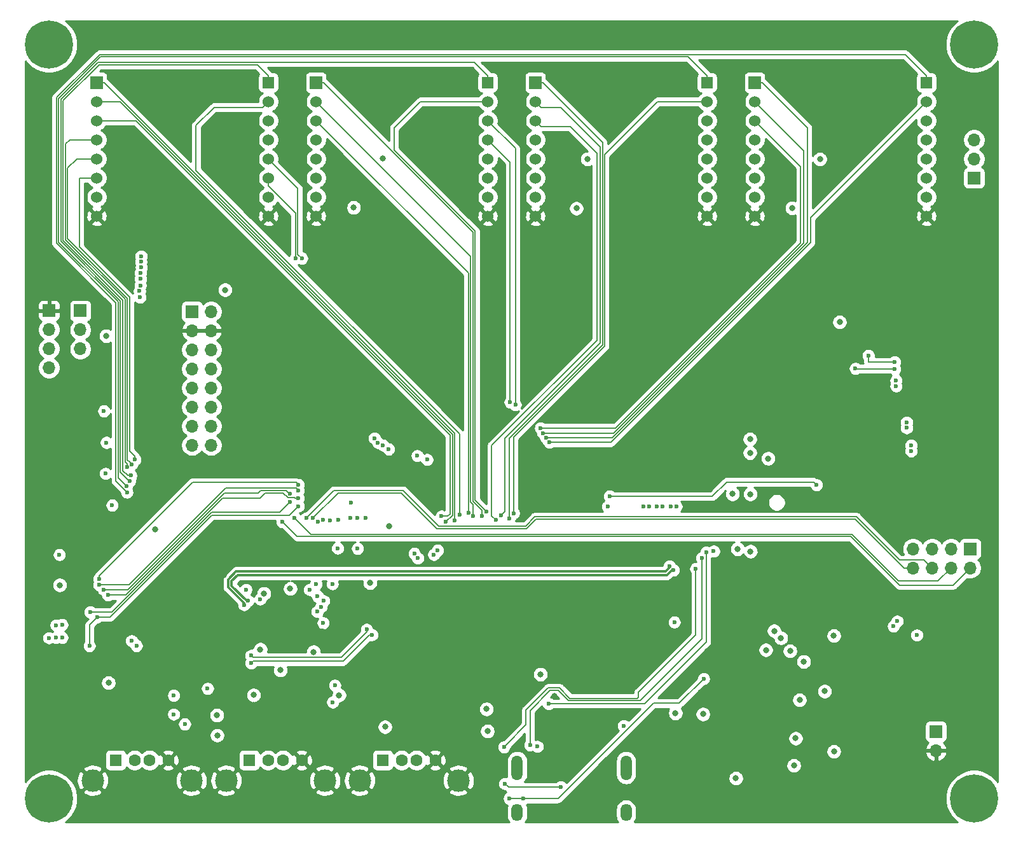
<source format=gbr>
G04 #@! TF.GenerationSoftware,KiCad,Pcbnew,(5.1.5)-3*
G04 #@! TF.CreationDate,2020-12-07T15:57:25+01:00*
G04 #@! TF.ProjectId,Jupiter,4a757069-7465-4722-9e6b-696361645f70,0.1*
G04 #@! TF.SameCoordinates,Original*
G04 #@! TF.FileFunction,Copper,L2,Inr*
G04 #@! TF.FilePolarity,Positive*
%FSLAX46Y46*%
G04 Gerber Fmt 4.6, Leading zero omitted, Abs format (unit mm)*
G04 Created by KiCad (PCBNEW (5.1.5)-3) date 2020-12-07 15:57:25*
%MOMM*%
%LPD*%
G04 APERTURE LIST*
%ADD10R,1.524000X1.524000*%
%ADD11C,1.524000*%
%ADD12R,1.676400X1.676400*%
%ADD13C,0.800000*%
%ADD14C,6.400000*%
%ADD15O,1.500000X2.300000*%
%ADD16O,1.500000X3.300000*%
%ADD17C,3.000000*%
%ADD18R,1.600000X1.600000*%
%ADD19C,1.600000*%
%ADD20R,1.700000X1.700000*%
%ADD21O,1.700000X1.700000*%
%ADD22C,0.600000*%
%ADD23C,0.150000*%
%ADD24C,0.300000*%
%ADD25C,0.254000*%
G04 APERTURE END LIST*
D10*
X198120000Y-35560000D03*
D11*
X198120000Y-38100000D03*
X198120000Y-40640000D03*
X198120000Y-43180000D03*
X198120000Y-45720000D03*
X198120000Y-48260000D03*
X198120000Y-50800000D03*
X198120000Y-53340000D03*
X175260000Y-53340000D03*
X175260000Y-50800000D03*
X175260000Y-48260000D03*
X175260000Y-45720000D03*
X175260000Y-43180000D03*
X175260000Y-40640000D03*
X175260000Y-38100000D03*
D12*
X175260000Y-35560000D03*
D10*
X168910000Y-35560000D03*
D11*
X168910000Y-38100000D03*
X168910000Y-40640000D03*
X168910000Y-43180000D03*
X168910000Y-45720000D03*
X168910000Y-48260000D03*
X168910000Y-50800000D03*
X168910000Y-53340000D03*
X146050000Y-53340000D03*
X146050000Y-50800000D03*
X146050000Y-48260000D03*
X146050000Y-45720000D03*
X146050000Y-43180000D03*
X146050000Y-40640000D03*
X146050000Y-38100000D03*
D12*
X146050000Y-35560000D03*
D10*
X139700000Y-35560000D03*
D11*
X139700000Y-38100000D03*
X139700000Y-40640000D03*
X139700000Y-43180000D03*
X139700000Y-45720000D03*
X139700000Y-48260000D03*
X139700000Y-50800000D03*
X139700000Y-53340000D03*
X116840000Y-53340000D03*
X116840000Y-50800000D03*
X116840000Y-48260000D03*
X116840000Y-45720000D03*
X116840000Y-43180000D03*
X116840000Y-40640000D03*
X116840000Y-38100000D03*
D12*
X116840000Y-35560000D03*
D10*
X110490000Y-35560000D03*
D11*
X110490000Y-38100000D03*
X110490000Y-40640000D03*
X110490000Y-43180000D03*
X110490000Y-45720000D03*
X110490000Y-48260000D03*
X110490000Y-50800000D03*
X110490000Y-53340000D03*
X87630000Y-53340000D03*
X87630000Y-50800000D03*
X87630000Y-48260000D03*
X87630000Y-45720000D03*
X87630000Y-43180000D03*
X87630000Y-40640000D03*
X87630000Y-38100000D03*
D12*
X87630000Y-35560000D03*
D13*
X82977056Y-28782944D03*
X81280000Y-28080000D03*
X79582944Y-28782944D03*
X78880000Y-30480000D03*
X79582944Y-32177056D03*
X81280000Y-32880000D03*
X82977056Y-32177056D03*
X83680000Y-30480000D03*
D14*
X81280000Y-30480000D03*
X204470000Y-130810000D03*
D13*
X206870000Y-130810000D03*
X206167056Y-132507056D03*
X204470000Y-133210000D03*
X202772944Y-132507056D03*
X202070000Y-130810000D03*
X202772944Y-129112944D03*
X204470000Y-128410000D03*
X206167056Y-129112944D03*
D15*
X143626000Y-132706000D03*
X158126000Y-132706000D03*
D16*
X143626000Y-126746000D03*
X158126000Y-126746000D03*
D14*
X204470000Y-30480000D03*
D13*
X206870000Y-30480000D03*
X206167056Y-32177056D03*
X204470000Y-32880000D03*
X202772944Y-32177056D03*
X202070000Y-30480000D03*
X202772944Y-28782944D03*
X204470000Y-28080000D03*
X206167056Y-28782944D03*
D17*
X100240000Y-128440000D03*
X87100000Y-128440000D03*
D18*
X90170000Y-125730000D03*
D19*
X92670000Y-125730000D03*
X94670000Y-125730000D03*
X97170000Y-125730000D03*
X114950000Y-125730000D03*
X112450000Y-125730000D03*
X110450000Y-125730000D03*
D18*
X107950000Y-125730000D03*
D17*
X104880000Y-128440000D03*
X118020000Y-128440000D03*
X135800000Y-128440000D03*
X122660000Y-128440000D03*
D18*
X125730000Y-125730000D03*
D19*
X128230000Y-125730000D03*
X130230000Y-125730000D03*
X132730000Y-125730000D03*
D20*
X100330000Y-66040000D03*
D21*
X102870000Y-66040000D03*
X100330000Y-68580000D03*
X102870000Y-68580000D03*
X100330000Y-71120000D03*
X102870000Y-71120000D03*
X100330000Y-73660000D03*
X102870000Y-73660000D03*
X100330000Y-76200000D03*
X102870000Y-76200000D03*
X100330000Y-78740000D03*
X102870000Y-78740000D03*
X100330000Y-81280000D03*
X102870000Y-81280000D03*
X100330000Y-83820000D03*
X102870000Y-83820000D03*
D20*
X81280000Y-65903001D03*
D21*
X81280000Y-68443001D03*
X81280000Y-70983001D03*
X81280000Y-73523001D03*
X204470000Y-43180000D03*
X204470000Y-45720000D03*
D20*
X204470000Y-48260000D03*
X85440520Y-65928240D03*
D21*
X85440520Y-68468240D03*
X85440520Y-71008240D03*
D13*
X82977056Y-129112944D03*
X81280000Y-128410000D03*
X79582944Y-129112944D03*
X78880000Y-130810000D03*
X79582944Y-132507056D03*
X81280000Y-133210000D03*
X82977056Y-132507056D03*
X83680000Y-130810000D03*
D14*
X81280000Y-130810000D03*
D20*
X199390000Y-121920000D03*
D21*
X199390000Y-124460000D03*
D20*
X203967080Y-97612200D03*
D21*
X203967080Y-100152200D03*
X201427080Y-97612200D03*
X201427080Y-100152200D03*
X198887080Y-97612200D03*
X198887080Y-100152200D03*
X196347080Y-97612200D03*
X196347080Y-100152200D03*
D13*
X108534200Y-117073680D03*
X119913400Y-117083840D03*
X146725640Y-114315240D03*
X177055780Y-85595460D03*
X164698680Y-119471440D03*
X181782720Y-112613440D03*
X184566560Y-116555520D03*
X104729280Y-63144400D03*
X168376600Y-119613680D03*
X186702700Y-120192800D03*
X186715400Y-122161300D03*
X173558200Y-120180100D03*
X173532800Y-107099100D03*
X189293500Y-127063500D03*
X193611500Y-127063500D03*
X124820680Y-119476520D03*
X108524040Y-118358920D03*
X120025160Y-108183680D03*
X150347680Y-128224280D03*
X163769040Y-128087120D03*
X167919400Y-122377200D03*
X148590000Y-117185440D03*
X144851120Y-117190520D03*
X179994560Y-103164640D03*
X179969160Y-98338640D03*
X78740000Y-77231240D03*
X173654720Y-85608160D03*
X175666400Y-85567520D03*
X171119800Y-85526880D03*
X147962620Y-128137920D03*
X139606020Y-123934220D03*
X120370600Y-103035100D03*
X166100760Y-115161060D03*
X175994060Y-97878900D03*
D22*
X117652800Y-108513880D03*
D13*
X104597200Y-101127560D03*
X108854240Y-96677310D03*
X192242440Y-68427600D03*
X155529280Y-113543080D03*
X148300440Y-111043720D03*
X99822000Y-34302700D03*
X129438400Y-34188400D03*
X189534800Y-34188400D03*
X160489900Y-33655000D03*
X174701200Y-97955100D03*
X174625000Y-83007200D03*
X174637700Y-84848700D03*
X180708300Y-122821700D03*
X82702400Y-102428040D03*
X139674600Y-121879360D03*
X139542520Y-118922800D03*
X186563000Y-67437000D03*
X89209880Y-115443000D03*
X95437960Y-94996000D03*
X113403380Y-102905560D03*
X109908340Y-103548180D03*
X109418120Y-110987840D03*
X112082580Y-113743740D03*
X116514880Y-111335820D03*
X174670720Y-90327480D03*
X124023120Y-102118160D03*
X126578360Y-94625160D03*
X172745400Y-128143000D03*
X121856500Y-52197000D03*
X125768100Y-45694600D03*
X88900000Y-69278500D03*
X152984200Y-45732700D03*
X151511000Y-52298600D03*
X183946800Y-45745400D03*
X180251100Y-52260500D03*
X176745900Y-111074200D03*
X177850800Y-108534200D03*
X172298360Y-90302080D03*
X172974000Y-97632520D03*
D22*
X146304000Y-123916440D03*
X157822787Y-121145187D03*
X89128600Y-103769160D03*
X81272380Y-109458760D03*
X82669380Y-98394520D03*
X114496059Y-90887566D03*
X86766400Y-106022138D03*
X83024980Y-109420660D03*
X83022440Y-107701080D03*
X113343190Y-91407982D03*
X87746840Y-106674920D03*
X86662260Y-110505240D03*
X114496059Y-91937578D03*
X87929720Y-102422960D03*
X82237580Y-109438440D03*
X82219800Y-107774740D03*
X114496059Y-89837555D03*
X87950040Y-101645720D03*
X92285820Y-109849920D03*
X114496059Y-89087555D03*
X88564720Y-103032560D03*
X92925900Y-110505240D03*
X113343190Y-90301855D03*
X142600680Y-130835400D03*
X144424400Y-130850640D03*
X168473120Y-114904520D03*
X168226740Y-98831400D03*
X145346420Y-123715780D03*
X147805140Y-118221760D03*
X168821100Y-98059240D03*
X149423120Y-129270760D03*
X141980920Y-128864360D03*
X141866620Y-123992640D03*
X167411400Y-100261420D03*
X108198920Y-111808640D03*
X123580666Y-108350826D03*
X108198920Y-112808640D03*
X124287774Y-109057934D03*
X160455000Y-91982720D03*
X194081400Y-75200160D03*
X161205000Y-91982720D03*
X194081400Y-75950160D03*
X162255000Y-91982720D03*
X195488560Y-80762760D03*
X163005000Y-91982720D03*
X195488560Y-81512760D03*
X164055000Y-91982720D03*
X196093080Y-83846320D03*
X164805000Y-91982720D03*
X196093080Y-84596320D03*
X123423680Y-93472000D03*
X91670971Y-86760605D03*
X121437400Y-93532960D03*
X92295492Y-86345284D03*
X122377200Y-93512640D03*
X122377200Y-97576642D03*
X119725042Y-97540011D03*
X92745560Y-85745320D03*
X130317240Y-85217000D03*
X142687040Y-78105000D03*
X143381101Y-78443697D03*
X131623515Y-85742010D03*
D13*
X185801000Y-124574300D03*
X180479700Y-126441200D03*
X185788300Y-109169200D03*
X179971700Y-111201200D03*
D22*
X155702000Y-91986100D03*
X164553900Y-107365800D03*
X155920440Y-90611960D03*
X183494680Y-89103200D03*
X163915354Y-99927674D03*
X107258114Y-105065566D03*
X164445686Y-100458006D03*
X107788446Y-104535234D03*
D13*
X181229000Y-117729000D03*
X178752500Y-109474000D03*
D22*
X109402880Y-104315260D03*
X107502960Y-103030020D03*
X102400100Y-116205000D03*
X116989862Y-105973880D03*
X117513100Y-105333800D03*
X97883980Y-117114320D03*
X117876320Y-104528620D03*
X97894140Y-119628920D03*
X117038120Y-103908860D03*
X99354640Y-120937020D03*
X115996720Y-103040180D03*
X119346980Y-115780820D03*
X116832380Y-102318820D03*
X119070120Y-118010940D03*
D13*
X103677720Y-122428000D03*
X103637080Y-119745760D03*
X126039880Y-121305320D03*
D22*
X135321040Y-93842840D03*
X134142480Y-94005400D03*
X135940800Y-93040200D03*
X92176600Y-87853520D03*
X129926080Y-98216720D03*
X92008960Y-88620600D03*
X130403600Y-98860110D03*
X139567920Y-92689680D03*
X137728960Y-93248480D03*
X138927840Y-93202760D03*
X133543040Y-93273880D03*
X91627960Y-89275920D03*
X117759480Y-93736160D03*
X143154400Y-92867480D03*
X140756640Y-93761560D03*
X141483080Y-93192600D03*
X142554960Y-93614240D03*
X137142248Y-92781284D03*
X91668600Y-90093800D03*
X117053879Y-93990384D03*
X147920564Y-83440743D03*
X126527560Y-84341680D03*
X124612400Y-82880200D03*
X146735800Y-81534000D03*
X147071875Y-82204501D03*
X125079461Y-83467020D03*
X147480230Y-82833599D03*
X125763103Y-83816680D03*
X119021860Y-102288340D03*
X117797580Y-107487720D03*
X193738500Y-107899200D03*
X169793920Y-97932240D03*
X193895980Y-72745600D03*
X190388240Y-71869300D03*
X193918840Y-73672700D03*
X188666120Y-73614280D03*
X114935000Y-58948320D03*
X116433600Y-93494080D03*
X114117120Y-58963560D03*
X115564920Y-93512640D03*
X196850000Y-109093000D03*
X89697560Y-91810840D03*
X112323880Y-94007170D03*
X114000280Y-93507560D03*
X88796339Y-87579200D03*
X93472000Y-60909200D03*
X93571654Y-60165838D03*
X93543300Y-59416362D03*
X93555515Y-58666449D03*
X88935560Y-83464400D03*
X118704360Y-93817440D03*
X88591890Y-79268320D03*
X119827040Y-93736160D03*
X194238880Y-107243880D03*
X121457720Y-91495880D03*
X93446600Y-62560200D03*
X93472000Y-61683900D03*
X93408500Y-64147700D03*
X93342359Y-63302922D03*
X132532120Y-98369120D03*
X133037239Y-97814721D03*
D23*
X89128600Y-103769160D02*
X91485720Y-103769160D01*
X91485720Y-103769160D02*
X104419400Y-90835480D01*
X104419400Y-90835480D02*
X109428280Y-90835480D01*
X112444493Y-90175080D02*
X113096269Y-90826856D01*
X114071795Y-90887566D02*
X114496059Y-90887566D01*
X114011085Y-90826856D02*
X114071795Y-90887566D01*
X113096269Y-90826856D02*
X114011085Y-90826856D01*
X109428280Y-90835480D02*
X110088680Y-90175080D01*
X110088680Y-90175080D02*
X112444493Y-90175080D01*
X86835064Y-106019600D02*
X86766400Y-106019600D01*
X86766400Y-106019600D02*
X86766400Y-106022138D01*
X102953918Y-92725240D02*
X112025932Y-92725240D01*
X89657020Y-106022138D02*
X102953918Y-92725240D01*
X113043191Y-91707981D02*
X113343190Y-91407982D01*
X86766400Y-106022138D02*
X89657020Y-106022138D01*
X112025932Y-92725240D02*
X113043191Y-91707981D01*
X86662260Y-107759500D02*
X87746840Y-106674920D01*
X86662260Y-110505240D02*
X86662260Y-107759500D01*
X87746840Y-106674920D02*
X89438480Y-106674920D01*
X114196060Y-92237577D02*
X114496059Y-91937578D01*
X113312157Y-93121480D02*
X114196060Y-92237577D01*
X102991920Y-93121480D02*
X113312157Y-93121480D01*
X89438480Y-106674920D02*
X102991920Y-93121480D01*
X91948000Y-102422960D02*
X104833404Y-89537556D01*
X114196060Y-89537556D02*
X114496059Y-89837555D01*
X87929720Y-102422960D02*
X91948000Y-102422960D01*
X104833404Y-89537556D02*
X114196060Y-89537556D01*
X87950040Y-101221456D02*
X100388118Y-88783378D01*
X87950040Y-101645720D02*
X87950040Y-101221456D01*
X114191882Y-88783378D02*
X114196060Y-88787556D01*
X114196060Y-88787556D02*
X114496059Y-89087555D01*
X100388118Y-88783378D02*
X114191882Y-88783378D01*
X113043191Y-90001856D02*
X113343190Y-90301855D01*
X109439145Y-89859415D02*
X112900750Y-89859415D01*
X104640478Y-90154760D02*
X109143800Y-90154760D01*
X109143800Y-90154760D02*
X109439145Y-89859415D01*
X88564720Y-103032560D02*
X91762678Y-103032560D01*
X91762678Y-103032560D02*
X104640478Y-90154760D01*
X112900750Y-89859415D02*
X113043191Y-90001856D01*
X142600680Y-130835400D02*
X144409160Y-130835400D01*
X144409160Y-130835400D02*
X144424400Y-130850640D01*
X144424400Y-130850640D02*
X149072600Y-130850640D01*
X149072600Y-130850640D02*
X161767520Y-118155720D01*
X161767520Y-118155720D02*
X165221920Y-118155720D01*
X165221920Y-118155720D02*
X168473120Y-114904520D01*
X168226740Y-98831400D02*
X168226740Y-109567980D01*
X168226740Y-109567980D02*
X159976820Y-117817900D01*
X159976820Y-117817900D02*
X150467060Y-117817900D01*
X150467060Y-117817900D02*
X149080220Y-116431060D01*
X149080220Y-116431060D02*
X148023580Y-116431060D01*
X148023580Y-116431060D02*
X145346420Y-119108220D01*
X145346420Y-119108220D02*
X145346420Y-123715780D01*
X147805140Y-118221760D02*
X160604200Y-118221760D01*
X160604200Y-118221760D02*
X168821100Y-110004860D01*
X168821100Y-110004860D02*
X168821100Y-98059240D01*
X148998856Y-129270760D02*
X148927736Y-129341880D01*
X149423120Y-129270760D02*
X148998856Y-129270760D01*
X148927736Y-129341880D02*
X142458440Y-129341880D01*
X142458440Y-129341880D02*
X141980920Y-128864360D01*
X141866620Y-123992640D02*
X142166619Y-123692641D01*
X159801560Y-116682520D02*
X167411400Y-109072680D01*
X167411400Y-109072680D02*
X167411400Y-100261420D01*
X159801560Y-117353080D02*
X159636750Y-117517890D01*
X159801560Y-116682520D02*
X159801560Y-117353080D01*
X159636750Y-117517890D02*
X150654730Y-117517890D01*
X149267890Y-116131050D02*
X147774950Y-116131050D01*
X150654730Y-117517890D02*
X149267890Y-116131050D01*
X147774950Y-116131050D02*
X144815560Y-119090440D01*
X144815560Y-121043700D02*
X142166619Y-123692641D01*
X144815560Y-119090440D02*
X144815560Y-121043700D01*
X123580666Y-108669025D02*
X123580666Y-108350826D01*
X120216051Y-112033640D02*
X123580666Y-108669025D01*
X108198920Y-111808640D02*
X108423920Y-112033640D01*
X108423920Y-112033640D02*
X120216051Y-112033640D01*
X123969575Y-109057934D02*
X124287774Y-109057934D01*
X108198920Y-112808640D02*
X108423920Y-112583640D01*
X108423920Y-112583640D02*
X120443869Y-112583640D01*
X120443869Y-112583640D02*
X123969575Y-109057934D01*
X83468898Y-43744462D02*
X83468898Y-56453656D01*
X91398778Y-64383536D02*
X91398778Y-86064148D01*
X91670971Y-86336341D02*
X91670971Y-86760605D01*
X83468898Y-56453656D02*
X91398778Y-64383536D01*
X91398778Y-86064148D02*
X91670971Y-86336341D01*
X84033360Y-43180000D02*
X83468898Y-43744462D01*
X87630000Y-43180000D02*
X84033360Y-43180000D01*
X87630000Y-45720000D02*
X85018880Y-45720000D01*
X85018880Y-45720000D02*
X83768909Y-46969971D01*
X91698789Y-64259268D02*
X91698789Y-85748581D01*
X83768909Y-56329388D02*
X91698789Y-64259268D01*
X91995493Y-86045285D02*
X92295492Y-86345284D01*
X83768909Y-46969971D02*
X83768909Y-56329388D01*
X91698789Y-85748581D02*
X91995493Y-86045285D01*
X87630000Y-48260000D02*
X85328760Y-48260000D01*
X85328760Y-48260000D02*
X86550762Y-48260000D01*
X92745560Y-85321056D02*
X92745560Y-85745320D01*
X91998800Y-84574296D02*
X92745560Y-85321056D01*
X91998800Y-64135000D02*
X91998800Y-84574296D01*
X85328760Y-57464960D02*
X91998800Y-64135000D01*
X85328760Y-48260000D02*
X85328760Y-57464960D01*
X142687040Y-46167040D02*
X142687040Y-77680736D01*
X142687040Y-77680736D02*
X142687040Y-78105000D01*
X139700000Y-43180000D02*
X142687040Y-46167040D01*
X139700000Y-40640000D02*
X143381101Y-44321101D01*
X143381101Y-44321101D02*
X143381101Y-78019433D01*
X143381101Y-78019433D02*
X143381101Y-78443697D01*
X155920440Y-90611960D02*
X169616120Y-90611960D01*
X169616120Y-90611960D02*
X171505880Y-88722200D01*
X171505880Y-88722200D02*
X183113680Y-88722200D01*
X183113680Y-88722200D02*
X183494680Y-89103200D01*
D24*
X163915354Y-99927674D02*
X163915354Y-100139807D01*
X163411681Y-100643480D02*
X106210880Y-100643480D01*
X163915354Y-100139807D02*
X163411681Y-100643480D01*
X106210880Y-100643480D02*
X105159600Y-101694760D01*
X105159600Y-101694760D02*
X105159600Y-102754919D01*
X105159600Y-102754919D02*
X107258114Y-104853433D01*
X107258114Y-104853433D02*
X107258114Y-105065566D01*
X163598079Y-101093480D02*
X106397280Y-101093480D01*
X106397280Y-101093480D02*
X105609600Y-101881160D01*
X164233553Y-100458006D02*
X163598079Y-101093480D01*
X164445686Y-100458006D02*
X164233553Y-100458006D01*
X105609600Y-102568521D02*
X107576313Y-104535234D01*
X105609600Y-101881160D02*
X105609600Y-102568521D01*
X107576313Y-104535234D02*
X107788446Y-104535234D01*
D23*
X135321040Y-82262840D02*
X135321040Y-93842840D01*
X87630000Y-35560000D02*
X88618200Y-35560000D01*
X88618200Y-35560000D02*
X135321040Y-82262840D01*
X87630000Y-38100000D02*
X90733922Y-38100000D01*
X90733922Y-38100000D02*
X135021030Y-82387108D01*
X135021030Y-82387108D02*
X135021030Y-93126850D01*
X135021030Y-93126850D02*
X134142480Y-94005400D01*
X109728001Y-38861999D02*
X103261161Y-38861999D01*
X110490000Y-38100000D02*
X109728001Y-38861999D01*
X100873560Y-41249600D02*
X100873560Y-47228760D01*
X103261161Y-38861999D02*
X100873560Y-41249600D01*
X100873560Y-47228760D02*
X135940800Y-82296000D01*
X135940800Y-82296000D02*
X135940800Y-93040200D01*
X110490000Y-34648000D02*
X109019480Y-33177480D01*
X91089480Y-64498516D02*
X91089480Y-87190664D01*
X87931118Y-33177480D02*
X83168887Y-37939711D01*
X110490000Y-35560000D02*
X110490000Y-34648000D01*
X91752336Y-87853520D02*
X92176600Y-87853520D01*
X83168887Y-37939711D02*
X83168887Y-56577924D01*
X91089480Y-87190664D02*
X91752336Y-87853520D01*
X109019480Y-33177480D02*
X87931118Y-33177480D01*
X83168887Y-56577924D02*
X91089480Y-64498516D01*
X139700000Y-35560000D02*
X139700000Y-34648000D01*
X137929470Y-32877470D02*
X87806850Y-32877469D01*
X90789470Y-87401110D02*
X91708961Y-88320601D01*
X82868876Y-37815443D02*
X82868876Y-56702192D01*
X90789469Y-64622784D02*
X90789470Y-87401110D01*
X87806850Y-32877469D02*
X82868876Y-37815443D01*
X91708961Y-88320601D02*
X92008960Y-88620600D01*
X82868876Y-56702192D02*
X90789469Y-64622784D01*
X139700000Y-34648000D02*
X137929470Y-32877470D01*
X127243840Y-44551362D02*
X138038840Y-55346362D01*
X127243840Y-41600120D02*
X127243840Y-44551362D01*
X138038840Y-55346362D02*
X138038840Y-91160600D01*
X130743960Y-38100000D02*
X127243840Y-41600120D01*
X139700000Y-38100000D02*
X130743960Y-38100000D01*
X138038840Y-91160600D02*
X139567920Y-92689680D01*
X137438818Y-91409136D02*
X137728960Y-91699278D01*
X137728960Y-92824216D02*
X137728960Y-93248480D01*
X116840000Y-38100000D02*
X137438818Y-58698818D01*
X137438818Y-58698818D02*
X137438818Y-91409136D01*
X137728960Y-91699278D02*
X137728960Y-92824216D01*
X138927840Y-92473879D02*
X138927840Y-92778496D01*
X137738829Y-91284868D02*
X138927840Y-92473879D01*
X117828200Y-35560000D02*
X137738829Y-55470629D01*
X116840000Y-35560000D02*
X117828200Y-35560000D01*
X137738829Y-55470629D02*
X137738829Y-91284868D01*
X138927840Y-92778496D02*
X138927840Y-93202760D01*
X87630000Y-40640000D02*
X92849644Y-40640000D01*
X92849644Y-40640000D02*
X134721020Y-82511376D01*
X134675880Y-82556516D02*
X134675880Y-92979240D01*
X134721020Y-82511376D02*
X134675880Y-82556516D01*
X134675880Y-92979240D02*
X134381240Y-93273880D01*
X134381240Y-93273880D02*
X133543040Y-93273880D01*
X90489460Y-64747054D02*
X90489460Y-88137420D01*
X82568865Y-37691175D02*
X82568865Y-56826460D01*
X168910000Y-34648000D02*
X166386001Y-32124001D01*
X166386001Y-32124001D02*
X88136039Y-32124001D01*
X88136039Y-32124001D02*
X82568865Y-37691175D01*
X91327961Y-88975921D02*
X91627960Y-89275920D01*
X168910000Y-35560000D02*
X168910000Y-34648000D01*
X82568865Y-56826460D02*
X90489460Y-64747054D01*
X90489460Y-88137420D02*
X91327961Y-88975921D01*
X143154400Y-82750758D02*
X143154400Y-92867480D01*
X155280650Y-45160910D02*
X155280650Y-70624508D01*
X168910000Y-38100000D02*
X162341560Y-38100000D01*
X155280650Y-70624508D02*
X143154400Y-82750758D01*
X162341560Y-38100000D02*
X155280650Y-45160910D01*
X140238480Y-93243400D02*
X140756640Y-93761560D01*
X146811999Y-41401999D02*
X150688039Y-41401999D01*
X146050000Y-40640000D02*
X146811999Y-41401999D01*
X150688039Y-41401999D02*
X154244040Y-44958000D01*
X140238480Y-83880960D02*
X140238480Y-93243400D01*
X154244040Y-44958000D02*
X154244040Y-69875400D01*
X154244040Y-69875400D02*
X140238480Y-83880960D01*
X146811999Y-38861999D02*
X149402799Y-38861999D01*
X146050000Y-38100000D02*
X146811999Y-38861999D01*
X149402799Y-38861999D02*
X154680630Y-44139830D01*
X154680630Y-44139830D02*
X154680630Y-70226210D01*
X154680630Y-70226210D02*
X142001240Y-82905600D01*
X142001240Y-82905600D02*
X142001240Y-92674440D01*
X142001240Y-92674440D02*
X141483080Y-93192600D01*
X147038200Y-35560000D02*
X154980640Y-43502440D01*
X146050000Y-35560000D02*
X147038200Y-35560000D01*
X154980640Y-43502440D02*
X154980640Y-70500240D01*
X154980640Y-70500240D02*
X142554960Y-82925920D01*
X142554960Y-82925920D02*
X142554960Y-93614240D01*
X116840000Y-40640000D02*
X137138807Y-60938807D01*
X137142248Y-92357020D02*
X137142248Y-92781284D01*
X137138807Y-92353579D02*
X137142248Y-92357020D01*
X137138807Y-60938807D02*
X137138807Y-92353579D01*
X90189449Y-64871322D02*
X90189450Y-88614650D01*
X82268854Y-56950728D02*
X90189449Y-64871322D01*
X198120000Y-35560000D02*
X198120000Y-34648000D01*
X195295990Y-31823990D02*
X88011771Y-31823990D01*
X91368601Y-89793801D02*
X91668600Y-90093800D01*
X90189450Y-88614650D02*
X91368601Y-89793801D01*
X198120000Y-34648000D02*
X195295990Y-31823990D01*
X88011771Y-31823990D02*
X82268854Y-37566907D01*
X82268854Y-37566907D02*
X82268854Y-56950728D01*
X148344828Y-83440743D02*
X147920564Y-83440743D01*
X198120000Y-38100000D02*
X182676800Y-53543200D01*
X182676800Y-56858194D02*
X156094251Y-83440743D01*
X156094251Y-83440743D02*
X148344828Y-83440743D01*
X182676800Y-53543200D02*
X182676800Y-56858194D01*
X181361080Y-56901080D02*
X156728160Y-81534000D01*
X147160064Y-81534000D02*
X146735800Y-81534000D01*
X156728160Y-81534000D02*
X147160064Y-81534000D01*
X181361080Y-46741080D02*
X181361080Y-56901080D01*
X175260000Y-40640000D02*
X181361080Y-46741080D01*
X156481937Y-82204501D02*
X147496139Y-82204501D01*
X147496139Y-82204501D02*
X147071875Y-82204501D01*
X175260000Y-38100000D02*
X181803040Y-44643040D01*
X181803040Y-44643040D02*
X181803040Y-56883398D01*
X181803040Y-56883398D02*
X156481937Y-82204501D01*
X176248200Y-35560000D02*
X182285640Y-41597440D01*
X182285640Y-41597440D02*
X182285640Y-56825076D01*
X156277117Y-82833599D02*
X147904494Y-82833599D01*
X182285640Y-56825076D02*
X156277117Y-82833599D01*
X147904494Y-82833599D02*
X147480230Y-82833599D01*
X175260000Y-35560000D02*
X176248200Y-35560000D01*
X190388240Y-72722740D02*
X190388240Y-71869300D01*
X193895980Y-72745600D02*
X190411100Y-72745600D01*
X190411100Y-72745600D02*
X190388240Y-72722740D01*
X188724540Y-73672700D02*
X188666120Y-73614280D01*
X193918840Y-73672700D02*
X188724540Y-73672700D01*
X114417130Y-58430450D02*
X114935000Y-58948320D01*
X110490000Y-45720000D02*
X114417130Y-49647130D01*
X114417130Y-49647130D02*
X114417130Y-58430450D01*
X196347080Y-100152200D02*
X195144999Y-100152200D01*
X195144999Y-100152200D02*
X188647679Y-93654880D01*
X146110960Y-93654880D02*
X144871440Y-94894400D01*
X188647679Y-93654880D02*
X146110960Y-93654880D01*
X144871440Y-94894400D02*
X132923280Y-94894400D01*
X132923280Y-94894400D02*
X128193800Y-90164920D01*
X128193800Y-90164920D02*
X119762760Y-90164920D01*
X119762760Y-90164920D02*
X116433600Y-93494080D01*
X110490000Y-48260000D02*
X110490000Y-49337630D01*
X114117120Y-52964750D02*
X114117120Y-58963560D01*
X110490000Y-49337630D02*
X114117120Y-52964750D01*
X194540559Y-99077199D02*
X197812079Y-99077199D01*
X188818230Y-93354870D02*
X194540559Y-99077199D01*
X197812079Y-99077199D02*
X198887080Y-100152200D01*
X145986692Y-93354870D02*
X188818230Y-93354870D01*
X119212650Y-89864910D02*
X128437350Y-89864910D01*
X115564920Y-93512640D02*
X119212650Y-89864910D01*
X128437350Y-89864910D02*
X133166830Y-94594390D01*
X133166830Y-94594390D02*
X144747172Y-94594390D01*
X144747172Y-94594390D02*
X145986692Y-93354870D01*
X203117081Y-101002199D02*
X203967080Y-100152200D01*
X188074202Y-95981520D02*
X194520722Y-102428040D01*
X201691240Y-102428040D02*
X203117081Y-101002199D01*
X112323880Y-94007170D02*
X114298230Y-95981520D01*
X114298230Y-95981520D02*
X188074202Y-95981520D01*
X194520722Y-102428040D02*
X201691240Y-102428040D01*
X201427080Y-100152200D02*
X199674480Y-101904800D01*
X199674480Y-101904800D02*
X194421760Y-101904800D01*
X188198470Y-95681509D02*
X116174229Y-95681509D01*
X116174229Y-95681509D02*
X114300279Y-93807559D01*
X194421760Y-101904800D02*
X188198470Y-95681509D01*
X114300279Y-93807559D02*
X114000280Y-93507560D01*
D25*
G36*
X202025330Y-27501161D02*
G01*
X201491161Y-28035330D01*
X201071467Y-28663446D01*
X200782377Y-29361372D01*
X200635000Y-30102285D01*
X200635000Y-30857715D01*
X200782377Y-31598628D01*
X201071467Y-32296554D01*
X201491161Y-32924670D01*
X202025330Y-33458839D01*
X202653446Y-33878533D01*
X203351372Y-34167623D01*
X204092285Y-34315000D01*
X204847715Y-34315000D01*
X205588628Y-34167623D01*
X206286554Y-33878533D01*
X206914670Y-33458839D01*
X207448839Y-32924670D01*
X207620000Y-32668510D01*
X207620001Y-128621492D01*
X207448839Y-128365330D01*
X206914670Y-127831161D01*
X206286554Y-127411467D01*
X205588628Y-127122377D01*
X204847715Y-126975000D01*
X204092285Y-126975000D01*
X203351372Y-127122377D01*
X202653446Y-127411467D01*
X202025330Y-127831161D01*
X201491161Y-128365330D01*
X201071467Y-128993446D01*
X200782377Y-129691372D01*
X200635000Y-130432285D01*
X200635000Y-131187715D01*
X200782377Y-131928628D01*
X201071467Y-132626554D01*
X201491161Y-133254670D01*
X202025330Y-133788839D01*
X202281490Y-133960000D01*
X159216836Y-133960000D01*
X159283157Y-133879188D01*
X159411764Y-133638581D01*
X159490960Y-133377507D01*
X159511000Y-133174036D01*
X159511000Y-132237963D01*
X159490960Y-132034493D01*
X159411764Y-131773419D01*
X159283157Y-131532812D01*
X159110080Y-131321919D01*
X158899187Y-131148843D01*
X158658580Y-131020236D01*
X158397506Y-130941040D01*
X158126000Y-130914299D01*
X157854493Y-130941040D01*
X157593419Y-131020236D01*
X157352812Y-131148843D01*
X157141919Y-131321920D01*
X156968843Y-131532813D01*
X156840236Y-131773420D01*
X156761040Y-132034494D01*
X156741000Y-132237964D01*
X156741000Y-133174037D01*
X156761040Y-133377507D01*
X156840236Y-133638581D01*
X156968843Y-133879188D01*
X157035164Y-133960000D01*
X144716836Y-133960000D01*
X144783157Y-133879188D01*
X144911764Y-133638581D01*
X144990960Y-133377507D01*
X145011000Y-133174036D01*
X145011000Y-132237963D01*
X144990960Y-132034493D01*
X144911764Y-131773419D01*
X144862481Y-131681217D01*
X144867289Y-131679226D01*
X145020428Y-131576902D01*
X145036690Y-131560640D01*
X149037725Y-131560640D01*
X149072600Y-131564075D01*
X149107475Y-131560640D01*
X149107477Y-131560640D01*
X149211784Y-131550367D01*
X149345620Y-131509768D01*
X149468963Y-131443840D01*
X149577075Y-131355115D01*
X149599312Y-131328019D01*
X155149367Y-125777964D01*
X156741000Y-125777964D01*
X156741000Y-127714037D01*
X156761041Y-127917507D01*
X156840237Y-128178581D01*
X156968844Y-128419188D01*
X157141920Y-128630081D01*
X157352813Y-128803157D01*
X157593420Y-128931764D01*
X157854494Y-129010960D01*
X158126000Y-129037701D01*
X158397507Y-129010960D01*
X158658581Y-128931764D01*
X158899188Y-128803157D01*
X159110081Y-128630081D01*
X159283157Y-128419188D01*
X159411764Y-128178581D01*
X159453480Y-128041061D01*
X171710400Y-128041061D01*
X171710400Y-128244939D01*
X171750174Y-128444898D01*
X171828195Y-128633256D01*
X171941463Y-128802774D01*
X172085626Y-128946937D01*
X172255144Y-129060205D01*
X172443502Y-129138226D01*
X172643461Y-129178000D01*
X172847339Y-129178000D01*
X173047298Y-129138226D01*
X173235656Y-129060205D01*
X173405174Y-128946937D01*
X173549337Y-128802774D01*
X173662605Y-128633256D01*
X173740626Y-128444898D01*
X173780400Y-128244939D01*
X173780400Y-128041061D01*
X173740626Y-127841102D01*
X173662605Y-127652744D01*
X173549337Y-127483226D01*
X173405174Y-127339063D01*
X173235656Y-127225795D01*
X173047298Y-127147774D01*
X172847339Y-127108000D01*
X172643461Y-127108000D01*
X172443502Y-127147774D01*
X172255144Y-127225795D01*
X172085626Y-127339063D01*
X171941463Y-127483226D01*
X171828195Y-127652744D01*
X171750174Y-127841102D01*
X171710400Y-128041061D01*
X159453480Y-128041061D01*
X159490960Y-127917507D01*
X159511000Y-127714037D01*
X159511000Y-126339261D01*
X179444700Y-126339261D01*
X179444700Y-126543139D01*
X179484474Y-126743098D01*
X179562495Y-126931456D01*
X179675763Y-127100974D01*
X179819926Y-127245137D01*
X179989444Y-127358405D01*
X180177802Y-127436426D01*
X180377761Y-127476200D01*
X180581639Y-127476200D01*
X180781598Y-127436426D01*
X180969956Y-127358405D01*
X181139474Y-127245137D01*
X181283637Y-127100974D01*
X181396905Y-126931456D01*
X181474926Y-126743098D01*
X181514700Y-126543139D01*
X181514700Y-126339261D01*
X181474926Y-126139302D01*
X181396905Y-125950944D01*
X181283637Y-125781426D01*
X181139474Y-125637263D01*
X180969956Y-125523995D01*
X180781598Y-125445974D01*
X180581639Y-125406200D01*
X180377761Y-125406200D01*
X180177802Y-125445974D01*
X179989444Y-125523995D01*
X179819926Y-125637263D01*
X179675763Y-125781426D01*
X179562495Y-125950944D01*
X179484474Y-126139302D01*
X179444700Y-126339261D01*
X159511000Y-126339261D01*
X159511000Y-125777963D01*
X159490960Y-125574493D01*
X159411764Y-125313419D01*
X159283157Y-125072812D01*
X159110080Y-124861919D01*
X158899187Y-124688843D01*
X158658580Y-124560236D01*
X158397506Y-124481040D01*
X158309387Y-124472361D01*
X184766000Y-124472361D01*
X184766000Y-124676239D01*
X184805774Y-124876198D01*
X184883795Y-125064556D01*
X184997063Y-125234074D01*
X185141226Y-125378237D01*
X185310744Y-125491505D01*
X185499102Y-125569526D01*
X185699061Y-125609300D01*
X185902939Y-125609300D01*
X186102898Y-125569526D01*
X186291256Y-125491505D01*
X186460774Y-125378237D01*
X186604937Y-125234074D01*
X186718205Y-125064556D01*
X186796226Y-124876198D01*
X186808023Y-124816890D01*
X197948524Y-124816890D01*
X197993175Y-124964099D01*
X198118359Y-125226920D01*
X198292412Y-125460269D01*
X198508645Y-125655178D01*
X198758748Y-125804157D01*
X199033109Y-125901481D01*
X199263000Y-125780814D01*
X199263000Y-124587000D01*
X199517000Y-124587000D01*
X199517000Y-125780814D01*
X199746891Y-125901481D01*
X200021252Y-125804157D01*
X200271355Y-125655178D01*
X200487588Y-125460269D01*
X200661641Y-125226920D01*
X200786825Y-124964099D01*
X200831476Y-124816890D01*
X200710155Y-124587000D01*
X199517000Y-124587000D01*
X199263000Y-124587000D01*
X198069845Y-124587000D01*
X197948524Y-124816890D01*
X186808023Y-124816890D01*
X186836000Y-124676239D01*
X186836000Y-124472361D01*
X186796226Y-124272402D01*
X186718205Y-124084044D01*
X186604937Y-123914526D01*
X186460774Y-123770363D01*
X186291256Y-123657095D01*
X186102898Y-123579074D01*
X185902939Y-123539300D01*
X185699061Y-123539300D01*
X185499102Y-123579074D01*
X185310744Y-123657095D01*
X185141226Y-123770363D01*
X184997063Y-123914526D01*
X184883795Y-124084044D01*
X184805774Y-124272402D01*
X184766000Y-124472361D01*
X158309387Y-124472361D01*
X158126000Y-124454299D01*
X157854493Y-124481040D01*
X157593419Y-124560236D01*
X157352812Y-124688843D01*
X157141919Y-124861920D01*
X156968843Y-125072813D01*
X156840236Y-125313420D01*
X156761040Y-125574494D01*
X156741000Y-125777964D01*
X155149367Y-125777964D01*
X158207570Y-122719761D01*
X179673300Y-122719761D01*
X179673300Y-122923639D01*
X179713074Y-123123598D01*
X179791095Y-123311956D01*
X179904363Y-123481474D01*
X180048526Y-123625637D01*
X180218044Y-123738905D01*
X180406402Y-123816926D01*
X180606361Y-123856700D01*
X180810239Y-123856700D01*
X181010198Y-123816926D01*
X181198556Y-123738905D01*
X181368074Y-123625637D01*
X181512237Y-123481474D01*
X181625505Y-123311956D01*
X181703526Y-123123598D01*
X181743300Y-122923639D01*
X181743300Y-122719761D01*
X181703526Y-122519802D01*
X181625505Y-122331444D01*
X181512237Y-122161926D01*
X181368074Y-122017763D01*
X181198556Y-121904495D01*
X181010198Y-121826474D01*
X180810239Y-121786700D01*
X180606361Y-121786700D01*
X180406402Y-121826474D01*
X180218044Y-121904495D01*
X180048526Y-122017763D01*
X179904363Y-122161926D01*
X179791095Y-122331444D01*
X179713074Y-122519802D01*
X179673300Y-122719761D01*
X158207570Y-122719761D01*
X159857331Y-121070000D01*
X197901928Y-121070000D01*
X197901928Y-122770000D01*
X197914188Y-122894482D01*
X197950498Y-123014180D01*
X198009463Y-123124494D01*
X198088815Y-123221185D01*
X198185506Y-123300537D01*
X198295820Y-123359502D01*
X198376466Y-123383966D01*
X198292412Y-123459731D01*
X198118359Y-123693080D01*
X197993175Y-123955901D01*
X197948524Y-124103110D01*
X198069845Y-124333000D01*
X199263000Y-124333000D01*
X199263000Y-124313000D01*
X199517000Y-124313000D01*
X199517000Y-124333000D01*
X200710155Y-124333000D01*
X200831476Y-124103110D01*
X200786825Y-123955901D01*
X200661641Y-123693080D01*
X200487588Y-123459731D01*
X200403534Y-123383966D01*
X200484180Y-123359502D01*
X200594494Y-123300537D01*
X200691185Y-123221185D01*
X200770537Y-123124494D01*
X200829502Y-123014180D01*
X200865812Y-122894482D01*
X200878072Y-122770000D01*
X200878072Y-121070000D01*
X200865812Y-120945518D01*
X200829502Y-120825820D01*
X200770537Y-120715506D01*
X200691185Y-120618815D01*
X200594494Y-120539463D01*
X200484180Y-120480498D01*
X200364482Y-120444188D01*
X200240000Y-120431928D01*
X198540000Y-120431928D01*
X198415518Y-120444188D01*
X198295820Y-120480498D01*
X198185506Y-120539463D01*
X198088815Y-120618815D01*
X198009463Y-120715506D01*
X197950498Y-120825820D01*
X197914188Y-120945518D01*
X197901928Y-121070000D01*
X159857331Y-121070000D01*
X162061612Y-118865720D01*
X163858625Y-118865720D01*
X163781475Y-118981184D01*
X163703454Y-119169542D01*
X163663680Y-119369501D01*
X163663680Y-119573379D01*
X163703454Y-119773338D01*
X163781475Y-119961696D01*
X163894743Y-120131214D01*
X164038906Y-120275377D01*
X164208424Y-120388645D01*
X164396782Y-120466666D01*
X164596741Y-120506440D01*
X164800619Y-120506440D01*
X165000578Y-120466666D01*
X165188936Y-120388645D01*
X165358454Y-120275377D01*
X165502617Y-120131214D01*
X165615885Y-119961696D01*
X165693906Y-119773338D01*
X165733680Y-119573379D01*
X165733680Y-119511741D01*
X167341600Y-119511741D01*
X167341600Y-119715619D01*
X167381374Y-119915578D01*
X167459395Y-120103936D01*
X167572663Y-120273454D01*
X167716826Y-120417617D01*
X167886344Y-120530885D01*
X168074702Y-120608906D01*
X168274661Y-120648680D01*
X168478539Y-120648680D01*
X168678498Y-120608906D01*
X168866856Y-120530885D01*
X169036374Y-120417617D01*
X169180537Y-120273454D01*
X169293805Y-120103936D01*
X169371826Y-119915578D01*
X169411600Y-119715619D01*
X169411600Y-119511741D01*
X169371826Y-119311782D01*
X169293805Y-119123424D01*
X169180537Y-118953906D01*
X169036374Y-118809743D01*
X168866856Y-118696475D01*
X168678498Y-118618454D01*
X168478539Y-118578680D01*
X168274661Y-118578680D01*
X168074702Y-118618454D01*
X167886344Y-118696475D01*
X167716826Y-118809743D01*
X167572663Y-118953906D01*
X167459395Y-119123424D01*
X167381374Y-119311782D01*
X167341600Y-119511741D01*
X165733680Y-119511741D01*
X165733680Y-119369501D01*
X165693906Y-119169542D01*
X165615885Y-118981184D01*
X165502617Y-118811666D01*
X165502017Y-118811066D01*
X165618283Y-118748920D01*
X165726395Y-118660195D01*
X165748632Y-118633099D01*
X166754670Y-117627061D01*
X180194000Y-117627061D01*
X180194000Y-117830939D01*
X180233774Y-118030898D01*
X180311795Y-118219256D01*
X180425063Y-118388774D01*
X180569226Y-118532937D01*
X180738744Y-118646205D01*
X180927102Y-118724226D01*
X181127061Y-118764000D01*
X181330939Y-118764000D01*
X181530898Y-118724226D01*
X181719256Y-118646205D01*
X181888774Y-118532937D01*
X182032937Y-118388774D01*
X182146205Y-118219256D01*
X182224226Y-118030898D01*
X182264000Y-117830939D01*
X182264000Y-117627061D01*
X182224226Y-117427102D01*
X182146205Y-117238744D01*
X182032937Y-117069226D01*
X181888774Y-116925063D01*
X181719256Y-116811795D01*
X181530898Y-116733774D01*
X181330939Y-116694000D01*
X181127061Y-116694000D01*
X180927102Y-116733774D01*
X180738744Y-116811795D01*
X180569226Y-116925063D01*
X180425063Y-117069226D01*
X180311795Y-117238744D01*
X180233774Y-117427102D01*
X180194000Y-117627061D01*
X166754670Y-117627061D01*
X167928150Y-116453581D01*
X183531560Y-116453581D01*
X183531560Y-116657459D01*
X183571334Y-116857418D01*
X183649355Y-117045776D01*
X183762623Y-117215294D01*
X183906786Y-117359457D01*
X184076304Y-117472725D01*
X184264662Y-117550746D01*
X184464621Y-117590520D01*
X184668499Y-117590520D01*
X184868458Y-117550746D01*
X185056816Y-117472725D01*
X185226334Y-117359457D01*
X185370497Y-117215294D01*
X185483765Y-117045776D01*
X185561786Y-116857418D01*
X185601560Y-116657459D01*
X185601560Y-116453581D01*
X185561786Y-116253622D01*
X185483765Y-116065264D01*
X185370497Y-115895746D01*
X185226334Y-115751583D01*
X185056816Y-115638315D01*
X184868458Y-115560294D01*
X184668499Y-115520520D01*
X184464621Y-115520520D01*
X184264662Y-115560294D01*
X184076304Y-115638315D01*
X183906786Y-115751583D01*
X183762623Y-115895746D01*
X183649355Y-116065264D01*
X183571334Y-116253622D01*
X183531560Y-116453581D01*
X167928150Y-116453581D01*
X168542212Y-115839520D01*
X168565209Y-115839520D01*
X168745849Y-115803588D01*
X168916009Y-115733106D01*
X169069148Y-115630782D01*
X169199382Y-115500548D01*
X169301706Y-115347409D01*
X169372188Y-115177249D01*
X169408120Y-114996609D01*
X169408120Y-114812431D01*
X169372188Y-114631791D01*
X169301706Y-114461631D01*
X169199382Y-114308492D01*
X169069148Y-114178258D01*
X168916009Y-114075934D01*
X168745849Y-114005452D01*
X168565209Y-113969520D01*
X168381031Y-113969520D01*
X168200391Y-114005452D01*
X168030231Y-114075934D01*
X167877092Y-114178258D01*
X167746858Y-114308492D01*
X167644534Y-114461631D01*
X167574052Y-114631791D01*
X167538120Y-114812431D01*
X167538120Y-114835428D01*
X164927829Y-117445720D01*
X162384331Y-117445720D01*
X167318550Y-112511501D01*
X180747720Y-112511501D01*
X180747720Y-112715379D01*
X180787494Y-112915338D01*
X180865515Y-113103696D01*
X180978783Y-113273214D01*
X181122946Y-113417377D01*
X181292464Y-113530645D01*
X181480822Y-113608666D01*
X181680781Y-113648440D01*
X181884659Y-113648440D01*
X182084618Y-113608666D01*
X182272976Y-113530645D01*
X182442494Y-113417377D01*
X182586657Y-113273214D01*
X182699925Y-113103696D01*
X182777946Y-112915338D01*
X182817720Y-112715379D01*
X182817720Y-112511501D01*
X182777946Y-112311542D01*
X182699925Y-112123184D01*
X182586657Y-111953666D01*
X182442494Y-111809503D01*
X182272976Y-111696235D01*
X182084618Y-111618214D01*
X181884659Y-111578440D01*
X181680781Y-111578440D01*
X181480822Y-111618214D01*
X181292464Y-111696235D01*
X181122946Y-111809503D01*
X180978783Y-111953666D01*
X180865515Y-112123184D01*
X180787494Y-112311542D01*
X180747720Y-112511501D01*
X167318550Y-112511501D01*
X168857790Y-110972261D01*
X175710900Y-110972261D01*
X175710900Y-111176139D01*
X175750674Y-111376098D01*
X175828695Y-111564456D01*
X175941963Y-111733974D01*
X176086126Y-111878137D01*
X176255644Y-111991405D01*
X176444002Y-112069426D01*
X176643961Y-112109200D01*
X176847839Y-112109200D01*
X177047798Y-112069426D01*
X177236156Y-111991405D01*
X177405674Y-111878137D01*
X177549837Y-111733974D01*
X177663105Y-111564456D01*
X177741126Y-111376098D01*
X177780900Y-111176139D01*
X177780900Y-111099261D01*
X178936700Y-111099261D01*
X178936700Y-111303139D01*
X178976474Y-111503098D01*
X179054495Y-111691456D01*
X179167763Y-111860974D01*
X179311926Y-112005137D01*
X179481444Y-112118405D01*
X179669802Y-112196426D01*
X179869761Y-112236200D01*
X180073639Y-112236200D01*
X180273598Y-112196426D01*
X180461956Y-112118405D01*
X180631474Y-112005137D01*
X180775637Y-111860974D01*
X180888905Y-111691456D01*
X180966926Y-111503098D01*
X181006700Y-111303139D01*
X181006700Y-111099261D01*
X180966926Y-110899302D01*
X180888905Y-110710944D01*
X180775637Y-110541426D01*
X180631474Y-110397263D01*
X180461956Y-110283995D01*
X180273598Y-110205974D01*
X180073639Y-110166200D01*
X179869761Y-110166200D01*
X179669802Y-110205974D01*
X179481444Y-110283995D01*
X179311926Y-110397263D01*
X179167763Y-110541426D01*
X179054495Y-110710944D01*
X178976474Y-110899302D01*
X178936700Y-111099261D01*
X177780900Y-111099261D01*
X177780900Y-110972261D01*
X177741126Y-110772302D01*
X177663105Y-110583944D01*
X177549837Y-110414426D01*
X177405674Y-110270263D01*
X177236156Y-110156995D01*
X177047798Y-110078974D01*
X176847839Y-110039200D01*
X176643961Y-110039200D01*
X176444002Y-110078974D01*
X176255644Y-110156995D01*
X176086126Y-110270263D01*
X175941963Y-110414426D01*
X175828695Y-110583944D01*
X175750674Y-110772302D01*
X175710900Y-110972261D01*
X168857790Y-110972261D01*
X169298489Y-110531563D01*
X169325574Y-110509335D01*
X169347804Y-110482248D01*
X169347807Y-110482245D01*
X169414299Y-110401225D01*
X169438654Y-110355660D01*
X169480228Y-110277880D01*
X169520827Y-110144044D01*
X169531100Y-110039737D01*
X169531100Y-110039736D01*
X169534535Y-110004861D01*
X169531100Y-109969986D01*
X169531100Y-108432261D01*
X176815800Y-108432261D01*
X176815800Y-108636139D01*
X176855574Y-108836098D01*
X176933595Y-109024456D01*
X177046863Y-109193974D01*
X177191026Y-109338137D01*
X177360544Y-109451405D01*
X177548902Y-109529426D01*
X177717500Y-109562962D01*
X177717500Y-109575939D01*
X177757274Y-109775898D01*
X177835295Y-109964256D01*
X177948563Y-110133774D01*
X178092726Y-110277937D01*
X178262244Y-110391205D01*
X178450602Y-110469226D01*
X178650561Y-110509000D01*
X178854439Y-110509000D01*
X179054398Y-110469226D01*
X179242756Y-110391205D01*
X179412274Y-110277937D01*
X179556437Y-110133774D01*
X179669705Y-109964256D01*
X179747726Y-109775898D01*
X179787500Y-109575939D01*
X179787500Y-109372061D01*
X179747726Y-109172102D01*
X179704300Y-109067261D01*
X184753300Y-109067261D01*
X184753300Y-109271139D01*
X184793074Y-109471098D01*
X184871095Y-109659456D01*
X184984363Y-109828974D01*
X185128526Y-109973137D01*
X185298044Y-110086405D01*
X185486402Y-110164426D01*
X185686361Y-110204200D01*
X185890239Y-110204200D01*
X186090198Y-110164426D01*
X186278556Y-110086405D01*
X186448074Y-109973137D01*
X186592237Y-109828974D01*
X186705505Y-109659456D01*
X186783526Y-109471098D01*
X186823300Y-109271139D01*
X186823300Y-109067261D01*
X186810103Y-109000911D01*
X195915000Y-109000911D01*
X195915000Y-109185089D01*
X195950932Y-109365729D01*
X196021414Y-109535889D01*
X196123738Y-109689028D01*
X196253972Y-109819262D01*
X196407111Y-109921586D01*
X196577271Y-109992068D01*
X196757911Y-110028000D01*
X196942089Y-110028000D01*
X197122729Y-109992068D01*
X197292889Y-109921586D01*
X197446028Y-109819262D01*
X197576262Y-109689028D01*
X197678586Y-109535889D01*
X197749068Y-109365729D01*
X197785000Y-109185089D01*
X197785000Y-109000911D01*
X197749068Y-108820271D01*
X197678586Y-108650111D01*
X197576262Y-108496972D01*
X197446028Y-108366738D01*
X197292889Y-108264414D01*
X197122729Y-108193932D01*
X196942089Y-108158000D01*
X196757911Y-108158000D01*
X196577271Y-108193932D01*
X196407111Y-108264414D01*
X196253972Y-108366738D01*
X196123738Y-108496972D01*
X196021414Y-108650111D01*
X195950932Y-108820271D01*
X195915000Y-109000911D01*
X186810103Y-109000911D01*
X186783526Y-108867302D01*
X186705505Y-108678944D01*
X186592237Y-108509426D01*
X186448074Y-108365263D01*
X186278556Y-108251995D01*
X186090198Y-108173974D01*
X185890239Y-108134200D01*
X185686361Y-108134200D01*
X185486402Y-108173974D01*
X185298044Y-108251995D01*
X185128526Y-108365263D01*
X184984363Y-108509426D01*
X184871095Y-108678944D01*
X184793074Y-108867302D01*
X184753300Y-109067261D01*
X179704300Y-109067261D01*
X179669705Y-108983744D01*
X179556437Y-108814226D01*
X179412274Y-108670063D01*
X179242756Y-108556795D01*
X179054398Y-108478774D01*
X178885800Y-108445238D01*
X178885800Y-108432261D01*
X178846026Y-108232302D01*
X178768005Y-108043944D01*
X178654737Y-107874426D01*
X178587422Y-107807111D01*
X192803500Y-107807111D01*
X192803500Y-107991289D01*
X192839432Y-108171929D01*
X192909914Y-108342089D01*
X193012238Y-108495228D01*
X193142472Y-108625462D01*
X193295611Y-108727786D01*
X193465771Y-108798268D01*
X193646411Y-108834200D01*
X193830589Y-108834200D01*
X194011229Y-108798268D01*
X194181389Y-108727786D01*
X194334528Y-108625462D01*
X194464762Y-108495228D01*
X194567086Y-108342089D01*
X194637568Y-108171929D01*
X194655160Y-108083488D01*
X194681769Y-108072466D01*
X194834908Y-107970142D01*
X194965142Y-107839908D01*
X195067466Y-107686769D01*
X195137948Y-107516609D01*
X195173880Y-107335969D01*
X195173880Y-107151791D01*
X195137948Y-106971151D01*
X195067466Y-106800991D01*
X194965142Y-106647852D01*
X194834908Y-106517618D01*
X194681769Y-106415294D01*
X194511609Y-106344812D01*
X194330969Y-106308880D01*
X194146791Y-106308880D01*
X193966151Y-106344812D01*
X193795991Y-106415294D01*
X193642852Y-106517618D01*
X193512618Y-106647852D01*
X193410294Y-106800991D01*
X193339812Y-106971151D01*
X193322220Y-107059592D01*
X193295611Y-107070614D01*
X193142472Y-107172938D01*
X193012238Y-107303172D01*
X192909914Y-107456311D01*
X192839432Y-107626471D01*
X192803500Y-107807111D01*
X178587422Y-107807111D01*
X178510574Y-107730263D01*
X178341056Y-107616995D01*
X178152698Y-107538974D01*
X177952739Y-107499200D01*
X177748861Y-107499200D01*
X177548902Y-107538974D01*
X177360544Y-107616995D01*
X177191026Y-107730263D01*
X177046863Y-107874426D01*
X176933595Y-108043944D01*
X176855574Y-108232302D01*
X176815800Y-108432261D01*
X169531100Y-108432261D01*
X169531100Y-98833279D01*
X169701831Y-98867240D01*
X169886009Y-98867240D01*
X170066649Y-98831308D01*
X170236809Y-98760826D01*
X170389948Y-98658502D01*
X170520182Y-98528268D01*
X170622506Y-98375129D01*
X170692988Y-98204969D01*
X170728920Y-98024329D01*
X170728920Y-97840151D01*
X170692988Y-97659511D01*
X170622506Y-97489351D01*
X170520182Y-97336212D01*
X170389948Y-97205978D01*
X170236809Y-97103654D01*
X170066649Y-97033172D01*
X169886009Y-96997240D01*
X169701831Y-96997240D01*
X169521191Y-97033172D01*
X169351031Y-97103654D01*
X169200388Y-97204310D01*
X169093829Y-97160172D01*
X168913189Y-97124240D01*
X168729011Y-97124240D01*
X168548371Y-97160172D01*
X168378211Y-97230654D01*
X168225072Y-97332978D01*
X168094838Y-97463212D01*
X167992514Y-97616351D01*
X167922032Y-97786511D01*
X167887550Y-97959861D01*
X167783851Y-98002814D01*
X167630712Y-98105138D01*
X167500478Y-98235372D01*
X167398154Y-98388511D01*
X167327672Y-98558671D01*
X167291740Y-98739311D01*
X167291740Y-98923489D01*
X167327672Y-99104129D01*
X167398154Y-99274289D01*
X167432987Y-99326420D01*
X167319311Y-99326420D01*
X167138671Y-99362352D01*
X166968511Y-99432834D01*
X166815372Y-99535158D01*
X166685138Y-99665392D01*
X166582814Y-99818531D01*
X166512332Y-99988691D01*
X166476400Y-100169331D01*
X166476400Y-100353509D01*
X166512332Y-100534149D01*
X166582814Y-100704309D01*
X166685138Y-100857448D01*
X166701401Y-100873711D01*
X166701400Y-108778588D01*
X159324177Y-116155812D01*
X159297085Y-116178046D01*
X159208360Y-116286158D01*
X159142432Y-116409501D01*
X159101833Y-116543337D01*
X159095422Y-116608434D01*
X159088125Y-116682520D01*
X159091560Y-116717395D01*
X159091560Y-116807890D01*
X150948822Y-116807890D01*
X149794602Y-115653671D01*
X149772365Y-115626575D01*
X149664253Y-115537850D01*
X149540910Y-115471922D01*
X149407074Y-115431323D01*
X149302767Y-115421050D01*
X149302765Y-115421050D01*
X149267890Y-115417615D01*
X149233015Y-115421050D01*
X147809824Y-115421050D01*
X147774949Y-115417615D01*
X147740074Y-115421050D01*
X147740073Y-115421050D01*
X147635766Y-115431323D01*
X147501930Y-115471922D01*
X147386549Y-115533594D01*
X147378585Y-115537851D01*
X147311390Y-115592997D01*
X147270475Y-115626575D01*
X147248242Y-115653666D01*
X144338177Y-118563732D01*
X144311085Y-118585966D01*
X144222360Y-118694078D01*
X144156432Y-118817421D01*
X144115833Y-118951257D01*
X144112886Y-118981184D01*
X144102125Y-119090440D01*
X144105560Y-119125315D01*
X144105561Y-120749607D01*
X141797529Y-123057640D01*
X141774531Y-123057640D01*
X141593891Y-123093572D01*
X141423731Y-123164054D01*
X141270592Y-123266378D01*
X141140358Y-123396612D01*
X141038034Y-123549751D01*
X140967552Y-123719911D01*
X140931620Y-123900551D01*
X140931620Y-124084729D01*
X140967552Y-124265369D01*
X141038034Y-124435529D01*
X141140358Y-124588668D01*
X141270592Y-124718902D01*
X141423731Y-124821226D01*
X141593891Y-124891708D01*
X141774531Y-124927640D01*
X141958709Y-124927640D01*
X142139349Y-124891708D01*
X142309509Y-124821226D01*
X142462648Y-124718902D01*
X142592882Y-124588668D01*
X142695206Y-124435529D01*
X142765688Y-124265369D01*
X142801620Y-124084729D01*
X142801620Y-124061731D01*
X144636421Y-122226931D01*
X144636421Y-123103489D01*
X144620158Y-123119752D01*
X144517834Y-123272891D01*
X144447352Y-123443051D01*
X144411420Y-123623691D01*
X144411420Y-123807869D01*
X144447352Y-123988509D01*
X144517834Y-124158669D01*
X144620158Y-124311808D01*
X144750392Y-124442042D01*
X144903531Y-124544366D01*
X145073691Y-124614848D01*
X145254331Y-124650780D01*
X145438509Y-124650780D01*
X145619149Y-124614848D01*
X145662261Y-124596991D01*
X145707972Y-124642702D01*
X145861111Y-124745026D01*
X146031271Y-124815508D01*
X146211911Y-124851440D01*
X146396089Y-124851440D01*
X146576729Y-124815508D01*
X146746889Y-124745026D01*
X146900028Y-124642702D01*
X147030262Y-124512468D01*
X147132586Y-124359329D01*
X147203068Y-124189169D01*
X147239000Y-124008529D01*
X147239000Y-123824351D01*
X147203068Y-123643711D01*
X147132586Y-123473551D01*
X147030262Y-123320412D01*
X146900028Y-123190178D01*
X146746889Y-123087854D01*
X146576729Y-123017372D01*
X146396089Y-122981440D01*
X146211911Y-122981440D01*
X146056420Y-123012369D01*
X146056420Y-119402311D01*
X146923110Y-118535622D01*
X146976554Y-118664649D01*
X147078878Y-118817788D01*
X147209112Y-118948022D01*
X147362251Y-119050346D01*
X147532411Y-119120828D01*
X147713051Y-119156760D01*
X147897229Y-119156760D01*
X148077869Y-119120828D01*
X148248029Y-119050346D01*
X148401168Y-118948022D01*
X148417430Y-118931760D01*
X159987388Y-118931760D01*
X158459519Y-120459629D01*
X158418815Y-120418925D01*
X158265676Y-120316601D01*
X158095516Y-120246119D01*
X157914876Y-120210187D01*
X157730698Y-120210187D01*
X157550058Y-120246119D01*
X157379898Y-120316601D01*
X157226759Y-120418925D01*
X157096525Y-120549159D01*
X156994201Y-120702298D01*
X156923719Y-120872458D01*
X156887787Y-121053098D01*
X156887787Y-121237276D01*
X156923719Y-121417916D01*
X156994201Y-121588076D01*
X157096525Y-121741215D01*
X157137229Y-121781919D01*
X150187448Y-128731701D01*
X150149382Y-128674732D01*
X150019148Y-128544498D01*
X149866009Y-128442174D01*
X149695849Y-128371692D01*
X149515209Y-128335760D01*
X149331031Y-128335760D01*
X149150391Y-128371692D01*
X148980231Y-128442174D01*
X148827092Y-128544498D01*
X148774816Y-128596774D01*
X148725836Y-128611632D01*
X148687955Y-128631880D01*
X144607889Y-128631880D01*
X144610081Y-128630081D01*
X144783157Y-128419188D01*
X144911764Y-128178581D01*
X144990960Y-127917507D01*
X145011000Y-127714037D01*
X145011000Y-125777963D01*
X144990960Y-125574493D01*
X144911764Y-125313419D01*
X144783157Y-125072812D01*
X144610080Y-124861919D01*
X144399187Y-124688843D01*
X144158580Y-124560236D01*
X143897506Y-124481040D01*
X143626000Y-124454299D01*
X143354493Y-124481040D01*
X143093419Y-124560236D01*
X142852812Y-124688843D01*
X142641919Y-124861920D01*
X142468843Y-125072813D01*
X142340236Y-125313420D01*
X142261040Y-125574494D01*
X142241000Y-125777964D01*
X142241000Y-127714037D01*
X142261041Y-127917507D01*
X142278682Y-127975661D01*
X142253649Y-127965292D01*
X142073009Y-127929360D01*
X141888831Y-127929360D01*
X141708191Y-127965292D01*
X141538031Y-128035774D01*
X141384892Y-128138098D01*
X141254658Y-128268332D01*
X141152334Y-128421471D01*
X141081852Y-128591631D01*
X141045920Y-128772271D01*
X141045920Y-128956449D01*
X141081852Y-129137089D01*
X141152334Y-129307249D01*
X141254658Y-129460388D01*
X141384892Y-129590622D01*
X141538031Y-129692946D01*
X141708191Y-129763428D01*
X141888831Y-129799360D01*
X141911828Y-129799360D01*
X141931732Y-129819264D01*
X141953965Y-129846355D01*
X142062077Y-129935080D01*
X142179477Y-129997831D01*
X142157791Y-130006814D01*
X142004652Y-130109138D01*
X141874418Y-130239372D01*
X141772094Y-130392511D01*
X141701612Y-130562671D01*
X141665680Y-130743311D01*
X141665680Y-130927489D01*
X141701612Y-131108129D01*
X141772094Y-131278289D01*
X141874418Y-131431428D01*
X142004652Y-131561662D01*
X142157791Y-131663986D01*
X142327951Y-131734468D01*
X142357875Y-131740420D01*
X142340236Y-131773420D01*
X142261040Y-132034494D01*
X142241000Y-132237964D01*
X142241000Y-133174037D01*
X142261040Y-133377507D01*
X142340236Y-133638581D01*
X142468843Y-133879188D01*
X142535164Y-133960000D01*
X83468510Y-133960000D01*
X83724670Y-133788839D01*
X84258839Y-133254670D01*
X84678533Y-132626554D01*
X84967623Y-131928628D01*
X85115000Y-131187715D01*
X85115000Y-130432285D01*
X85015418Y-129931653D01*
X85787952Y-129931653D01*
X85943962Y-130247214D01*
X86318745Y-130438020D01*
X86723551Y-130552044D01*
X87142824Y-130584902D01*
X87560451Y-130535334D01*
X87960383Y-130405243D01*
X88256038Y-130247214D01*
X88412048Y-129931653D01*
X98927952Y-129931653D01*
X99083962Y-130247214D01*
X99458745Y-130438020D01*
X99863551Y-130552044D01*
X100282824Y-130584902D01*
X100700451Y-130535334D01*
X101100383Y-130405243D01*
X101396038Y-130247214D01*
X101552048Y-129931653D01*
X103567952Y-129931653D01*
X103723962Y-130247214D01*
X104098745Y-130438020D01*
X104503551Y-130552044D01*
X104922824Y-130584902D01*
X105340451Y-130535334D01*
X105740383Y-130405243D01*
X106036038Y-130247214D01*
X106192048Y-129931653D01*
X116707952Y-129931653D01*
X116863962Y-130247214D01*
X117238745Y-130438020D01*
X117643551Y-130552044D01*
X118062824Y-130584902D01*
X118480451Y-130535334D01*
X118880383Y-130405243D01*
X119176038Y-130247214D01*
X119332048Y-129931653D01*
X121347952Y-129931653D01*
X121503962Y-130247214D01*
X121878745Y-130438020D01*
X122283551Y-130552044D01*
X122702824Y-130584902D01*
X123120451Y-130535334D01*
X123520383Y-130405243D01*
X123816038Y-130247214D01*
X123972048Y-129931653D01*
X134487952Y-129931653D01*
X134643962Y-130247214D01*
X135018745Y-130438020D01*
X135423551Y-130552044D01*
X135842824Y-130584902D01*
X136260451Y-130535334D01*
X136660383Y-130405243D01*
X136956038Y-130247214D01*
X137112048Y-129931653D01*
X135800000Y-128619605D01*
X134487952Y-129931653D01*
X123972048Y-129931653D01*
X122660000Y-128619605D01*
X121347952Y-129931653D01*
X119332048Y-129931653D01*
X118020000Y-128619605D01*
X116707952Y-129931653D01*
X106192048Y-129931653D01*
X104880000Y-128619605D01*
X103567952Y-129931653D01*
X101552048Y-129931653D01*
X100240000Y-128619605D01*
X98927952Y-129931653D01*
X88412048Y-129931653D01*
X87100000Y-128619605D01*
X85787952Y-129931653D01*
X85015418Y-129931653D01*
X84967623Y-129691372D01*
X84678533Y-128993446D01*
X84337347Y-128482824D01*
X84955098Y-128482824D01*
X85004666Y-128900451D01*
X85134757Y-129300383D01*
X85292786Y-129596038D01*
X85608347Y-129752048D01*
X86920395Y-128440000D01*
X87279605Y-128440000D01*
X88591653Y-129752048D01*
X88907214Y-129596038D01*
X89098020Y-129221255D01*
X89212044Y-128816449D01*
X89238189Y-128482824D01*
X98095098Y-128482824D01*
X98144666Y-128900451D01*
X98274757Y-129300383D01*
X98432786Y-129596038D01*
X98748347Y-129752048D01*
X100060395Y-128440000D01*
X100419605Y-128440000D01*
X101731653Y-129752048D01*
X102047214Y-129596038D01*
X102238020Y-129221255D01*
X102352044Y-128816449D01*
X102378189Y-128482824D01*
X102735098Y-128482824D01*
X102784666Y-128900451D01*
X102914757Y-129300383D01*
X103072786Y-129596038D01*
X103388347Y-129752048D01*
X104700395Y-128440000D01*
X105059605Y-128440000D01*
X106371653Y-129752048D01*
X106687214Y-129596038D01*
X106878020Y-129221255D01*
X106992044Y-128816449D01*
X107018189Y-128482824D01*
X115875098Y-128482824D01*
X115924666Y-128900451D01*
X116054757Y-129300383D01*
X116212786Y-129596038D01*
X116528347Y-129752048D01*
X117840395Y-128440000D01*
X118199605Y-128440000D01*
X119511653Y-129752048D01*
X119827214Y-129596038D01*
X120018020Y-129221255D01*
X120132044Y-128816449D01*
X120158189Y-128482824D01*
X120515098Y-128482824D01*
X120564666Y-128900451D01*
X120694757Y-129300383D01*
X120852786Y-129596038D01*
X121168347Y-129752048D01*
X122480395Y-128440000D01*
X122839605Y-128440000D01*
X124151653Y-129752048D01*
X124467214Y-129596038D01*
X124658020Y-129221255D01*
X124772044Y-128816449D01*
X124798189Y-128482824D01*
X133655098Y-128482824D01*
X133704666Y-128900451D01*
X133834757Y-129300383D01*
X133992786Y-129596038D01*
X134308347Y-129752048D01*
X135620395Y-128440000D01*
X135979605Y-128440000D01*
X137291653Y-129752048D01*
X137607214Y-129596038D01*
X137798020Y-129221255D01*
X137912044Y-128816449D01*
X137944902Y-128397176D01*
X137895334Y-127979549D01*
X137765243Y-127579617D01*
X137607214Y-127283962D01*
X137291653Y-127127952D01*
X135979605Y-128440000D01*
X135620395Y-128440000D01*
X134308347Y-127127952D01*
X133992786Y-127283962D01*
X133801980Y-127658745D01*
X133687956Y-128063551D01*
X133655098Y-128482824D01*
X124798189Y-128482824D01*
X124804902Y-128397176D01*
X124755334Y-127979549D01*
X124625243Y-127579617D01*
X124467214Y-127283962D01*
X124151653Y-127127952D01*
X122839605Y-128440000D01*
X122480395Y-128440000D01*
X121168347Y-127127952D01*
X120852786Y-127283962D01*
X120661980Y-127658745D01*
X120547956Y-128063551D01*
X120515098Y-128482824D01*
X120158189Y-128482824D01*
X120164902Y-128397176D01*
X120115334Y-127979549D01*
X119985243Y-127579617D01*
X119827214Y-127283962D01*
X119511653Y-127127952D01*
X118199605Y-128440000D01*
X117840395Y-128440000D01*
X116528347Y-127127952D01*
X116212786Y-127283962D01*
X116021980Y-127658745D01*
X115907956Y-128063551D01*
X115875098Y-128482824D01*
X107018189Y-128482824D01*
X107024902Y-128397176D01*
X106975334Y-127979549D01*
X106845243Y-127579617D01*
X106687214Y-127283962D01*
X106371653Y-127127952D01*
X105059605Y-128440000D01*
X104700395Y-128440000D01*
X103388347Y-127127952D01*
X103072786Y-127283962D01*
X102881980Y-127658745D01*
X102767956Y-128063551D01*
X102735098Y-128482824D01*
X102378189Y-128482824D01*
X102384902Y-128397176D01*
X102335334Y-127979549D01*
X102205243Y-127579617D01*
X102047214Y-127283962D01*
X101731653Y-127127952D01*
X100419605Y-128440000D01*
X100060395Y-128440000D01*
X98748347Y-127127952D01*
X98432786Y-127283962D01*
X98241980Y-127658745D01*
X98127956Y-128063551D01*
X98095098Y-128482824D01*
X89238189Y-128482824D01*
X89244902Y-128397176D01*
X89195334Y-127979549D01*
X89065243Y-127579617D01*
X88907214Y-127283962D01*
X88591653Y-127127952D01*
X87279605Y-128440000D01*
X86920395Y-128440000D01*
X85608347Y-127127952D01*
X85292786Y-127283962D01*
X85101980Y-127658745D01*
X84987956Y-128063551D01*
X84955098Y-128482824D01*
X84337347Y-128482824D01*
X84258839Y-128365330D01*
X83724670Y-127831161D01*
X83096554Y-127411467D01*
X82398628Y-127122377D01*
X81657715Y-126975000D01*
X80902285Y-126975000D01*
X80161372Y-127122377D01*
X79463446Y-127411467D01*
X78835330Y-127831161D01*
X78301161Y-128365330D01*
X78130000Y-128621490D01*
X78130000Y-126948347D01*
X85787952Y-126948347D01*
X87100000Y-128260395D01*
X88412048Y-126948347D01*
X88256038Y-126632786D01*
X87881255Y-126441980D01*
X87476449Y-126327956D01*
X87057176Y-126295098D01*
X86639549Y-126344666D01*
X86239617Y-126474757D01*
X85943962Y-126632786D01*
X85787952Y-126948347D01*
X78130000Y-126948347D01*
X78130000Y-124930000D01*
X88731928Y-124930000D01*
X88731928Y-126530000D01*
X88744188Y-126654482D01*
X88780498Y-126774180D01*
X88839463Y-126884494D01*
X88918815Y-126981185D01*
X89015506Y-127060537D01*
X89125820Y-127119502D01*
X89245518Y-127155812D01*
X89370000Y-127168072D01*
X90970000Y-127168072D01*
X91094482Y-127155812D01*
X91214180Y-127119502D01*
X91324494Y-127060537D01*
X91421185Y-126981185D01*
X91500537Y-126884494D01*
X91559502Y-126774180D01*
X91588661Y-126678057D01*
X91755241Y-126844637D01*
X91990273Y-127001680D01*
X92251426Y-127109853D01*
X92528665Y-127165000D01*
X92811335Y-127165000D01*
X93088574Y-127109853D01*
X93349727Y-127001680D01*
X93584759Y-126844637D01*
X93670000Y-126759396D01*
X93755241Y-126844637D01*
X93990273Y-127001680D01*
X94251426Y-127109853D01*
X94528665Y-127165000D01*
X94811335Y-127165000D01*
X95088574Y-127109853D01*
X95349727Y-127001680D01*
X95584759Y-126844637D01*
X95706694Y-126722702D01*
X96356903Y-126722702D01*
X96428486Y-126966671D01*
X96683996Y-127087571D01*
X96958184Y-127156300D01*
X97240512Y-127170217D01*
X97520130Y-127128787D01*
X97786292Y-127033603D01*
X97911514Y-126966671D01*
X97916890Y-126948347D01*
X98927952Y-126948347D01*
X100240000Y-128260395D01*
X101552048Y-126948347D01*
X103567952Y-126948347D01*
X104880000Y-128260395D01*
X106192048Y-126948347D01*
X106036038Y-126632786D01*
X105661255Y-126441980D01*
X105256449Y-126327956D01*
X104837176Y-126295098D01*
X104419549Y-126344666D01*
X104019617Y-126474757D01*
X103723962Y-126632786D01*
X103567952Y-126948347D01*
X101552048Y-126948347D01*
X101396038Y-126632786D01*
X101021255Y-126441980D01*
X100616449Y-126327956D01*
X100197176Y-126295098D01*
X99779549Y-126344666D01*
X99379617Y-126474757D01*
X99083962Y-126632786D01*
X98927952Y-126948347D01*
X97916890Y-126948347D01*
X97983097Y-126722702D01*
X97170000Y-125909605D01*
X96356903Y-126722702D01*
X95706694Y-126722702D01*
X95784637Y-126644759D01*
X95918692Y-126444131D01*
X95933329Y-126471514D01*
X96177298Y-126543097D01*
X96990395Y-125730000D01*
X97349605Y-125730000D01*
X98162702Y-126543097D01*
X98406671Y-126471514D01*
X98527571Y-126216004D01*
X98596300Y-125941816D01*
X98610217Y-125659488D01*
X98568787Y-125379870D01*
X98473603Y-125113708D01*
X98406671Y-124988486D01*
X98207340Y-124930000D01*
X106511928Y-124930000D01*
X106511928Y-126530000D01*
X106524188Y-126654482D01*
X106560498Y-126774180D01*
X106619463Y-126884494D01*
X106698815Y-126981185D01*
X106795506Y-127060537D01*
X106905820Y-127119502D01*
X107025518Y-127155812D01*
X107150000Y-127168072D01*
X108750000Y-127168072D01*
X108874482Y-127155812D01*
X108994180Y-127119502D01*
X109104494Y-127060537D01*
X109201185Y-126981185D01*
X109280537Y-126884494D01*
X109339502Y-126774180D01*
X109368661Y-126678057D01*
X109535241Y-126844637D01*
X109770273Y-127001680D01*
X110031426Y-127109853D01*
X110308665Y-127165000D01*
X110591335Y-127165000D01*
X110868574Y-127109853D01*
X111129727Y-127001680D01*
X111364759Y-126844637D01*
X111450000Y-126759396D01*
X111535241Y-126844637D01*
X111770273Y-127001680D01*
X112031426Y-127109853D01*
X112308665Y-127165000D01*
X112591335Y-127165000D01*
X112868574Y-127109853D01*
X113129727Y-127001680D01*
X113364759Y-126844637D01*
X113486694Y-126722702D01*
X114136903Y-126722702D01*
X114208486Y-126966671D01*
X114463996Y-127087571D01*
X114738184Y-127156300D01*
X115020512Y-127170217D01*
X115300130Y-127128787D01*
X115566292Y-127033603D01*
X115691514Y-126966671D01*
X115696890Y-126948347D01*
X116707952Y-126948347D01*
X118020000Y-128260395D01*
X119332048Y-126948347D01*
X121347952Y-126948347D01*
X122660000Y-128260395D01*
X123972048Y-126948347D01*
X123816038Y-126632786D01*
X123441255Y-126441980D01*
X123036449Y-126327956D01*
X122617176Y-126295098D01*
X122199549Y-126344666D01*
X121799617Y-126474757D01*
X121503962Y-126632786D01*
X121347952Y-126948347D01*
X119332048Y-126948347D01*
X119176038Y-126632786D01*
X118801255Y-126441980D01*
X118396449Y-126327956D01*
X117977176Y-126295098D01*
X117559549Y-126344666D01*
X117159617Y-126474757D01*
X116863962Y-126632786D01*
X116707952Y-126948347D01*
X115696890Y-126948347D01*
X115763097Y-126722702D01*
X114950000Y-125909605D01*
X114136903Y-126722702D01*
X113486694Y-126722702D01*
X113564637Y-126644759D01*
X113698692Y-126444131D01*
X113713329Y-126471514D01*
X113957298Y-126543097D01*
X114770395Y-125730000D01*
X115129605Y-125730000D01*
X115942702Y-126543097D01*
X116186671Y-126471514D01*
X116307571Y-126216004D01*
X116376300Y-125941816D01*
X116390217Y-125659488D01*
X116348787Y-125379870D01*
X116253603Y-125113708D01*
X116186671Y-124988486D01*
X115987340Y-124930000D01*
X124291928Y-124930000D01*
X124291928Y-126530000D01*
X124304188Y-126654482D01*
X124340498Y-126774180D01*
X124399463Y-126884494D01*
X124478815Y-126981185D01*
X124575506Y-127060537D01*
X124685820Y-127119502D01*
X124805518Y-127155812D01*
X124930000Y-127168072D01*
X126530000Y-127168072D01*
X126654482Y-127155812D01*
X126774180Y-127119502D01*
X126884494Y-127060537D01*
X126981185Y-126981185D01*
X127060537Y-126884494D01*
X127119502Y-126774180D01*
X127148661Y-126678057D01*
X127315241Y-126844637D01*
X127550273Y-127001680D01*
X127811426Y-127109853D01*
X128088665Y-127165000D01*
X128371335Y-127165000D01*
X128648574Y-127109853D01*
X128909727Y-127001680D01*
X129144759Y-126844637D01*
X129230000Y-126759396D01*
X129315241Y-126844637D01*
X129550273Y-127001680D01*
X129811426Y-127109853D01*
X130088665Y-127165000D01*
X130371335Y-127165000D01*
X130648574Y-127109853D01*
X130909727Y-127001680D01*
X131144759Y-126844637D01*
X131266694Y-126722702D01*
X131916903Y-126722702D01*
X131988486Y-126966671D01*
X132243996Y-127087571D01*
X132518184Y-127156300D01*
X132800512Y-127170217D01*
X133080130Y-127128787D01*
X133346292Y-127033603D01*
X133471514Y-126966671D01*
X133476890Y-126948347D01*
X134487952Y-126948347D01*
X135800000Y-128260395D01*
X137112048Y-126948347D01*
X136956038Y-126632786D01*
X136581255Y-126441980D01*
X136176449Y-126327956D01*
X135757176Y-126295098D01*
X135339549Y-126344666D01*
X134939617Y-126474757D01*
X134643962Y-126632786D01*
X134487952Y-126948347D01*
X133476890Y-126948347D01*
X133543097Y-126722702D01*
X132730000Y-125909605D01*
X131916903Y-126722702D01*
X131266694Y-126722702D01*
X131344637Y-126644759D01*
X131478692Y-126444131D01*
X131493329Y-126471514D01*
X131737298Y-126543097D01*
X132550395Y-125730000D01*
X132909605Y-125730000D01*
X133722702Y-126543097D01*
X133966671Y-126471514D01*
X134087571Y-126216004D01*
X134156300Y-125941816D01*
X134170217Y-125659488D01*
X134128787Y-125379870D01*
X134033603Y-125113708D01*
X133966671Y-124988486D01*
X133722702Y-124916903D01*
X132909605Y-125730000D01*
X132550395Y-125730000D01*
X131737298Y-124916903D01*
X131493329Y-124988486D01*
X131479676Y-125017341D01*
X131344637Y-124815241D01*
X131266694Y-124737298D01*
X131916903Y-124737298D01*
X132730000Y-125550395D01*
X133543097Y-124737298D01*
X133471514Y-124493329D01*
X133216004Y-124372429D01*
X132941816Y-124303700D01*
X132659488Y-124289783D01*
X132379870Y-124331213D01*
X132113708Y-124426397D01*
X131988486Y-124493329D01*
X131916903Y-124737298D01*
X131266694Y-124737298D01*
X131144759Y-124615363D01*
X130909727Y-124458320D01*
X130648574Y-124350147D01*
X130371335Y-124295000D01*
X130088665Y-124295000D01*
X129811426Y-124350147D01*
X129550273Y-124458320D01*
X129315241Y-124615363D01*
X129230000Y-124700604D01*
X129144759Y-124615363D01*
X128909727Y-124458320D01*
X128648574Y-124350147D01*
X128371335Y-124295000D01*
X128088665Y-124295000D01*
X127811426Y-124350147D01*
X127550273Y-124458320D01*
X127315241Y-124615363D01*
X127148661Y-124781943D01*
X127119502Y-124685820D01*
X127060537Y-124575506D01*
X126981185Y-124478815D01*
X126884494Y-124399463D01*
X126774180Y-124340498D01*
X126654482Y-124304188D01*
X126530000Y-124291928D01*
X124930000Y-124291928D01*
X124805518Y-124304188D01*
X124685820Y-124340498D01*
X124575506Y-124399463D01*
X124478815Y-124478815D01*
X124399463Y-124575506D01*
X124340498Y-124685820D01*
X124304188Y-124805518D01*
X124291928Y-124930000D01*
X115987340Y-124930000D01*
X115942702Y-124916903D01*
X115129605Y-125730000D01*
X114770395Y-125730000D01*
X113957298Y-124916903D01*
X113713329Y-124988486D01*
X113699676Y-125017341D01*
X113564637Y-124815241D01*
X113486694Y-124737298D01*
X114136903Y-124737298D01*
X114950000Y-125550395D01*
X115763097Y-124737298D01*
X115691514Y-124493329D01*
X115436004Y-124372429D01*
X115161816Y-124303700D01*
X114879488Y-124289783D01*
X114599870Y-124331213D01*
X114333708Y-124426397D01*
X114208486Y-124493329D01*
X114136903Y-124737298D01*
X113486694Y-124737298D01*
X113364759Y-124615363D01*
X113129727Y-124458320D01*
X112868574Y-124350147D01*
X112591335Y-124295000D01*
X112308665Y-124295000D01*
X112031426Y-124350147D01*
X111770273Y-124458320D01*
X111535241Y-124615363D01*
X111450000Y-124700604D01*
X111364759Y-124615363D01*
X111129727Y-124458320D01*
X110868574Y-124350147D01*
X110591335Y-124295000D01*
X110308665Y-124295000D01*
X110031426Y-124350147D01*
X109770273Y-124458320D01*
X109535241Y-124615363D01*
X109368661Y-124781943D01*
X109339502Y-124685820D01*
X109280537Y-124575506D01*
X109201185Y-124478815D01*
X109104494Y-124399463D01*
X108994180Y-124340498D01*
X108874482Y-124304188D01*
X108750000Y-124291928D01*
X107150000Y-124291928D01*
X107025518Y-124304188D01*
X106905820Y-124340498D01*
X106795506Y-124399463D01*
X106698815Y-124478815D01*
X106619463Y-124575506D01*
X106560498Y-124685820D01*
X106524188Y-124805518D01*
X106511928Y-124930000D01*
X98207340Y-124930000D01*
X98162702Y-124916903D01*
X97349605Y-125730000D01*
X96990395Y-125730000D01*
X96177298Y-124916903D01*
X95933329Y-124988486D01*
X95919676Y-125017341D01*
X95784637Y-124815241D01*
X95706694Y-124737298D01*
X96356903Y-124737298D01*
X97170000Y-125550395D01*
X97983097Y-124737298D01*
X97911514Y-124493329D01*
X97656004Y-124372429D01*
X97381816Y-124303700D01*
X97099488Y-124289783D01*
X96819870Y-124331213D01*
X96553708Y-124426397D01*
X96428486Y-124493329D01*
X96356903Y-124737298D01*
X95706694Y-124737298D01*
X95584759Y-124615363D01*
X95349727Y-124458320D01*
X95088574Y-124350147D01*
X94811335Y-124295000D01*
X94528665Y-124295000D01*
X94251426Y-124350147D01*
X93990273Y-124458320D01*
X93755241Y-124615363D01*
X93670000Y-124700604D01*
X93584759Y-124615363D01*
X93349727Y-124458320D01*
X93088574Y-124350147D01*
X92811335Y-124295000D01*
X92528665Y-124295000D01*
X92251426Y-124350147D01*
X91990273Y-124458320D01*
X91755241Y-124615363D01*
X91588661Y-124781943D01*
X91559502Y-124685820D01*
X91500537Y-124575506D01*
X91421185Y-124478815D01*
X91324494Y-124399463D01*
X91214180Y-124340498D01*
X91094482Y-124304188D01*
X90970000Y-124291928D01*
X89370000Y-124291928D01*
X89245518Y-124304188D01*
X89125820Y-124340498D01*
X89015506Y-124399463D01*
X88918815Y-124478815D01*
X88839463Y-124575506D01*
X88780498Y-124685820D01*
X88744188Y-124805518D01*
X88731928Y-124930000D01*
X78130000Y-124930000D01*
X78130000Y-122326061D01*
X102642720Y-122326061D01*
X102642720Y-122529939D01*
X102682494Y-122729898D01*
X102760515Y-122918256D01*
X102873783Y-123087774D01*
X103017946Y-123231937D01*
X103187464Y-123345205D01*
X103375822Y-123423226D01*
X103575781Y-123463000D01*
X103779659Y-123463000D01*
X103979618Y-123423226D01*
X104167976Y-123345205D01*
X104337494Y-123231937D01*
X104481657Y-123087774D01*
X104594925Y-122918256D01*
X104672946Y-122729898D01*
X104712720Y-122529939D01*
X104712720Y-122326061D01*
X104672946Y-122126102D01*
X104594925Y-121937744D01*
X104481657Y-121768226D01*
X104337494Y-121624063D01*
X104167976Y-121510795D01*
X103979618Y-121432774D01*
X103779659Y-121393000D01*
X103575781Y-121393000D01*
X103375822Y-121432774D01*
X103187464Y-121510795D01*
X103017946Y-121624063D01*
X102873783Y-121768226D01*
X102760515Y-121937744D01*
X102682494Y-122126102D01*
X102642720Y-122326061D01*
X78130000Y-122326061D01*
X78130000Y-120844931D01*
X98419640Y-120844931D01*
X98419640Y-121029109D01*
X98455572Y-121209749D01*
X98526054Y-121379909D01*
X98628378Y-121533048D01*
X98758612Y-121663282D01*
X98911751Y-121765606D01*
X99081911Y-121836088D01*
X99262551Y-121872020D01*
X99446729Y-121872020D01*
X99627369Y-121836088D01*
X99797529Y-121765606D01*
X99950668Y-121663282D01*
X100080902Y-121533048D01*
X100183226Y-121379909D01*
X100253708Y-121209749D01*
X100254974Y-121203381D01*
X125004880Y-121203381D01*
X125004880Y-121407259D01*
X125044654Y-121607218D01*
X125122675Y-121795576D01*
X125235943Y-121965094D01*
X125380106Y-122109257D01*
X125549624Y-122222525D01*
X125737982Y-122300546D01*
X125937941Y-122340320D01*
X126141819Y-122340320D01*
X126341778Y-122300546D01*
X126530136Y-122222525D01*
X126699654Y-122109257D01*
X126843817Y-121965094D01*
X126957085Y-121795576D01*
X126964605Y-121777421D01*
X138639600Y-121777421D01*
X138639600Y-121981299D01*
X138679374Y-122181258D01*
X138757395Y-122369616D01*
X138870663Y-122539134D01*
X139014826Y-122683297D01*
X139184344Y-122796565D01*
X139372702Y-122874586D01*
X139572661Y-122914360D01*
X139776539Y-122914360D01*
X139976498Y-122874586D01*
X140164856Y-122796565D01*
X140334374Y-122683297D01*
X140478537Y-122539134D01*
X140591805Y-122369616D01*
X140669826Y-122181258D01*
X140709600Y-121981299D01*
X140709600Y-121777421D01*
X140669826Y-121577462D01*
X140591805Y-121389104D01*
X140478537Y-121219586D01*
X140334374Y-121075423D01*
X140164856Y-120962155D01*
X139976498Y-120884134D01*
X139776539Y-120844360D01*
X139572661Y-120844360D01*
X139372702Y-120884134D01*
X139184344Y-120962155D01*
X139014826Y-121075423D01*
X138870663Y-121219586D01*
X138757395Y-121389104D01*
X138679374Y-121577462D01*
X138639600Y-121777421D01*
X126964605Y-121777421D01*
X127035106Y-121607218D01*
X127074880Y-121407259D01*
X127074880Y-121203381D01*
X127035106Y-121003422D01*
X126957085Y-120815064D01*
X126843817Y-120645546D01*
X126699654Y-120501383D01*
X126530136Y-120388115D01*
X126341778Y-120310094D01*
X126141819Y-120270320D01*
X125937941Y-120270320D01*
X125737982Y-120310094D01*
X125549624Y-120388115D01*
X125380106Y-120501383D01*
X125235943Y-120645546D01*
X125122675Y-120815064D01*
X125044654Y-121003422D01*
X125004880Y-121203381D01*
X100254974Y-121203381D01*
X100289640Y-121029109D01*
X100289640Y-120844931D01*
X100253708Y-120664291D01*
X100183226Y-120494131D01*
X100080902Y-120340992D01*
X99950668Y-120210758D01*
X99797529Y-120108434D01*
X99627369Y-120037952D01*
X99446729Y-120002020D01*
X99262551Y-120002020D01*
X99081911Y-120037952D01*
X98911751Y-120108434D01*
X98758612Y-120210758D01*
X98628378Y-120340992D01*
X98526054Y-120494131D01*
X98455572Y-120664291D01*
X98419640Y-120844931D01*
X78130000Y-120844931D01*
X78130000Y-119536831D01*
X96959140Y-119536831D01*
X96959140Y-119721009D01*
X96995072Y-119901649D01*
X97065554Y-120071809D01*
X97167878Y-120224948D01*
X97298112Y-120355182D01*
X97451251Y-120457506D01*
X97621411Y-120527988D01*
X97802051Y-120563920D01*
X97986229Y-120563920D01*
X98166869Y-120527988D01*
X98337029Y-120457506D01*
X98490168Y-120355182D01*
X98620402Y-120224948D01*
X98722726Y-120071809D01*
X98793208Y-119901649D01*
X98829140Y-119721009D01*
X98829140Y-119643821D01*
X102602080Y-119643821D01*
X102602080Y-119847699D01*
X102641854Y-120047658D01*
X102719875Y-120236016D01*
X102833143Y-120405534D01*
X102977306Y-120549697D01*
X103146824Y-120662965D01*
X103335182Y-120740986D01*
X103535141Y-120780760D01*
X103739019Y-120780760D01*
X103938978Y-120740986D01*
X104127336Y-120662965D01*
X104296854Y-120549697D01*
X104441017Y-120405534D01*
X104554285Y-120236016D01*
X104632306Y-120047658D01*
X104672080Y-119847699D01*
X104672080Y-119643821D01*
X104632306Y-119443862D01*
X104554285Y-119255504D01*
X104441017Y-119085986D01*
X104296854Y-118941823D01*
X104127336Y-118828555D01*
X103938978Y-118750534D01*
X103739019Y-118710760D01*
X103535141Y-118710760D01*
X103335182Y-118750534D01*
X103146824Y-118828555D01*
X102977306Y-118941823D01*
X102833143Y-119085986D01*
X102719875Y-119255504D01*
X102641854Y-119443862D01*
X102602080Y-119643821D01*
X98829140Y-119643821D01*
X98829140Y-119536831D01*
X98793208Y-119356191D01*
X98722726Y-119186031D01*
X98620402Y-119032892D01*
X98490168Y-118902658D01*
X98337029Y-118800334D01*
X98166869Y-118729852D01*
X97986229Y-118693920D01*
X97802051Y-118693920D01*
X97621411Y-118729852D01*
X97451251Y-118800334D01*
X97298112Y-118902658D01*
X97167878Y-119032892D01*
X97065554Y-119186031D01*
X96995072Y-119356191D01*
X96959140Y-119536831D01*
X78130000Y-119536831D01*
X78130000Y-117022231D01*
X96948980Y-117022231D01*
X96948980Y-117206409D01*
X96984912Y-117387049D01*
X97055394Y-117557209D01*
X97157718Y-117710348D01*
X97287952Y-117840582D01*
X97441091Y-117942906D01*
X97611251Y-118013388D01*
X97791891Y-118049320D01*
X97976069Y-118049320D01*
X98156709Y-118013388D01*
X98326869Y-117942906D01*
X98480008Y-117840582D01*
X98610242Y-117710348D01*
X98712566Y-117557209D01*
X98783048Y-117387049D01*
X98818980Y-117206409D01*
X98818980Y-117022231D01*
X98783048Y-116841591D01*
X98712566Y-116671431D01*
X98610242Y-116518292D01*
X98480008Y-116388058D01*
X98326869Y-116285734D01*
X98156709Y-116215252D01*
X97976069Y-116179320D01*
X97791891Y-116179320D01*
X97611251Y-116215252D01*
X97441091Y-116285734D01*
X97287952Y-116388058D01*
X97157718Y-116518292D01*
X97055394Y-116671431D01*
X96984912Y-116841591D01*
X96948980Y-117022231D01*
X78130000Y-117022231D01*
X78130000Y-115341061D01*
X88174880Y-115341061D01*
X88174880Y-115544939D01*
X88214654Y-115744898D01*
X88292675Y-115933256D01*
X88405943Y-116102774D01*
X88550106Y-116246937D01*
X88719624Y-116360205D01*
X88907982Y-116438226D01*
X89107941Y-116478000D01*
X89311819Y-116478000D01*
X89511778Y-116438226D01*
X89700136Y-116360205D01*
X89869654Y-116246937D01*
X90003680Y-116112911D01*
X101465100Y-116112911D01*
X101465100Y-116297089D01*
X101501032Y-116477729D01*
X101571514Y-116647889D01*
X101673838Y-116801028D01*
X101804072Y-116931262D01*
X101957211Y-117033586D01*
X102127371Y-117104068D01*
X102308011Y-117140000D01*
X102492189Y-117140000D01*
X102672829Y-117104068D01*
X102842989Y-117033586D01*
X102935546Y-116971741D01*
X107499200Y-116971741D01*
X107499200Y-117175619D01*
X107538974Y-117375578D01*
X107616995Y-117563936D01*
X107730263Y-117733454D01*
X107874426Y-117877617D01*
X108043944Y-117990885D01*
X108232302Y-118068906D01*
X108432261Y-118108680D01*
X108636139Y-118108680D01*
X108836098Y-118068906D01*
X109024456Y-117990885D01*
X109132262Y-117918851D01*
X118135120Y-117918851D01*
X118135120Y-118103029D01*
X118171052Y-118283669D01*
X118241534Y-118453829D01*
X118343858Y-118606968D01*
X118474092Y-118737202D01*
X118627231Y-118839526D01*
X118797391Y-118910008D01*
X118978031Y-118945940D01*
X119162209Y-118945940D01*
X119342849Y-118910008D01*
X119513009Y-118839526D01*
X119540943Y-118820861D01*
X138507520Y-118820861D01*
X138507520Y-119024739D01*
X138547294Y-119224698D01*
X138625315Y-119413056D01*
X138738583Y-119582574D01*
X138882746Y-119726737D01*
X139052264Y-119840005D01*
X139240622Y-119918026D01*
X139440581Y-119957800D01*
X139644459Y-119957800D01*
X139844418Y-119918026D01*
X140032776Y-119840005D01*
X140202294Y-119726737D01*
X140346457Y-119582574D01*
X140459725Y-119413056D01*
X140537746Y-119224698D01*
X140577520Y-119024739D01*
X140577520Y-118820861D01*
X140537746Y-118620902D01*
X140459725Y-118432544D01*
X140346457Y-118263026D01*
X140202294Y-118118863D01*
X140032776Y-118005595D01*
X139844418Y-117927574D01*
X139644459Y-117887800D01*
X139440581Y-117887800D01*
X139240622Y-117927574D01*
X139052264Y-118005595D01*
X138882746Y-118118863D01*
X138738583Y-118263026D01*
X138625315Y-118432544D01*
X138547294Y-118620902D01*
X138507520Y-118820861D01*
X119540943Y-118820861D01*
X119666148Y-118737202D01*
X119796382Y-118606968D01*
X119898706Y-118453829D01*
X119969188Y-118283669D01*
X120001975Y-118118840D01*
X120015339Y-118118840D01*
X120215298Y-118079066D01*
X120403656Y-118001045D01*
X120573174Y-117887777D01*
X120717337Y-117743614D01*
X120830605Y-117574096D01*
X120908626Y-117385738D01*
X120948400Y-117185779D01*
X120948400Y-116981901D01*
X120908626Y-116781942D01*
X120830605Y-116593584D01*
X120717337Y-116424066D01*
X120573174Y-116279903D01*
X120403656Y-116166635D01*
X120229148Y-116094351D01*
X120246048Y-116053549D01*
X120281980Y-115872909D01*
X120281980Y-115688731D01*
X120246048Y-115508091D01*
X120175566Y-115337931D01*
X120073242Y-115184792D01*
X119943008Y-115054558D01*
X119789869Y-114952234D01*
X119619709Y-114881752D01*
X119439069Y-114845820D01*
X119254891Y-114845820D01*
X119074251Y-114881752D01*
X118904091Y-114952234D01*
X118750952Y-115054558D01*
X118620718Y-115184792D01*
X118518394Y-115337931D01*
X118447912Y-115508091D01*
X118411980Y-115688731D01*
X118411980Y-115872909D01*
X118447912Y-116053549D01*
X118518394Y-116223709D01*
X118620718Y-116376848D01*
X118750952Y-116507082D01*
X118904091Y-116609406D01*
X118977113Y-116639652D01*
X118918174Y-116781942D01*
X118878400Y-116981901D01*
X118878400Y-117095758D01*
X118797391Y-117111872D01*
X118627231Y-117182354D01*
X118474092Y-117284678D01*
X118343858Y-117414912D01*
X118241534Y-117568051D01*
X118171052Y-117738211D01*
X118135120Y-117918851D01*
X109132262Y-117918851D01*
X109193974Y-117877617D01*
X109338137Y-117733454D01*
X109451405Y-117563936D01*
X109529426Y-117375578D01*
X109569200Y-117175619D01*
X109569200Y-116971741D01*
X109529426Y-116771782D01*
X109451405Y-116583424D01*
X109338137Y-116413906D01*
X109193974Y-116269743D01*
X109024456Y-116156475D01*
X108836098Y-116078454D01*
X108636139Y-116038680D01*
X108432261Y-116038680D01*
X108232302Y-116078454D01*
X108043944Y-116156475D01*
X107874426Y-116269743D01*
X107730263Y-116413906D01*
X107616995Y-116583424D01*
X107538974Y-116771782D01*
X107499200Y-116971741D01*
X102935546Y-116971741D01*
X102996128Y-116931262D01*
X103126362Y-116801028D01*
X103228686Y-116647889D01*
X103299168Y-116477729D01*
X103335100Y-116297089D01*
X103335100Y-116112911D01*
X103299168Y-115932271D01*
X103228686Y-115762111D01*
X103126362Y-115608972D01*
X102996128Y-115478738D01*
X102842989Y-115376414D01*
X102672829Y-115305932D01*
X102492189Y-115270000D01*
X102308011Y-115270000D01*
X102127371Y-115305932D01*
X101957211Y-115376414D01*
X101804072Y-115478738D01*
X101673838Y-115608972D01*
X101571514Y-115762111D01*
X101501032Y-115932271D01*
X101465100Y-116112911D01*
X90003680Y-116112911D01*
X90013817Y-116102774D01*
X90127085Y-115933256D01*
X90205106Y-115744898D01*
X90244880Y-115544939D01*
X90244880Y-115341061D01*
X90205106Y-115141102D01*
X90127085Y-114952744D01*
X90013817Y-114783226D01*
X89869654Y-114639063D01*
X89700136Y-114525795D01*
X89511778Y-114447774D01*
X89311819Y-114408000D01*
X89107941Y-114408000D01*
X88907982Y-114447774D01*
X88719624Y-114525795D01*
X88550106Y-114639063D01*
X88405943Y-114783226D01*
X88292675Y-114952744D01*
X88214654Y-115141102D01*
X88174880Y-115341061D01*
X78130000Y-115341061D01*
X78130000Y-111716551D01*
X107263920Y-111716551D01*
X107263920Y-111900729D01*
X107299852Y-112081369D01*
X107370334Y-112251529D01*
X107408494Y-112308640D01*
X107370334Y-112365751D01*
X107299852Y-112535911D01*
X107263920Y-112716551D01*
X107263920Y-112900729D01*
X107299852Y-113081369D01*
X107370334Y-113251529D01*
X107472658Y-113404668D01*
X107602892Y-113534902D01*
X107756031Y-113637226D01*
X107926191Y-113707708D01*
X108106831Y-113743640D01*
X108291009Y-113743640D01*
X108471649Y-113707708D01*
X108641809Y-113637226D01*
X108794948Y-113534902D01*
X108925182Y-113404668D01*
X108999368Y-113293640D01*
X111148742Y-113293640D01*
X111087354Y-113441842D01*
X111047580Y-113641801D01*
X111047580Y-113845679D01*
X111087354Y-114045638D01*
X111165375Y-114233996D01*
X111278643Y-114403514D01*
X111422806Y-114547677D01*
X111592324Y-114660945D01*
X111780682Y-114738966D01*
X111980641Y-114778740D01*
X112184519Y-114778740D01*
X112384478Y-114738966D01*
X112572836Y-114660945D01*
X112742354Y-114547677D01*
X112886517Y-114403514D01*
X112999785Y-114233996D01*
X113008357Y-114213301D01*
X145690640Y-114213301D01*
X145690640Y-114417179D01*
X145730414Y-114617138D01*
X145808435Y-114805496D01*
X145921703Y-114975014D01*
X146065866Y-115119177D01*
X146235384Y-115232445D01*
X146423742Y-115310466D01*
X146623701Y-115350240D01*
X146827579Y-115350240D01*
X147027538Y-115310466D01*
X147215896Y-115232445D01*
X147385414Y-115119177D01*
X147529577Y-114975014D01*
X147642845Y-114805496D01*
X147720866Y-114617138D01*
X147760640Y-114417179D01*
X147760640Y-114213301D01*
X147720866Y-114013342D01*
X147642845Y-113824984D01*
X147529577Y-113655466D01*
X147385414Y-113511303D01*
X147215896Y-113398035D01*
X147027538Y-113320014D01*
X146827579Y-113280240D01*
X146623701Y-113280240D01*
X146423742Y-113320014D01*
X146235384Y-113398035D01*
X146065866Y-113511303D01*
X145921703Y-113655466D01*
X145808435Y-113824984D01*
X145730414Y-114013342D01*
X145690640Y-114213301D01*
X113008357Y-114213301D01*
X113077806Y-114045638D01*
X113117580Y-113845679D01*
X113117580Y-113641801D01*
X113077806Y-113441842D01*
X113016418Y-113293640D01*
X120408994Y-113293640D01*
X120443869Y-113297075D01*
X120478744Y-113293640D01*
X120478746Y-113293640D01*
X120583053Y-113283367D01*
X120716889Y-113242768D01*
X120840232Y-113176840D01*
X120948344Y-113088115D01*
X120970581Y-113061019D01*
X124064718Y-109966883D01*
X124195685Y-109992934D01*
X124379863Y-109992934D01*
X124560503Y-109957002D01*
X124730663Y-109886520D01*
X124883802Y-109784196D01*
X125014036Y-109653962D01*
X125116360Y-109500823D01*
X125186842Y-109330663D01*
X125222774Y-109150023D01*
X125222774Y-108965845D01*
X125186842Y-108785205D01*
X125116360Y-108615045D01*
X125014036Y-108461906D01*
X124883802Y-108331672D01*
X124730663Y-108229348D01*
X124560503Y-108158866D01*
X124493135Y-108145465D01*
X124479734Y-108078097D01*
X124409252Y-107907937D01*
X124306928Y-107754798D01*
X124176694Y-107624564D01*
X124023555Y-107522240D01*
X123853395Y-107451758D01*
X123672755Y-107415826D01*
X123488577Y-107415826D01*
X123307937Y-107451758D01*
X123137777Y-107522240D01*
X122984638Y-107624564D01*
X122854404Y-107754798D01*
X122752080Y-107907937D01*
X122681598Y-108078097D01*
X122645666Y-108258737D01*
X122645666Y-108442915D01*
X122671717Y-108573882D01*
X119921960Y-111323640D01*
X117549880Y-111323640D01*
X117549880Y-111233881D01*
X117510106Y-111033922D01*
X117432085Y-110845564D01*
X117318817Y-110676046D01*
X117174654Y-110531883D01*
X117005136Y-110418615D01*
X116816778Y-110340594D01*
X116616819Y-110300820D01*
X116412941Y-110300820D01*
X116212982Y-110340594D01*
X116024624Y-110418615D01*
X115855106Y-110531883D01*
X115710943Y-110676046D01*
X115597675Y-110845564D01*
X115519654Y-111033922D01*
X115479880Y-111233881D01*
X115479880Y-111323640D01*
X110399303Y-111323640D01*
X110413346Y-111289738D01*
X110453120Y-111089779D01*
X110453120Y-110885901D01*
X110413346Y-110685942D01*
X110335325Y-110497584D01*
X110222057Y-110328066D01*
X110077894Y-110183903D01*
X109908376Y-110070635D01*
X109720018Y-109992614D01*
X109520059Y-109952840D01*
X109316181Y-109952840D01*
X109116222Y-109992614D01*
X108927864Y-110070635D01*
X108758346Y-110183903D01*
X108614183Y-110328066D01*
X108500915Y-110497584D01*
X108422894Y-110685942D01*
X108383120Y-110885901D01*
X108383120Y-110891962D01*
X108291009Y-110873640D01*
X108106831Y-110873640D01*
X107926191Y-110909572D01*
X107756031Y-110980054D01*
X107602892Y-111082378D01*
X107472658Y-111212612D01*
X107370334Y-111365751D01*
X107299852Y-111535911D01*
X107263920Y-111716551D01*
X78130000Y-111716551D01*
X78130000Y-109366671D01*
X80337380Y-109366671D01*
X80337380Y-109550849D01*
X80373312Y-109731489D01*
X80443794Y-109901649D01*
X80546118Y-110054788D01*
X80676352Y-110185022D01*
X80829491Y-110287346D01*
X80999651Y-110357828D01*
X81180291Y-110393760D01*
X81364469Y-110393760D01*
X81545109Y-110357828D01*
X81715269Y-110287346D01*
X81770186Y-110250652D01*
X81794691Y-110267026D01*
X81964851Y-110337508D01*
X82145491Y-110373440D01*
X82329669Y-110373440D01*
X82510309Y-110337508D01*
X82652743Y-110278511D01*
X82752251Y-110319728D01*
X82932891Y-110355660D01*
X83117069Y-110355660D01*
X83297709Y-110319728D01*
X83467869Y-110249246D01*
X83621008Y-110146922D01*
X83751242Y-110016688D01*
X83853566Y-109863549D01*
X83924048Y-109693389D01*
X83959980Y-109512749D01*
X83959980Y-109328571D01*
X83924048Y-109147931D01*
X83853566Y-108977771D01*
X83751242Y-108824632D01*
X83621008Y-108694398D01*
X83467869Y-108592074D01*
X83391265Y-108560344D01*
X83465329Y-108529666D01*
X83618468Y-108427342D01*
X83748702Y-108297108D01*
X83851026Y-108143969D01*
X83921508Y-107973809D01*
X83957440Y-107793169D01*
X83957440Y-107608991D01*
X83921508Y-107428351D01*
X83851026Y-107258191D01*
X83748702Y-107105052D01*
X83618468Y-106974818D01*
X83465329Y-106872494D01*
X83295169Y-106802012D01*
X83114529Y-106766080D01*
X82930351Y-106766080D01*
X82749711Y-106802012D01*
X82579551Y-106872494D01*
X82543313Y-106896707D01*
X82492529Y-106875672D01*
X82311889Y-106839740D01*
X82127711Y-106839740D01*
X81947071Y-106875672D01*
X81776911Y-106946154D01*
X81623772Y-107048478D01*
X81493538Y-107178712D01*
X81391214Y-107331851D01*
X81320732Y-107502011D01*
X81284800Y-107682651D01*
X81284800Y-107866829D01*
X81320732Y-108047469D01*
X81391214Y-108217629D01*
X81493538Y-108370768D01*
X81623772Y-108501002D01*
X81776911Y-108603326D01*
X81793918Y-108610370D01*
X81739774Y-108646548D01*
X81715269Y-108630174D01*
X81545109Y-108559692D01*
X81364469Y-108523760D01*
X81180291Y-108523760D01*
X80999651Y-108559692D01*
X80829491Y-108630174D01*
X80676352Y-108732498D01*
X80546118Y-108862732D01*
X80443794Y-109015871D01*
X80373312Y-109186031D01*
X80337380Y-109366671D01*
X78130000Y-109366671D01*
X78130000Y-102326101D01*
X81667400Y-102326101D01*
X81667400Y-102529979D01*
X81707174Y-102729938D01*
X81785195Y-102918296D01*
X81898463Y-103087814D01*
X82042626Y-103231977D01*
X82212144Y-103345245D01*
X82400502Y-103423266D01*
X82600461Y-103463040D01*
X82804339Y-103463040D01*
X83004298Y-103423266D01*
X83192656Y-103345245D01*
X83362174Y-103231977D01*
X83506337Y-103087814D01*
X83619605Y-102918296D01*
X83697626Y-102729938D01*
X83737400Y-102529979D01*
X83737400Y-102326101D01*
X83697626Y-102126142D01*
X83619605Y-101937784D01*
X83506337Y-101768266D01*
X83362174Y-101624103D01*
X83192656Y-101510835D01*
X83004298Y-101432814D01*
X82804339Y-101393040D01*
X82600461Y-101393040D01*
X82400502Y-101432814D01*
X82212144Y-101510835D01*
X82042626Y-101624103D01*
X81898463Y-101768266D01*
X81785195Y-101937784D01*
X81707174Y-102126142D01*
X81667400Y-102326101D01*
X78130000Y-102326101D01*
X78130000Y-98302431D01*
X81734380Y-98302431D01*
X81734380Y-98486609D01*
X81770312Y-98667249D01*
X81840794Y-98837409D01*
X81943118Y-98990548D01*
X82073352Y-99120782D01*
X82226491Y-99223106D01*
X82396651Y-99293588D01*
X82577291Y-99329520D01*
X82761469Y-99329520D01*
X82942109Y-99293588D01*
X83112269Y-99223106D01*
X83265408Y-99120782D01*
X83395642Y-98990548D01*
X83497966Y-98837409D01*
X83568448Y-98667249D01*
X83604380Y-98486609D01*
X83604380Y-98302431D01*
X83568448Y-98121791D01*
X83497966Y-97951631D01*
X83395642Y-97798492D01*
X83265408Y-97668258D01*
X83112269Y-97565934D01*
X82942109Y-97495452D01*
X82761469Y-97459520D01*
X82577291Y-97459520D01*
X82396651Y-97495452D01*
X82226491Y-97565934D01*
X82073352Y-97668258D01*
X81943118Y-97798492D01*
X81840794Y-97951631D01*
X81770312Y-98121791D01*
X81734380Y-98302431D01*
X78130000Y-98302431D01*
X78130000Y-91718751D01*
X88762560Y-91718751D01*
X88762560Y-91902929D01*
X88798492Y-92083569D01*
X88868974Y-92253729D01*
X88971298Y-92406868D01*
X89101532Y-92537102D01*
X89254671Y-92639426D01*
X89424831Y-92709908D01*
X89605471Y-92745840D01*
X89789649Y-92745840D01*
X89970289Y-92709908D01*
X90140449Y-92639426D01*
X90293588Y-92537102D01*
X90423822Y-92406868D01*
X90526146Y-92253729D01*
X90596628Y-92083569D01*
X90632560Y-91902929D01*
X90632560Y-91718751D01*
X90596628Y-91538111D01*
X90526146Y-91367951D01*
X90423822Y-91214812D01*
X90293588Y-91084578D01*
X90140449Y-90982254D01*
X89970289Y-90911772D01*
X89789649Y-90875840D01*
X89605471Y-90875840D01*
X89424831Y-90911772D01*
X89254671Y-90982254D01*
X89101532Y-91084578D01*
X88971298Y-91214812D01*
X88868974Y-91367951D01*
X88798492Y-91538111D01*
X88762560Y-91718751D01*
X78130000Y-91718751D01*
X78130000Y-66753001D01*
X79791928Y-66753001D01*
X79804188Y-66877483D01*
X79840498Y-66997181D01*
X79899463Y-67107495D01*
X79978815Y-67204186D01*
X80075506Y-67283538D01*
X80185820Y-67342503D01*
X80258380Y-67364514D01*
X80126525Y-67496369D01*
X79964010Y-67739590D01*
X79852068Y-68009843D01*
X79795000Y-68296741D01*
X79795000Y-68589261D01*
X79852068Y-68876159D01*
X79964010Y-69146412D01*
X80126525Y-69389633D01*
X80333368Y-69596476D01*
X80507760Y-69713001D01*
X80333368Y-69829526D01*
X80126525Y-70036369D01*
X79964010Y-70279590D01*
X79852068Y-70549843D01*
X79795000Y-70836741D01*
X79795000Y-71129261D01*
X79852068Y-71416159D01*
X79964010Y-71686412D01*
X80126525Y-71929633D01*
X80333368Y-72136476D01*
X80507760Y-72253001D01*
X80333368Y-72369526D01*
X80126525Y-72576369D01*
X79964010Y-72819590D01*
X79852068Y-73089843D01*
X79795000Y-73376741D01*
X79795000Y-73669261D01*
X79852068Y-73956159D01*
X79964010Y-74226412D01*
X80126525Y-74469633D01*
X80333368Y-74676476D01*
X80576589Y-74838991D01*
X80846842Y-74950933D01*
X81133740Y-75008001D01*
X81426260Y-75008001D01*
X81713158Y-74950933D01*
X81983411Y-74838991D01*
X82226632Y-74676476D01*
X82433475Y-74469633D01*
X82595990Y-74226412D01*
X82707932Y-73956159D01*
X82765000Y-73669261D01*
X82765000Y-73376741D01*
X82707932Y-73089843D01*
X82595990Y-72819590D01*
X82433475Y-72576369D01*
X82226632Y-72369526D01*
X82052240Y-72253001D01*
X82226632Y-72136476D01*
X82433475Y-71929633D01*
X82595990Y-71686412D01*
X82707932Y-71416159D01*
X82765000Y-71129261D01*
X82765000Y-70836741D01*
X82707932Y-70549843D01*
X82595990Y-70279590D01*
X82433475Y-70036369D01*
X82226632Y-69829526D01*
X82052240Y-69713001D01*
X82226632Y-69596476D01*
X82433475Y-69389633D01*
X82595990Y-69146412D01*
X82707932Y-68876159D01*
X82765000Y-68589261D01*
X82765000Y-68296741D01*
X82707932Y-68009843D01*
X82595990Y-67739590D01*
X82433475Y-67496369D01*
X82301620Y-67364514D01*
X82374180Y-67342503D01*
X82484494Y-67283538D01*
X82581185Y-67204186D01*
X82660537Y-67107495D01*
X82719502Y-66997181D01*
X82755812Y-66877483D01*
X82768072Y-66753001D01*
X82765000Y-66188751D01*
X82606250Y-66030001D01*
X81407000Y-66030001D01*
X81407000Y-66050001D01*
X81153000Y-66050001D01*
X81153000Y-66030001D01*
X79953750Y-66030001D01*
X79795000Y-66188751D01*
X79791928Y-66753001D01*
X78130000Y-66753001D01*
X78130000Y-65053001D01*
X79791928Y-65053001D01*
X79795000Y-65617251D01*
X79953750Y-65776001D01*
X81153000Y-65776001D01*
X81153000Y-64576751D01*
X81407000Y-64576751D01*
X81407000Y-65776001D01*
X82606250Y-65776001D01*
X82765000Y-65617251D01*
X82767934Y-65078240D01*
X83952448Y-65078240D01*
X83952448Y-66778240D01*
X83964708Y-66902722D01*
X84001018Y-67022420D01*
X84059983Y-67132734D01*
X84139335Y-67229425D01*
X84236026Y-67308777D01*
X84346340Y-67367742D01*
X84418900Y-67389753D01*
X84287045Y-67521608D01*
X84124530Y-67764829D01*
X84012588Y-68035082D01*
X83955520Y-68321980D01*
X83955520Y-68614500D01*
X84012588Y-68901398D01*
X84124530Y-69171651D01*
X84287045Y-69414872D01*
X84493888Y-69621715D01*
X84668280Y-69738240D01*
X84493888Y-69854765D01*
X84287045Y-70061608D01*
X84124530Y-70304829D01*
X84012588Y-70575082D01*
X83955520Y-70861980D01*
X83955520Y-71154500D01*
X84012588Y-71441398D01*
X84124530Y-71711651D01*
X84287045Y-71954872D01*
X84493888Y-72161715D01*
X84737109Y-72324230D01*
X85007362Y-72436172D01*
X85294260Y-72493240D01*
X85586780Y-72493240D01*
X85873678Y-72436172D01*
X86143931Y-72324230D01*
X86387152Y-72161715D01*
X86593995Y-71954872D01*
X86756510Y-71711651D01*
X86868452Y-71441398D01*
X86925520Y-71154500D01*
X86925520Y-70861980D01*
X86868452Y-70575082D01*
X86756510Y-70304829D01*
X86593995Y-70061608D01*
X86387152Y-69854765D01*
X86212760Y-69738240D01*
X86387152Y-69621715D01*
X86593995Y-69414872D01*
X86756510Y-69171651D01*
X86868452Y-68901398D01*
X86925520Y-68614500D01*
X86925520Y-68321980D01*
X86868452Y-68035082D01*
X86756510Y-67764829D01*
X86593995Y-67521608D01*
X86462140Y-67389753D01*
X86534700Y-67367742D01*
X86645014Y-67308777D01*
X86741705Y-67229425D01*
X86821057Y-67132734D01*
X86880022Y-67022420D01*
X86916332Y-66902722D01*
X86928592Y-66778240D01*
X86928592Y-65078240D01*
X86916332Y-64953758D01*
X86880022Y-64834060D01*
X86821057Y-64723746D01*
X86741705Y-64627055D01*
X86645014Y-64547703D01*
X86534700Y-64488738D01*
X86415002Y-64452428D01*
X86290520Y-64440168D01*
X84590520Y-64440168D01*
X84466038Y-64452428D01*
X84346340Y-64488738D01*
X84236026Y-64547703D01*
X84139335Y-64627055D01*
X84059983Y-64723746D01*
X84001018Y-64834060D01*
X83964708Y-64953758D01*
X83952448Y-65078240D01*
X82767934Y-65078240D01*
X82768072Y-65053001D01*
X82755812Y-64928519D01*
X82719502Y-64808821D01*
X82660537Y-64698507D01*
X82581185Y-64601816D01*
X82484494Y-64522464D01*
X82374180Y-64463499D01*
X82254482Y-64427189D01*
X82130000Y-64414929D01*
X81565750Y-64418001D01*
X81407000Y-64576751D01*
X81153000Y-64576751D01*
X80994250Y-64418001D01*
X80430000Y-64414929D01*
X80305518Y-64427189D01*
X80185820Y-64463499D01*
X80075506Y-64522464D01*
X79978815Y-64601816D01*
X79899463Y-64698507D01*
X79840498Y-64808821D01*
X79804188Y-64928519D01*
X79791928Y-65053001D01*
X78130000Y-65053001D01*
X78130000Y-37566907D01*
X81555419Y-37566907D01*
X81558854Y-37601782D01*
X81558855Y-56915843D01*
X81555419Y-56950728D01*
X81569128Y-57089912D01*
X81609726Y-57223747D01*
X81675655Y-57347091D01*
X81688440Y-57362669D01*
X81764380Y-57455203D01*
X81791471Y-57477436D01*
X89479449Y-65165414D01*
X89479449Y-68420892D01*
X89390256Y-68361295D01*
X89201898Y-68283274D01*
X89001939Y-68243500D01*
X88798061Y-68243500D01*
X88598102Y-68283274D01*
X88409744Y-68361295D01*
X88240226Y-68474563D01*
X88096063Y-68618726D01*
X87982795Y-68788244D01*
X87904774Y-68976602D01*
X87865000Y-69176561D01*
X87865000Y-69380439D01*
X87904774Y-69580398D01*
X87982795Y-69768756D01*
X88096063Y-69938274D01*
X88240226Y-70082437D01*
X88409744Y-70195705D01*
X88598102Y-70273726D01*
X88798061Y-70313500D01*
X89001939Y-70313500D01*
X89201898Y-70273726D01*
X89390256Y-70195705D01*
X89479449Y-70136108D01*
X89479450Y-78967808D01*
X89420476Y-78825431D01*
X89318152Y-78672292D01*
X89187918Y-78542058D01*
X89034779Y-78439734D01*
X88864619Y-78369252D01*
X88683979Y-78333320D01*
X88499801Y-78333320D01*
X88319161Y-78369252D01*
X88149001Y-78439734D01*
X87995862Y-78542058D01*
X87865628Y-78672292D01*
X87763304Y-78825431D01*
X87692822Y-78995591D01*
X87656890Y-79176231D01*
X87656890Y-79360409D01*
X87692822Y-79541049D01*
X87763304Y-79711209D01*
X87865628Y-79864348D01*
X87995862Y-79994582D01*
X88149001Y-80096906D01*
X88319161Y-80167388D01*
X88499801Y-80203320D01*
X88683979Y-80203320D01*
X88864619Y-80167388D01*
X89034779Y-80096906D01*
X89187918Y-79994582D01*
X89318152Y-79864348D01*
X89420476Y-79711209D01*
X89479450Y-79568831D01*
X89479451Y-82703301D01*
X89378449Y-82635814D01*
X89208289Y-82565332D01*
X89027649Y-82529400D01*
X88843471Y-82529400D01*
X88662831Y-82565332D01*
X88492671Y-82635814D01*
X88339532Y-82738138D01*
X88209298Y-82868372D01*
X88106974Y-83021511D01*
X88036492Y-83191671D01*
X88000560Y-83372311D01*
X88000560Y-83556489D01*
X88036492Y-83737129D01*
X88106974Y-83907289D01*
X88209298Y-84060428D01*
X88339532Y-84190662D01*
X88492671Y-84292986D01*
X88662831Y-84363468D01*
X88843471Y-84399400D01*
X89027649Y-84399400D01*
X89208289Y-84363468D01*
X89378449Y-84292986D01*
X89479451Y-84225499D01*
X89479451Y-86940022D01*
X89392367Y-86852938D01*
X89239228Y-86750614D01*
X89069068Y-86680132D01*
X88888428Y-86644200D01*
X88704250Y-86644200D01*
X88523610Y-86680132D01*
X88353450Y-86750614D01*
X88200311Y-86852938D01*
X88070077Y-86983172D01*
X87967753Y-87136311D01*
X87897271Y-87306471D01*
X87861339Y-87487111D01*
X87861339Y-87671289D01*
X87897271Y-87851929D01*
X87967753Y-88022089D01*
X88070077Y-88175228D01*
X88200311Y-88305462D01*
X88353450Y-88407786D01*
X88523610Y-88478268D01*
X88704250Y-88514200D01*
X88888428Y-88514200D01*
X89069068Y-88478268D01*
X89239228Y-88407786D01*
X89392367Y-88305462D01*
X89479451Y-88218378D01*
X89479451Y-88579765D01*
X89476015Y-88614650D01*
X89489724Y-88753834D01*
X89530322Y-88887669D01*
X89592070Y-89003191D01*
X89596251Y-89011013D01*
X89684976Y-89119125D01*
X89712067Y-89141358D01*
X90733600Y-90162892D01*
X90733600Y-90185889D01*
X90769532Y-90366529D01*
X90840014Y-90536689D01*
X90942338Y-90689828D01*
X91072572Y-90820062D01*
X91225711Y-90922386D01*
X91395871Y-90992868D01*
X91576511Y-91028800D01*
X91760689Y-91028800D01*
X91941329Y-90992868D01*
X92111489Y-90922386D01*
X92264628Y-90820062D01*
X92394862Y-90689828D01*
X92497186Y-90536689D01*
X92567668Y-90366529D01*
X92603600Y-90185889D01*
X92603600Y-90001711D01*
X92567668Y-89821071D01*
X92497186Y-89650911D01*
X92489460Y-89639348D01*
X92527028Y-89548649D01*
X92561369Y-89376007D01*
X92604988Y-89346862D01*
X92735222Y-89216628D01*
X92837546Y-89063489D01*
X92908028Y-88893329D01*
X92943960Y-88712689D01*
X92943960Y-88528511D01*
X92922428Y-88420265D01*
X93005186Y-88296409D01*
X93075668Y-88126249D01*
X93111600Y-87945609D01*
X93111600Y-87761431D01*
X93075668Y-87580791D01*
X93005186Y-87410631D01*
X92902862Y-87257492D01*
X92786852Y-87141482D01*
X92891520Y-87071546D01*
X93021754Y-86941312D01*
X93124078Y-86788173D01*
X93194560Y-86618013D01*
X93205615Y-86562436D01*
X93341588Y-86471582D01*
X93471822Y-86341348D01*
X93574146Y-86188209D01*
X93644628Y-86018049D01*
X93680560Y-85837409D01*
X93680560Y-85653231D01*
X93644628Y-85472591D01*
X93574146Y-85302431D01*
X93471822Y-85149292D01*
X93419546Y-85097016D01*
X93404688Y-85048036D01*
X93338760Y-84924693D01*
X93275258Y-84847316D01*
X93272267Y-84843671D01*
X93272264Y-84843668D01*
X93250034Y-84816581D01*
X93222948Y-84794353D01*
X92708800Y-84280205D01*
X92708800Y-70973740D01*
X98845000Y-70973740D01*
X98845000Y-71266260D01*
X98902068Y-71553158D01*
X99014010Y-71823411D01*
X99176525Y-72066632D01*
X99383368Y-72273475D01*
X99557760Y-72390000D01*
X99383368Y-72506525D01*
X99176525Y-72713368D01*
X99014010Y-72956589D01*
X98902068Y-73226842D01*
X98845000Y-73513740D01*
X98845000Y-73806260D01*
X98902068Y-74093158D01*
X99014010Y-74363411D01*
X99176525Y-74606632D01*
X99383368Y-74813475D01*
X99557760Y-74930000D01*
X99383368Y-75046525D01*
X99176525Y-75253368D01*
X99014010Y-75496589D01*
X98902068Y-75766842D01*
X98845000Y-76053740D01*
X98845000Y-76346260D01*
X98902068Y-76633158D01*
X99014010Y-76903411D01*
X99176525Y-77146632D01*
X99383368Y-77353475D01*
X99557760Y-77470000D01*
X99383368Y-77586525D01*
X99176525Y-77793368D01*
X99014010Y-78036589D01*
X98902068Y-78306842D01*
X98845000Y-78593740D01*
X98845000Y-78886260D01*
X98902068Y-79173158D01*
X99014010Y-79443411D01*
X99176525Y-79686632D01*
X99383368Y-79893475D01*
X99557760Y-80010000D01*
X99383368Y-80126525D01*
X99176525Y-80333368D01*
X99014010Y-80576589D01*
X98902068Y-80846842D01*
X98845000Y-81133740D01*
X98845000Y-81426260D01*
X98902068Y-81713158D01*
X99014010Y-81983411D01*
X99176525Y-82226632D01*
X99383368Y-82433475D01*
X99557760Y-82550000D01*
X99383368Y-82666525D01*
X99176525Y-82873368D01*
X99014010Y-83116589D01*
X98902068Y-83386842D01*
X98845000Y-83673740D01*
X98845000Y-83966260D01*
X98902068Y-84253158D01*
X99014010Y-84523411D01*
X99176525Y-84766632D01*
X99383368Y-84973475D01*
X99626589Y-85135990D01*
X99896842Y-85247932D01*
X100183740Y-85305000D01*
X100476260Y-85305000D01*
X100763158Y-85247932D01*
X101033411Y-85135990D01*
X101276632Y-84973475D01*
X101483475Y-84766632D01*
X101600000Y-84592240D01*
X101716525Y-84766632D01*
X101923368Y-84973475D01*
X102166589Y-85135990D01*
X102436842Y-85247932D01*
X102723740Y-85305000D01*
X103016260Y-85305000D01*
X103303158Y-85247932D01*
X103573411Y-85135990D01*
X103816632Y-84973475D01*
X104023475Y-84766632D01*
X104185990Y-84523411D01*
X104297932Y-84253158D01*
X104355000Y-83966260D01*
X104355000Y-83673740D01*
X104297932Y-83386842D01*
X104185990Y-83116589D01*
X104023475Y-82873368D01*
X103938218Y-82788111D01*
X123677400Y-82788111D01*
X123677400Y-82972289D01*
X123713332Y-83152929D01*
X123783814Y-83323089D01*
X123886138Y-83476228D01*
X124016372Y-83606462D01*
X124169511Y-83708786D01*
X124174658Y-83710918D01*
X124180393Y-83739749D01*
X124250875Y-83909909D01*
X124353199Y-84063048D01*
X124483433Y-84193282D01*
X124636572Y-84295606D01*
X124806732Y-84366088D01*
X124987372Y-84402020D01*
X125029700Y-84402020D01*
X125036841Y-84412708D01*
X125167075Y-84542942D01*
X125320214Y-84645266D01*
X125490374Y-84715748D01*
X125671014Y-84751680D01*
X125685351Y-84751680D01*
X125698974Y-84784569D01*
X125801298Y-84937708D01*
X125931532Y-85067942D01*
X126084671Y-85170266D01*
X126254831Y-85240748D01*
X126435471Y-85276680D01*
X126619649Y-85276680D01*
X126800289Y-85240748D01*
X126970449Y-85170266D01*
X127038327Y-85124911D01*
X129382240Y-85124911D01*
X129382240Y-85309089D01*
X129418172Y-85489729D01*
X129488654Y-85659889D01*
X129590978Y-85813028D01*
X129721212Y-85943262D01*
X129874351Y-86045586D01*
X130044511Y-86116068D01*
X130225151Y-86152000D01*
X130409329Y-86152000D01*
X130589969Y-86116068D01*
X130740578Y-86053684D01*
X130794929Y-86184899D01*
X130897253Y-86338038D01*
X131027487Y-86468272D01*
X131180626Y-86570596D01*
X131350786Y-86641078D01*
X131531426Y-86677010D01*
X131715604Y-86677010D01*
X131896244Y-86641078D01*
X132066404Y-86570596D01*
X132219543Y-86468272D01*
X132349777Y-86338038D01*
X132452101Y-86184899D01*
X132522583Y-86014739D01*
X132558515Y-85834099D01*
X132558515Y-85649921D01*
X132522583Y-85469281D01*
X132452101Y-85299121D01*
X132349777Y-85145982D01*
X132219543Y-85015748D01*
X132066404Y-84913424D01*
X131896244Y-84842942D01*
X131715604Y-84807010D01*
X131531426Y-84807010D01*
X131350786Y-84842942D01*
X131200177Y-84905326D01*
X131145826Y-84774111D01*
X131043502Y-84620972D01*
X130913268Y-84490738D01*
X130760129Y-84388414D01*
X130589969Y-84317932D01*
X130409329Y-84282000D01*
X130225151Y-84282000D01*
X130044511Y-84317932D01*
X129874351Y-84388414D01*
X129721212Y-84490738D01*
X129590978Y-84620972D01*
X129488654Y-84774111D01*
X129418172Y-84944271D01*
X129382240Y-85124911D01*
X127038327Y-85124911D01*
X127123588Y-85067942D01*
X127253822Y-84937708D01*
X127356146Y-84784569D01*
X127426628Y-84614409D01*
X127462560Y-84433769D01*
X127462560Y-84249591D01*
X127426628Y-84068951D01*
X127356146Y-83898791D01*
X127253822Y-83745652D01*
X127123588Y-83615418D01*
X126970449Y-83513094D01*
X126800289Y-83442612D01*
X126619649Y-83406680D01*
X126605312Y-83406680D01*
X126591689Y-83373791D01*
X126489365Y-83220652D01*
X126359131Y-83090418D01*
X126205992Y-82988094D01*
X126035832Y-82917612D01*
X125855192Y-82881680D01*
X125812864Y-82881680D01*
X125805723Y-82870992D01*
X125675489Y-82740758D01*
X125522350Y-82638434D01*
X125517203Y-82636302D01*
X125511468Y-82607471D01*
X125440986Y-82437311D01*
X125338662Y-82284172D01*
X125208428Y-82153938D01*
X125055289Y-82051614D01*
X124885129Y-81981132D01*
X124704489Y-81945200D01*
X124520311Y-81945200D01*
X124339671Y-81981132D01*
X124169511Y-82051614D01*
X124016372Y-82153938D01*
X123886138Y-82284172D01*
X123783814Y-82437311D01*
X123713332Y-82607471D01*
X123677400Y-82788111D01*
X103938218Y-82788111D01*
X103816632Y-82666525D01*
X103642240Y-82550000D01*
X103816632Y-82433475D01*
X104023475Y-82226632D01*
X104185990Y-81983411D01*
X104297932Y-81713158D01*
X104355000Y-81426260D01*
X104355000Y-81133740D01*
X104297932Y-80846842D01*
X104185990Y-80576589D01*
X104023475Y-80333368D01*
X103816632Y-80126525D01*
X103642240Y-80010000D01*
X103816632Y-79893475D01*
X104023475Y-79686632D01*
X104185990Y-79443411D01*
X104297932Y-79173158D01*
X104355000Y-78886260D01*
X104355000Y-78593740D01*
X104297932Y-78306842D01*
X104185990Y-78036589D01*
X104023475Y-77793368D01*
X103816632Y-77586525D01*
X103642240Y-77470000D01*
X103816632Y-77353475D01*
X104023475Y-77146632D01*
X104185990Y-76903411D01*
X104297932Y-76633158D01*
X104355000Y-76346260D01*
X104355000Y-76053740D01*
X104297932Y-75766842D01*
X104185990Y-75496589D01*
X104023475Y-75253368D01*
X103816632Y-75046525D01*
X103642240Y-74930000D01*
X103816632Y-74813475D01*
X104023475Y-74606632D01*
X104185990Y-74363411D01*
X104297932Y-74093158D01*
X104355000Y-73806260D01*
X104355000Y-73513740D01*
X104297932Y-73226842D01*
X104185990Y-72956589D01*
X104023475Y-72713368D01*
X103816632Y-72506525D01*
X103642240Y-72390000D01*
X103816632Y-72273475D01*
X104023475Y-72066632D01*
X104185990Y-71823411D01*
X104297932Y-71553158D01*
X104355000Y-71266260D01*
X104355000Y-70973740D01*
X104297932Y-70686842D01*
X104185990Y-70416589D01*
X104023475Y-70173368D01*
X103816632Y-69966525D01*
X103634466Y-69844805D01*
X103751355Y-69775178D01*
X103967588Y-69580269D01*
X104141641Y-69346920D01*
X104266825Y-69084099D01*
X104311476Y-68936890D01*
X104190155Y-68707000D01*
X102997000Y-68707000D01*
X102997000Y-68727000D01*
X102743000Y-68727000D01*
X102743000Y-68707000D01*
X100457000Y-68707000D01*
X100457000Y-68727000D01*
X100203000Y-68727000D01*
X100203000Y-68707000D01*
X99009845Y-68707000D01*
X98888524Y-68936890D01*
X98933175Y-69084099D01*
X99058359Y-69346920D01*
X99232412Y-69580269D01*
X99448645Y-69775178D01*
X99565534Y-69844805D01*
X99383368Y-69966525D01*
X99176525Y-70173368D01*
X99014010Y-70416589D01*
X98902068Y-70686842D01*
X98845000Y-70973740D01*
X92708800Y-70973740D01*
X92708800Y-65190000D01*
X98841928Y-65190000D01*
X98841928Y-66890000D01*
X98854188Y-67014482D01*
X98890498Y-67134180D01*
X98949463Y-67244494D01*
X99028815Y-67341185D01*
X99125506Y-67420537D01*
X99235820Y-67479502D01*
X99316466Y-67503966D01*
X99232412Y-67579731D01*
X99058359Y-67813080D01*
X98933175Y-68075901D01*
X98888524Y-68223110D01*
X99009845Y-68453000D01*
X100203000Y-68453000D01*
X100203000Y-68433000D01*
X100457000Y-68433000D01*
X100457000Y-68453000D01*
X102743000Y-68453000D01*
X102743000Y-68433000D01*
X102997000Y-68433000D01*
X102997000Y-68453000D01*
X104190155Y-68453000D01*
X104311476Y-68223110D01*
X104266825Y-68075901D01*
X104141641Y-67813080D01*
X103967588Y-67579731D01*
X103751355Y-67384822D01*
X103634466Y-67315195D01*
X103816632Y-67193475D01*
X104023475Y-66986632D01*
X104185990Y-66743411D01*
X104297932Y-66473158D01*
X104355000Y-66186260D01*
X104355000Y-65893740D01*
X104297932Y-65606842D01*
X104185990Y-65336589D01*
X104023475Y-65093368D01*
X103816632Y-64886525D01*
X103573411Y-64724010D01*
X103303158Y-64612068D01*
X103016260Y-64555000D01*
X102723740Y-64555000D01*
X102436842Y-64612068D01*
X102166589Y-64724010D01*
X101923368Y-64886525D01*
X101791513Y-65018380D01*
X101769502Y-64945820D01*
X101710537Y-64835506D01*
X101631185Y-64738815D01*
X101534494Y-64659463D01*
X101424180Y-64600498D01*
X101304482Y-64564188D01*
X101180000Y-64551928D01*
X99480000Y-64551928D01*
X99355518Y-64564188D01*
X99235820Y-64600498D01*
X99125506Y-64659463D01*
X99028815Y-64738815D01*
X98949463Y-64835506D01*
X98890498Y-64945820D01*
X98854188Y-65065518D01*
X98841928Y-65190000D01*
X92708800Y-65190000D01*
X92708800Y-64770290D01*
X92812472Y-64873962D01*
X92965611Y-64976286D01*
X93135771Y-65046768D01*
X93316411Y-65082700D01*
X93500589Y-65082700D01*
X93681229Y-65046768D01*
X93851389Y-64976286D01*
X94004528Y-64873962D01*
X94134762Y-64743728D01*
X94237086Y-64590589D01*
X94307568Y-64420429D01*
X94343500Y-64239789D01*
X94343500Y-64055611D01*
X94307568Y-63874971D01*
X94237086Y-63704811D01*
X94206740Y-63659394D01*
X94241427Y-63575651D01*
X94277359Y-63395011D01*
X94277359Y-63210833D01*
X94245017Y-63048240D01*
X94248878Y-63042461D01*
X103694280Y-63042461D01*
X103694280Y-63246339D01*
X103734054Y-63446298D01*
X103812075Y-63634656D01*
X103925343Y-63804174D01*
X104069506Y-63948337D01*
X104239024Y-64061605D01*
X104427382Y-64139626D01*
X104627341Y-64179400D01*
X104831219Y-64179400D01*
X105031178Y-64139626D01*
X105219536Y-64061605D01*
X105389054Y-63948337D01*
X105533217Y-63804174D01*
X105646485Y-63634656D01*
X105724506Y-63446298D01*
X105764280Y-63246339D01*
X105764280Y-63042461D01*
X105724506Y-62842502D01*
X105646485Y-62654144D01*
X105533217Y-62484626D01*
X105389054Y-62340463D01*
X105219536Y-62227195D01*
X105031178Y-62149174D01*
X104831219Y-62109400D01*
X104627341Y-62109400D01*
X104427382Y-62149174D01*
X104239024Y-62227195D01*
X104069506Y-62340463D01*
X103925343Y-62484626D01*
X103812075Y-62654144D01*
X103734054Y-62842502D01*
X103694280Y-63042461D01*
X94248878Y-63042461D01*
X94275186Y-63003089D01*
X94345668Y-62832929D01*
X94381600Y-62652289D01*
X94381600Y-62468111D01*
X94345668Y-62287471D01*
X94287330Y-62146629D01*
X94300586Y-62126789D01*
X94371068Y-61956629D01*
X94407000Y-61775989D01*
X94407000Y-61591811D01*
X94371068Y-61411171D01*
X94323591Y-61296550D01*
X94371068Y-61181929D01*
X94407000Y-61001289D01*
X94407000Y-60817111D01*
X94373508Y-60648735D01*
X94400240Y-60608727D01*
X94470722Y-60438567D01*
X94506654Y-60257927D01*
X94506654Y-60073749D01*
X94470722Y-59893109D01*
X94414292Y-59756873D01*
X94442368Y-59689091D01*
X94478300Y-59508451D01*
X94478300Y-59324273D01*
X94442368Y-59143633D01*
X94406132Y-59056150D01*
X94454583Y-58939178D01*
X94490515Y-58758538D01*
X94490515Y-58574360D01*
X94454583Y-58393720D01*
X94384101Y-58223560D01*
X94281777Y-58070421D01*
X94151543Y-57940187D01*
X93998404Y-57837863D01*
X93828244Y-57767381D01*
X93647604Y-57731449D01*
X93463426Y-57731449D01*
X93282786Y-57767381D01*
X93112626Y-57837863D01*
X92959487Y-57940187D01*
X92829253Y-58070421D01*
X92726929Y-58223560D01*
X92656447Y-58393720D01*
X92620515Y-58574360D01*
X92620515Y-58758538D01*
X92656447Y-58939178D01*
X92692683Y-59026661D01*
X92644232Y-59143633D01*
X92608300Y-59324273D01*
X92608300Y-59508451D01*
X92644232Y-59689091D01*
X92700662Y-59825327D01*
X92672586Y-59893109D01*
X92636654Y-60073749D01*
X92636654Y-60257927D01*
X92670146Y-60426303D01*
X92643414Y-60466311D01*
X92572932Y-60636471D01*
X92537000Y-60817111D01*
X92537000Y-61001289D01*
X92572932Y-61181929D01*
X92620409Y-61296550D01*
X92572932Y-61411171D01*
X92537000Y-61591811D01*
X92537000Y-61775989D01*
X92572932Y-61956629D01*
X92631270Y-62097471D01*
X92618014Y-62117311D01*
X92547532Y-62287471D01*
X92511600Y-62468111D01*
X92511600Y-62652289D01*
X92543942Y-62814882D01*
X92513773Y-62860033D01*
X92443291Y-63030193D01*
X92407359Y-63210833D01*
X92407359Y-63395011D01*
X92443228Y-63575336D01*
X86038760Y-57170869D01*
X86038760Y-54305565D01*
X86844040Y-54305565D01*
X86911020Y-54545656D01*
X87160048Y-54662756D01*
X87427135Y-54729023D01*
X87702017Y-54741910D01*
X87974133Y-54700922D01*
X88233023Y-54607636D01*
X88348980Y-54545656D01*
X88415960Y-54305565D01*
X87630000Y-53519605D01*
X86844040Y-54305565D01*
X86038760Y-54305565D01*
X86038760Y-53412017D01*
X86228090Y-53412017D01*
X86269078Y-53684133D01*
X86362364Y-53943023D01*
X86424344Y-54058980D01*
X86664435Y-54125960D01*
X87450395Y-53340000D01*
X87809605Y-53340000D01*
X88595565Y-54125960D01*
X88835656Y-54058980D01*
X88952756Y-53809952D01*
X89019023Y-53542865D01*
X89031910Y-53267983D01*
X88990922Y-52995867D01*
X88897636Y-52736977D01*
X88835656Y-52621020D01*
X88595565Y-52554040D01*
X87809605Y-53340000D01*
X87450395Y-53340000D01*
X86664435Y-52554040D01*
X86424344Y-52621020D01*
X86307244Y-52870048D01*
X86240977Y-53137135D01*
X86228090Y-53412017D01*
X86038760Y-53412017D01*
X86038760Y-48970000D01*
X86424250Y-48970000D01*
X86544880Y-49150535D01*
X86739465Y-49345120D01*
X86968273Y-49498005D01*
X87045515Y-49530000D01*
X86968273Y-49561995D01*
X86739465Y-49714880D01*
X86544880Y-49909465D01*
X86391995Y-50138273D01*
X86286686Y-50392510D01*
X86233000Y-50662408D01*
X86233000Y-50937592D01*
X86286686Y-51207490D01*
X86391995Y-51461727D01*
X86544880Y-51690535D01*
X86739465Y-51885120D01*
X86968273Y-52038005D01*
X87039943Y-52067692D01*
X87026977Y-52072364D01*
X86911020Y-52134344D01*
X86844040Y-52374435D01*
X87630000Y-53160395D01*
X88415960Y-52374435D01*
X88348980Y-52134344D01*
X88213240Y-52070515D01*
X88291727Y-52038005D01*
X88520535Y-51885120D01*
X88715120Y-51690535D01*
X88868005Y-51461727D01*
X88973314Y-51207490D01*
X89027000Y-50937592D01*
X89027000Y-50662408D01*
X88973314Y-50392510D01*
X88868005Y-50138273D01*
X88715120Y-49909465D01*
X88520535Y-49714880D01*
X88291727Y-49561995D01*
X88214485Y-49530000D01*
X88291727Y-49498005D01*
X88520535Y-49345120D01*
X88715120Y-49150535D01*
X88868005Y-48921727D01*
X88973314Y-48667490D01*
X89027000Y-48397592D01*
X89027000Y-48122408D01*
X88973314Y-47852510D01*
X88868005Y-47598273D01*
X88715120Y-47369465D01*
X88520535Y-47174880D01*
X88291727Y-47021995D01*
X88214485Y-46990000D01*
X88291727Y-46958005D01*
X88520535Y-46805120D01*
X88715120Y-46610535D01*
X88868005Y-46381727D01*
X88973314Y-46127490D01*
X89027000Y-45857592D01*
X89027000Y-45582408D01*
X88973314Y-45312510D01*
X88868005Y-45058273D01*
X88715120Y-44829465D01*
X88520535Y-44634880D01*
X88291727Y-44481995D01*
X88214485Y-44450000D01*
X88291727Y-44418005D01*
X88520535Y-44265120D01*
X88715120Y-44070535D01*
X88868005Y-43841727D01*
X88973314Y-43587490D01*
X89027000Y-43317592D01*
X89027000Y-43042408D01*
X88973314Y-42772510D01*
X88868005Y-42518273D01*
X88715120Y-42289465D01*
X88520535Y-42094880D01*
X88291727Y-41941995D01*
X88214485Y-41910000D01*
X88291727Y-41878005D01*
X88520535Y-41725120D01*
X88715120Y-41530535D01*
X88835750Y-41350000D01*
X92555553Y-41350000D01*
X133965880Y-82760327D01*
X133965881Y-92436990D01*
X133815769Y-92374812D01*
X133635129Y-92338880D01*
X133450951Y-92338880D01*
X133270311Y-92374812D01*
X133100151Y-92445294D01*
X132947012Y-92547618D01*
X132816778Y-92677852D01*
X132714454Y-92830991D01*
X132643972Y-93001151D01*
X132632974Y-93056443D01*
X128964062Y-89387531D01*
X128941825Y-89360435D01*
X128833713Y-89271710D01*
X128710370Y-89205782D01*
X128576534Y-89165183D01*
X128472227Y-89154910D01*
X128472225Y-89154910D01*
X128437350Y-89151475D01*
X128402475Y-89154910D01*
X119247524Y-89154910D01*
X119212649Y-89151475D01*
X119177774Y-89154910D01*
X119177773Y-89154910D01*
X119073466Y-89165183D01*
X118939630Y-89205782D01*
X118816287Y-89271710D01*
X118708175Y-89360435D01*
X118685942Y-89387526D01*
X115495829Y-92577640D01*
X115472831Y-92577640D01*
X115292191Y-92613572D01*
X115122031Y-92684054D01*
X114968892Y-92786378D01*
X114838658Y-92916612D01*
X114784297Y-92997969D01*
X114726542Y-92911532D01*
X114671090Y-92856080D01*
X114768788Y-92836646D01*
X114938948Y-92766164D01*
X115092087Y-92663840D01*
X115222321Y-92533606D01*
X115324645Y-92380467D01*
X115395127Y-92210307D01*
X115431059Y-92029667D01*
X115431059Y-91845489D01*
X115395127Y-91664849D01*
X115324645Y-91494689D01*
X115269776Y-91412572D01*
X115324645Y-91330455D01*
X115395127Y-91160295D01*
X115431059Y-90979655D01*
X115431059Y-90795477D01*
X115395127Y-90614837D01*
X115324645Y-90444677D01*
X115269777Y-90362561D01*
X115324645Y-90280444D01*
X115395127Y-90110284D01*
X115431059Y-89929644D01*
X115431059Y-89745466D01*
X115395127Y-89564826D01*
X115352765Y-89462555D01*
X115395127Y-89360284D01*
X115431059Y-89179644D01*
X115431059Y-88995466D01*
X115395127Y-88814826D01*
X115324645Y-88644666D01*
X115222321Y-88491527D01*
X115092087Y-88361293D01*
X114938948Y-88258969D01*
X114768788Y-88188487D01*
X114588148Y-88152555D01*
X114517857Y-88152555D01*
X114464902Y-88124250D01*
X114331066Y-88083651D01*
X114226759Y-88073378D01*
X114226757Y-88073378D01*
X114191882Y-88069943D01*
X114157007Y-88073378D01*
X100422993Y-88073378D01*
X100388118Y-88069943D01*
X100353243Y-88073378D01*
X100353241Y-88073378D01*
X100248934Y-88083651D01*
X100115098Y-88124250D01*
X99991755Y-88190178D01*
X99883643Y-88278903D01*
X99861406Y-88305999D01*
X87472657Y-100694748D01*
X87445566Y-100716981D01*
X87356840Y-100825093D01*
X87290912Y-100948436D01*
X87276054Y-100997416D01*
X87223778Y-101049692D01*
X87121454Y-101202831D01*
X87050972Y-101372991D01*
X87015040Y-101553631D01*
X87015040Y-101737809D01*
X87050972Y-101918449D01*
X87088815Y-102009811D01*
X87030652Y-102150231D01*
X86994720Y-102330871D01*
X86994720Y-102515049D01*
X87030652Y-102695689D01*
X87101134Y-102865849D01*
X87203458Y-103018988D01*
X87333692Y-103149222D01*
X87486831Y-103251546D01*
X87656991Y-103322028D01*
X87673986Y-103325409D01*
X87736134Y-103475449D01*
X87838458Y-103628588D01*
X87968692Y-103758822D01*
X88121831Y-103861146D01*
X88200022Y-103893533D01*
X88229532Y-104041889D01*
X88300014Y-104212049D01*
X88402338Y-104365188D01*
X88532572Y-104495422D01*
X88685711Y-104597746D01*
X88855871Y-104668228D01*
X89036511Y-104704160D01*
X89220689Y-104704160D01*
X89401329Y-104668228D01*
X89571489Y-104597746D01*
X89724628Y-104495422D01*
X89740890Y-104479160D01*
X90195907Y-104479160D01*
X89362929Y-105312138D01*
X87378690Y-105312138D01*
X87362428Y-105295876D01*
X87209289Y-105193552D01*
X87039129Y-105123070D01*
X86858489Y-105087138D01*
X86674311Y-105087138D01*
X86493671Y-105123070D01*
X86323511Y-105193552D01*
X86170372Y-105295876D01*
X86040138Y-105426110D01*
X85937814Y-105579249D01*
X85867332Y-105749409D01*
X85831400Y-105930049D01*
X85831400Y-106114227D01*
X85867332Y-106294867D01*
X85937814Y-106465027D01*
X86040138Y-106618166D01*
X86170372Y-106748400D01*
X86323511Y-106850724D01*
X86493671Y-106921206D01*
X86496000Y-106921669D01*
X86184877Y-107232792D01*
X86157786Y-107255025D01*
X86135553Y-107282116D01*
X86069061Y-107363137D01*
X86003132Y-107486481D01*
X85962534Y-107620316D01*
X85948825Y-107759500D01*
X85952261Y-107794385D01*
X85952260Y-109892950D01*
X85935998Y-109909212D01*
X85833674Y-110062351D01*
X85763192Y-110232511D01*
X85727260Y-110413151D01*
X85727260Y-110597329D01*
X85763192Y-110777969D01*
X85833674Y-110948129D01*
X85935998Y-111101268D01*
X86066232Y-111231502D01*
X86219371Y-111333826D01*
X86389531Y-111404308D01*
X86570171Y-111440240D01*
X86754349Y-111440240D01*
X86934989Y-111404308D01*
X87105149Y-111333826D01*
X87258288Y-111231502D01*
X87388522Y-111101268D01*
X87490846Y-110948129D01*
X87561328Y-110777969D01*
X87597260Y-110597329D01*
X87597260Y-110413151D01*
X87561328Y-110232511D01*
X87490846Y-110062351D01*
X87388522Y-109909212D01*
X87372260Y-109892950D01*
X87372260Y-109757831D01*
X91350820Y-109757831D01*
X91350820Y-109942009D01*
X91386752Y-110122649D01*
X91457234Y-110292809D01*
X91559558Y-110445948D01*
X91689792Y-110576182D01*
X91842931Y-110678506D01*
X92013091Y-110748988D01*
X92021396Y-110750640D01*
X92026832Y-110777969D01*
X92097314Y-110948129D01*
X92199638Y-111101268D01*
X92329872Y-111231502D01*
X92483011Y-111333826D01*
X92653171Y-111404308D01*
X92833811Y-111440240D01*
X93017989Y-111440240D01*
X93198629Y-111404308D01*
X93368789Y-111333826D01*
X93521928Y-111231502D01*
X93652162Y-111101268D01*
X93754486Y-110948129D01*
X93824968Y-110777969D01*
X93860900Y-110597329D01*
X93860900Y-110413151D01*
X93824968Y-110232511D01*
X93754486Y-110062351D01*
X93652162Y-109909212D01*
X93521928Y-109778978D01*
X93368789Y-109676654D01*
X93198629Y-109606172D01*
X93190324Y-109604520D01*
X93184888Y-109577191D01*
X93114406Y-109407031D01*
X93012082Y-109253892D01*
X92881848Y-109123658D01*
X92728709Y-109021334D01*
X92558549Y-108950852D01*
X92377909Y-108914920D01*
X92193731Y-108914920D01*
X92013091Y-108950852D01*
X91842931Y-109021334D01*
X91689792Y-109123658D01*
X91559558Y-109253892D01*
X91457234Y-109407031D01*
X91386752Y-109577191D01*
X91350820Y-109757831D01*
X87372260Y-109757831D01*
X87372260Y-108053591D01*
X87815931Y-107609920D01*
X87838929Y-107609920D01*
X88019569Y-107573988D01*
X88189729Y-107503506D01*
X88342868Y-107401182D01*
X88359130Y-107384920D01*
X89403605Y-107384920D01*
X89438480Y-107388355D01*
X89473355Y-107384920D01*
X89473357Y-107384920D01*
X89577664Y-107374647D01*
X89711500Y-107334048D01*
X89834843Y-107268120D01*
X89942955Y-107179395D01*
X89965192Y-107152299D01*
X95422731Y-101694760D01*
X104370803Y-101694760D01*
X104374600Y-101733313D01*
X104374601Y-102716357D01*
X104370803Y-102754919D01*
X104385959Y-102908805D01*
X104430846Y-103056778D01*
X104447090Y-103087168D01*
X104503739Y-103193152D01*
X104515480Y-103207458D01*
X104577255Y-103282731D01*
X104577259Y-103282735D01*
X104601837Y-103312683D01*
X104631785Y-103337261D01*
X106323114Y-105028591D01*
X106323114Y-105157655D01*
X106359046Y-105338295D01*
X106429528Y-105508455D01*
X106531852Y-105661594D01*
X106662086Y-105791828D01*
X106815225Y-105894152D01*
X106985385Y-105964634D01*
X107166025Y-106000566D01*
X107350203Y-106000566D01*
X107530843Y-105964634D01*
X107701003Y-105894152D01*
X107854142Y-105791828D01*
X107984376Y-105661594D01*
X108086700Y-105508455D01*
X108129062Y-105406182D01*
X108231335Y-105363820D01*
X108384474Y-105261496D01*
X108514708Y-105131262D01*
X108617032Y-104978123D01*
X108656924Y-104881814D01*
X108676618Y-104911288D01*
X108806852Y-105041522D01*
X108959991Y-105143846D01*
X109130151Y-105214328D01*
X109310791Y-105250260D01*
X109494969Y-105250260D01*
X109675609Y-105214328D01*
X109845769Y-105143846D01*
X109998908Y-105041522D01*
X110129142Y-104911288D01*
X110231466Y-104758149D01*
X110301948Y-104587989D01*
X110319847Y-104498004D01*
X110398596Y-104465385D01*
X110568114Y-104352117D01*
X110712277Y-104207954D01*
X110825545Y-104038436D01*
X110903566Y-103850078D01*
X110943340Y-103650119D01*
X110943340Y-103446241D01*
X110903566Y-103246282D01*
X110825545Y-103057924D01*
X110712277Y-102888406D01*
X110568114Y-102744243D01*
X110398596Y-102630975D01*
X110210238Y-102552954D01*
X110010279Y-102513180D01*
X109806401Y-102513180D01*
X109606442Y-102552954D01*
X109418084Y-102630975D01*
X109248566Y-102744243D01*
X109104403Y-102888406D01*
X108991135Y-103057924D01*
X108913114Y-103246282D01*
X108873340Y-103446241D01*
X108873340Y-103544572D01*
X108806852Y-103588998D01*
X108676618Y-103719232D01*
X108574294Y-103872371D01*
X108534402Y-103968680D01*
X108514708Y-103939206D01*
X108384474Y-103808972D01*
X108231335Y-103706648D01*
X108172848Y-103682422D01*
X108229222Y-103626048D01*
X108331546Y-103472909D01*
X108402028Y-103302749D01*
X108437960Y-103122109D01*
X108437960Y-102937931D01*
X108402028Y-102757291D01*
X108331546Y-102587131D01*
X108229222Y-102433992D01*
X108098988Y-102303758D01*
X107945849Y-102201434D01*
X107775689Y-102130952D01*
X107595049Y-102095020D01*
X107410871Y-102095020D01*
X107230231Y-102130952D01*
X107060071Y-102201434D01*
X106906932Y-102303758D01*
X106776698Y-102433992D01*
X106700006Y-102548770D01*
X106394600Y-102243364D01*
X106394600Y-102206317D01*
X106722437Y-101878480D01*
X113261624Y-101878480D01*
X113101482Y-101910334D01*
X112913124Y-101988355D01*
X112743606Y-102101623D01*
X112599443Y-102245786D01*
X112486175Y-102415304D01*
X112408154Y-102603662D01*
X112368380Y-102803621D01*
X112368380Y-103007499D01*
X112408154Y-103207458D01*
X112486175Y-103395816D01*
X112599443Y-103565334D01*
X112743606Y-103709497D01*
X112913124Y-103822765D01*
X113101482Y-103900786D01*
X113301441Y-103940560D01*
X113505319Y-103940560D01*
X113705278Y-103900786D01*
X113893636Y-103822765D01*
X114063154Y-103709497D01*
X114207317Y-103565334D01*
X114320585Y-103395816D01*
X114398606Y-103207458D01*
X114438380Y-103007499D01*
X114438380Y-102803621D01*
X114398606Y-102603662D01*
X114320585Y-102415304D01*
X114207317Y-102245786D01*
X114063154Y-102101623D01*
X113893636Y-101988355D01*
X113705278Y-101910334D01*
X113545136Y-101878480D01*
X116002738Y-101878480D01*
X115933312Y-102046091D01*
X115921558Y-102105180D01*
X115904631Y-102105180D01*
X115723991Y-102141112D01*
X115553831Y-102211594D01*
X115400692Y-102313918D01*
X115270458Y-102444152D01*
X115168134Y-102597291D01*
X115097652Y-102767451D01*
X115061720Y-102948091D01*
X115061720Y-103132269D01*
X115097652Y-103312909D01*
X115168134Y-103483069D01*
X115270458Y-103636208D01*
X115400692Y-103766442D01*
X115553831Y-103868766D01*
X115723991Y-103939248D01*
X115904631Y-103975180D01*
X116088809Y-103975180D01*
X116103120Y-103972333D01*
X116103120Y-104000949D01*
X116139052Y-104181589D01*
X116209534Y-104351749D01*
X116311858Y-104504888D01*
X116442092Y-104635122D01*
X116595231Y-104737446D01*
X116745474Y-104799678D01*
X116684514Y-104890911D01*
X116614032Y-105061071D01*
X116601796Y-105122586D01*
X116546973Y-105145294D01*
X116393834Y-105247618D01*
X116263600Y-105377852D01*
X116161276Y-105530991D01*
X116090794Y-105701151D01*
X116054862Y-105881791D01*
X116054862Y-106065969D01*
X116090794Y-106246609D01*
X116161276Y-106416769D01*
X116263600Y-106569908D01*
X116393834Y-106700142D01*
X116546973Y-106802466D01*
X116717133Y-106872948D01*
X116897773Y-106908880D01*
X117059833Y-106908880D01*
X116968994Y-107044831D01*
X116898512Y-107214991D01*
X116862580Y-107395631D01*
X116862580Y-107579809D01*
X116898512Y-107760449D01*
X116968994Y-107930609D01*
X117071318Y-108083748D01*
X117201552Y-108213982D01*
X117354691Y-108316306D01*
X117524851Y-108386788D01*
X117705491Y-108422720D01*
X117889669Y-108422720D01*
X118070309Y-108386788D01*
X118240469Y-108316306D01*
X118393608Y-108213982D01*
X118523842Y-108083748D01*
X118626166Y-107930609D01*
X118696648Y-107760449D01*
X118732580Y-107579809D01*
X118732580Y-107395631D01*
X118708329Y-107273711D01*
X163618900Y-107273711D01*
X163618900Y-107457889D01*
X163654832Y-107638529D01*
X163725314Y-107808689D01*
X163827638Y-107961828D01*
X163957872Y-108092062D01*
X164111011Y-108194386D01*
X164281171Y-108264868D01*
X164461811Y-108300800D01*
X164645989Y-108300800D01*
X164826629Y-108264868D01*
X164996789Y-108194386D01*
X165149928Y-108092062D01*
X165280162Y-107961828D01*
X165382486Y-107808689D01*
X165452968Y-107638529D01*
X165488900Y-107457889D01*
X165488900Y-107273711D01*
X165452968Y-107093071D01*
X165382486Y-106922911D01*
X165280162Y-106769772D01*
X165149928Y-106639538D01*
X164996789Y-106537214D01*
X164826629Y-106466732D01*
X164645989Y-106430800D01*
X164461811Y-106430800D01*
X164281171Y-106466732D01*
X164111011Y-106537214D01*
X163957872Y-106639538D01*
X163827638Y-106769772D01*
X163725314Y-106922911D01*
X163654832Y-107093071D01*
X163618900Y-107273711D01*
X118708329Y-107273711D01*
X118696648Y-107214991D01*
X118626166Y-107044831D01*
X118523842Y-106891692D01*
X118393608Y-106761458D01*
X118240469Y-106659134D01*
X118070309Y-106588652D01*
X117889669Y-106552720D01*
X117727609Y-106552720D01*
X117818448Y-106416769D01*
X117888930Y-106246609D01*
X117901166Y-106185094D01*
X117955989Y-106162386D01*
X118109128Y-106060062D01*
X118239362Y-105929828D01*
X118341686Y-105776689D01*
X118412168Y-105606529D01*
X118448100Y-105425889D01*
X118448100Y-105271084D01*
X118472348Y-105254882D01*
X118602582Y-105124648D01*
X118704906Y-104971509D01*
X118775388Y-104801349D01*
X118811320Y-104620709D01*
X118811320Y-104436531D01*
X118775388Y-104255891D01*
X118704906Y-104085731D01*
X118602582Y-103932592D01*
X118472348Y-103802358D01*
X118319209Y-103700034D01*
X118149049Y-103629552D01*
X117968409Y-103593620D01*
X117919580Y-103593620D01*
X117866706Y-103465971D01*
X117764382Y-103312832D01*
X117634148Y-103182598D01*
X117481009Y-103080274D01*
X117416024Y-103053357D01*
X117428408Y-103045082D01*
X117558642Y-102914848D01*
X117660966Y-102761709D01*
X117731448Y-102591549D01*
X117767380Y-102410909D01*
X117767380Y-102226731D01*
X117731448Y-102046091D01*
X117662022Y-101878480D01*
X118179593Y-101878480D01*
X118122792Y-102015611D01*
X118086860Y-102196251D01*
X118086860Y-102380429D01*
X118122792Y-102561069D01*
X118193274Y-102731229D01*
X118295598Y-102884368D01*
X118425832Y-103014602D01*
X118578971Y-103116926D01*
X118749131Y-103187408D01*
X118929771Y-103223340D01*
X119113949Y-103223340D01*
X119294589Y-103187408D01*
X119464749Y-103116926D01*
X119617888Y-103014602D01*
X119748122Y-102884368D01*
X119850446Y-102731229D01*
X119920928Y-102561069D01*
X119956860Y-102380429D01*
X119956860Y-102196251D01*
X119920928Y-102015611D01*
X119864127Y-101878480D01*
X123015518Y-101878480D01*
X122988120Y-102016221D01*
X122988120Y-102220099D01*
X123027894Y-102420058D01*
X123105915Y-102608416D01*
X123219183Y-102777934D01*
X123363346Y-102922097D01*
X123532864Y-103035365D01*
X123721222Y-103113386D01*
X123921181Y-103153160D01*
X124125059Y-103153160D01*
X124325018Y-103113386D01*
X124513376Y-103035365D01*
X124682894Y-102922097D01*
X124827057Y-102777934D01*
X124940325Y-102608416D01*
X125018346Y-102420058D01*
X125058120Y-102220099D01*
X125058120Y-102016221D01*
X125030722Y-101878480D01*
X163559526Y-101878480D01*
X163598079Y-101882277D01*
X163636632Y-101878480D01*
X163636640Y-101878480D01*
X163751966Y-101867121D01*
X163899939Y-101822234D01*
X164036312Y-101749342D01*
X164155843Y-101651244D01*
X164180425Y-101621291D01*
X164408710Y-101393006D01*
X164537775Y-101393006D01*
X164718415Y-101357074D01*
X164888575Y-101286592D01*
X165041714Y-101184268D01*
X165171948Y-101054034D01*
X165274272Y-100900895D01*
X165344754Y-100730735D01*
X165380686Y-100550095D01*
X165380686Y-100365917D01*
X165344754Y-100185277D01*
X165274272Y-100015117D01*
X165171948Y-99861978D01*
X165041714Y-99731744D01*
X164888575Y-99629420D01*
X164786302Y-99587058D01*
X164743940Y-99484785D01*
X164641616Y-99331646D01*
X164511382Y-99201412D01*
X164358243Y-99099088D01*
X164188083Y-99028606D01*
X164007443Y-98992674D01*
X163823265Y-98992674D01*
X163642625Y-99028606D01*
X163472465Y-99099088D01*
X163319326Y-99201412D01*
X163189092Y-99331646D01*
X163086768Y-99484785D01*
X163016286Y-99654945D01*
X162980354Y-99835585D01*
X162980354Y-99858480D01*
X106249432Y-99858480D01*
X106210879Y-99854683D01*
X106172326Y-99858480D01*
X106172319Y-99858480D01*
X106071370Y-99868423D01*
X106056992Y-99869839D01*
X106037800Y-99875661D01*
X105909020Y-99914726D01*
X105772647Y-99987618D01*
X105712439Y-100037030D01*
X105683067Y-100061135D01*
X105683064Y-100061138D01*
X105653116Y-100085716D01*
X105628537Y-100115665D01*
X104631790Y-101112413D01*
X104601836Y-101136996D01*
X104503738Y-101256528D01*
X104430846Y-101392901D01*
X104385959Y-101540874D01*
X104374600Y-101656200D01*
X104374600Y-101656207D01*
X104370803Y-101694760D01*
X95422731Y-101694760D01*
X103286011Y-93831480D01*
X111405509Y-93831480D01*
X111388880Y-93915081D01*
X111388880Y-94099259D01*
X111424812Y-94279899D01*
X111495294Y-94450059D01*
X111597618Y-94603198D01*
X111727852Y-94733432D01*
X111880991Y-94835756D01*
X112051151Y-94906238D01*
X112231791Y-94942170D01*
X112254789Y-94942170D01*
X113771518Y-96458899D01*
X113793755Y-96485995D01*
X113901867Y-96574720D01*
X113958538Y-96605011D01*
X114025210Y-96640648D01*
X114159045Y-96681247D01*
X114298230Y-96694955D01*
X114333107Y-96691520D01*
X119330208Y-96691520D01*
X119282153Y-96711425D01*
X119129014Y-96813749D01*
X118998780Y-96943983D01*
X118896456Y-97097122D01*
X118825974Y-97267282D01*
X118790042Y-97447922D01*
X118790042Y-97632100D01*
X118825974Y-97812740D01*
X118896456Y-97982900D01*
X118998780Y-98136039D01*
X119129014Y-98266273D01*
X119282153Y-98368597D01*
X119452313Y-98439079D01*
X119632953Y-98475011D01*
X119817131Y-98475011D01*
X119997771Y-98439079D01*
X120167931Y-98368597D01*
X120321070Y-98266273D01*
X120451304Y-98136039D01*
X120553628Y-97982900D01*
X120624110Y-97812740D01*
X120660042Y-97632100D01*
X120660042Y-97447922D01*
X120624110Y-97267282D01*
X120553628Y-97097122D01*
X120451304Y-96943983D01*
X120321070Y-96813749D01*
X120167931Y-96711425D01*
X120119876Y-96691520D01*
X122070802Y-96691520D01*
X121934311Y-96748056D01*
X121781172Y-96850380D01*
X121650938Y-96980614D01*
X121548614Y-97133753D01*
X121478132Y-97303913D01*
X121442200Y-97484553D01*
X121442200Y-97668731D01*
X121478132Y-97849371D01*
X121548614Y-98019531D01*
X121650938Y-98172670D01*
X121781172Y-98302904D01*
X121934311Y-98405228D01*
X122104471Y-98475710D01*
X122285111Y-98511642D01*
X122469289Y-98511642D01*
X122649929Y-98475710D01*
X122820089Y-98405228D01*
X122973228Y-98302904D01*
X123103462Y-98172670D01*
X123135560Y-98124631D01*
X128991080Y-98124631D01*
X128991080Y-98308809D01*
X129027012Y-98489449D01*
X129097494Y-98659609D01*
X129199818Y-98812748D01*
X129330052Y-98942982D01*
X129483191Y-99045306D01*
X129487473Y-99047080D01*
X129504532Y-99132839D01*
X129575014Y-99302999D01*
X129677338Y-99456138D01*
X129807572Y-99586372D01*
X129960711Y-99688696D01*
X130130871Y-99759178D01*
X130311511Y-99795110D01*
X130495689Y-99795110D01*
X130676329Y-99759178D01*
X130846489Y-99688696D01*
X130999628Y-99586372D01*
X131129862Y-99456138D01*
X131232186Y-99302999D01*
X131302668Y-99132839D01*
X131338600Y-98952199D01*
X131338600Y-98768021D01*
X131302668Y-98587381D01*
X131232186Y-98417221D01*
X131138515Y-98277031D01*
X131597120Y-98277031D01*
X131597120Y-98461209D01*
X131633052Y-98641849D01*
X131703534Y-98812009D01*
X131805858Y-98965148D01*
X131936092Y-99095382D01*
X132089231Y-99197706D01*
X132259391Y-99268188D01*
X132440031Y-99304120D01*
X132624209Y-99304120D01*
X132804849Y-99268188D01*
X132975009Y-99197706D01*
X133128148Y-99095382D01*
X133258382Y-98965148D01*
X133360706Y-98812009D01*
X133420323Y-98668079D01*
X133480128Y-98643307D01*
X133633267Y-98540983D01*
X133763501Y-98410749D01*
X133865825Y-98257610D01*
X133936307Y-98087450D01*
X133972239Y-97906810D01*
X133972239Y-97722632D01*
X133936307Y-97541992D01*
X133865825Y-97371832D01*
X133763501Y-97218693D01*
X133633267Y-97088459D01*
X133480128Y-96986135D01*
X133309968Y-96915653D01*
X133129328Y-96879721D01*
X132945150Y-96879721D01*
X132764510Y-96915653D01*
X132594350Y-96986135D01*
X132441211Y-97088459D01*
X132310977Y-97218693D01*
X132208653Y-97371832D01*
X132149036Y-97515762D01*
X132089231Y-97540534D01*
X131936092Y-97642858D01*
X131805858Y-97773092D01*
X131703534Y-97926231D01*
X131633052Y-98096391D01*
X131597120Y-98277031D01*
X131138515Y-98277031D01*
X131129862Y-98264082D01*
X130999628Y-98133848D01*
X130846489Y-98031524D01*
X130842207Y-98029750D01*
X130825148Y-97943991D01*
X130754666Y-97773831D01*
X130652342Y-97620692D01*
X130522108Y-97490458D01*
X130368969Y-97388134D01*
X130198809Y-97317652D01*
X130018169Y-97281720D01*
X129833991Y-97281720D01*
X129653351Y-97317652D01*
X129483191Y-97388134D01*
X129330052Y-97490458D01*
X129199818Y-97620692D01*
X129097494Y-97773831D01*
X129027012Y-97943991D01*
X128991080Y-98124631D01*
X123135560Y-98124631D01*
X123205786Y-98019531D01*
X123276268Y-97849371D01*
X123312200Y-97668731D01*
X123312200Y-97484553D01*
X123276268Y-97303913D01*
X123205786Y-97133753D01*
X123103462Y-96980614D01*
X122973228Y-96850380D01*
X122820089Y-96748056D01*
X122683598Y-96691520D01*
X172541190Y-96691520D01*
X172483744Y-96715315D01*
X172314226Y-96828583D01*
X172170063Y-96972746D01*
X172056795Y-97142264D01*
X171978774Y-97330622D01*
X171939000Y-97530581D01*
X171939000Y-97734459D01*
X171978774Y-97934418D01*
X172056795Y-98122776D01*
X172170063Y-98292294D01*
X172314226Y-98436457D01*
X172483744Y-98549725D01*
X172672102Y-98627746D01*
X172872061Y-98667520D01*
X173075939Y-98667520D01*
X173275898Y-98627746D01*
X173464256Y-98549725D01*
X173633774Y-98436457D01*
X173737390Y-98332841D01*
X173783995Y-98445356D01*
X173897263Y-98614874D01*
X174041426Y-98759037D01*
X174210944Y-98872305D01*
X174399302Y-98950326D01*
X174599261Y-98990100D01*
X174803139Y-98990100D01*
X175003098Y-98950326D01*
X175191456Y-98872305D01*
X175360974Y-98759037D01*
X175505137Y-98614874D01*
X175618405Y-98445356D01*
X175696426Y-98256998D01*
X175736200Y-98057039D01*
X175736200Y-97853161D01*
X175696426Y-97653202D01*
X175618405Y-97464844D01*
X175505137Y-97295326D01*
X175360974Y-97151163D01*
X175191456Y-97037895D01*
X175003098Y-96959874D01*
X174803139Y-96920100D01*
X174599261Y-96920100D01*
X174399302Y-96959874D01*
X174210944Y-97037895D01*
X174041426Y-97151163D01*
X173937810Y-97254779D01*
X173891205Y-97142264D01*
X173777937Y-96972746D01*
X173633774Y-96828583D01*
X173464256Y-96715315D01*
X173406810Y-96691520D01*
X187780111Y-96691520D01*
X193994014Y-102905424D01*
X194016247Y-102932515D01*
X194124359Y-103021240D01*
X194247702Y-103087168D01*
X194381538Y-103127767D01*
X194485845Y-103138040D01*
X194485846Y-103138040D01*
X194520721Y-103141475D01*
X194555596Y-103138040D01*
X201656365Y-103138040D01*
X201691240Y-103141475D01*
X201726115Y-103138040D01*
X201726117Y-103138040D01*
X201830424Y-103127767D01*
X201964260Y-103087168D01*
X202087603Y-103021240D01*
X202195715Y-102932515D01*
X202217952Y-102905419D01*
X203541693Y-101581678D01*
X203820820Y-101637200D01*
X204113340Y-101637200D01*
X204400238Y-101580132D01*
X204670491Y-101468190D01*
X204913712Y-101305675D01*
X205120555Y-101098832D01*
X205283070Y-100855611D01*
X205395012Y-100585358D01*
X205452080Y-100298460D01*
X205452080Y-100005940D01*
X205395012Y-99719042D01*
X205283070Y-99448789D01*
X205120555Y-99205568D01*
X204988700Y-99073713D01*
X205061260Y-99051702D01*
X205171574Y-98992737D01*
X205268265Y-98913385D01*
X205347617Y-98816694D01*
X205406582Y-98706380D01*
X205442892Y-98586682D01*
X205455152Y-98462200D01*
X205455152Y-96762200D01*
X205442892Y-96637718D01*
X205406582Y-96518020D01*
X205347617Y-96407706D01*
X205268265Y-96311015D01*
X205171574Y-96231663D01*
X205061260Y-96172698D01*
X204941562Y-96136388D01*
X204817080Y-96124128D01*
X203117080Y-96124128D01*
X202992598Y-96136388D01*
X202872900Y-96172698D01*
X202762586Y-96231663D01*
X202665895Y-96311015D01*
X202586543Y-96407706D01*
X202527578Y-96518020D01*
X202505567Y-96590580D01*
X202373712Y-96458725D01*
X202130491Y-96296210D01*
X201860238Y-96184268D01*
X201573340Y-96127200D01*
X201280820Y-96127200D01*
X200993922Y-96184268D01*
X200723669Y-96296210D01*
X200480448Y-96458725D01*
X200273605Y-96665568D01*
X200157080Y-96839960D01*
X200040555Y-96665568D01*
X199833712Y-96458725D01*
X199590491Y-96296210D01*
X199320238Y-96184268D01*
X199033340Y-96127200D01*
X198740820Y-96127200D01*
X198453922Y-96184268D01*
X198183669Y-96296210D01*
X197940448Y-96458725D01*
X197733605Y-96665568D01*
X197617080Y-96839960D01*
X197500555Y-96665568D01*
X197293712Y-96458725D01*
X197050491Y-96296210D01*
X196780238Y-96184268D01*
X196493340Y-96127200D01*
X196200820Y-96127200D01*
X195913922Y-96184268D01*
X195643669Y-96296210D01*
X195400448Y-96458725D01*
X195193605Y-96665568D01*
X195031090Y-96908789D01*
X194919148Y-97179042D01*
X194862080Y-97465940D01*
X194862080Y-97758460D01*
X194919148Y-98045358D01*
X195031090Y-98315611D01*
X195065560Y-98367199D01*
X194834651Y-98367199D01*
X189344942Y-92877491D01*
X189322705Y-92850395D01*
X189214593Y-92761670D01*
X189091250Y-92695742D01*
X188957414Y-92655143D01*
X188853107Y-92644870D01*
X188853105Y-92644870D01*
X188818230Y-92641435D01*
X188783355Y-92644870D01*
X165465140Y-92644870D01*
X165531262Y-92578748D01*
X165633586Y-92425609D01*
X165704068Y-92255449D01*
X165740000Y-92074809D01*
X165740000Y-91890631D01*
X165704068Y-91709991D01*
X165633586Y-91539831D01*
X165531262Y-91386692D01*
X165466530Y-91321960D01*
X169581245Y-91321960D01*
X169616120Y-91325395D01*
X169650995Y-91321960D01*
X169650997Y-91321960D01*
X169755304Y-91311687D01*
X169889140Y-91271088D01*
X170012483Y-91205160D01*
X170120595Y-91116435D01*
X170142832Y-91089339D01*
X171353441Y-89878730D01*
X171303134Y-90000182D01*
X171263360Y-90200141D01*
X171263360Y-90404019D01*
X171303134Y-90603978D01*
X171381155Y-90792336D01*
X171494423Y-90961854D01*
X171638586Y-91106017D01*
X171808104Y-91219285D01*
X171996462Y-91297306D01*
X172196421Y-91337080D01*
X172400299Y-91337080D01*
X172600258Y-91297306D01*
X172788616Y-91219285D01*
X172958134Y-91106017D01*
X173102297Y-90961854D01*
X173215565Y-90792336D01*
X173293586Y-90603978D01*
X173333360Y-90404019D01*
X173333360Y-90200141D01*
X173293586Y-90000182D01*
X173215565Y-89811824D01*
X173102297Y-89642306D01*
X172958134Y-89498143D01*
X172859443Y-89432200D01*
X174147651Y-89432200D01*
X174010946Y-89523543D01*
X173866783Y-89667706D01*
X173753515Y-89837224D01*
X173675494Y-90025582D01*
X173635720Y-90225541D01*
X173635720Y-90429419D01*
X173675494Y-90629378D01*
X173753515Y-90817736D01*
X173866783Y-90987254D01*
X174010946Y-91131417D01*
X174180464Y-91244685D01*
X174368822Y-91322706D01*
X174568781Y-91362480D01*
X174772659Y-91362480D01*
X174969692Y-91323288D01*
X176995000Y-91323288D01*
X176995000Y-91556712D01*
X177040539Y-91785652D01*
X177129866Y-92001308D01*
X177259550Y-92195394D01*
X177424606Y-92360450D01*
X177618692Y-92490134D01*
X177834348Y-92579461D01*
X178063288Y-92625000D01*
X178296712Y-92625000D01*
X178525652Y-92579461D01*
X178741308Y-92490134D01*
X178935394Y-92360450D01*
X179100450Y-92195394D01*
X179230134Y-92001308D01*
X179319461Y-91785652D01*
X179365000Y-91556712D01*
X179365000Y-91323288D01*
X179319461Y-91094348D01*
X179230134Y-90878692D01*
X179100450Y-90684606D01*
X178935394Y-90519550D01*
X178741308Y-90389866D01*
X178525652Y-90300539D01*
X178296712Y-90255000D01*
X178063288Y-90255000D01*
X177834348Y-90300539D01*
X177618692Y-90389866D01*
X177424606Y-90519550D01*
X177259550Y-90684606D01*
X177129866Y-90878692D01*
X177040539Y-91094348D01*
X176995000Y-91323288D01*
X174969692Y-91323288D01*
X174972618Y-91322706D01*
X175160976Y-91244685D01*
X175330494Y-91131417D01*
X175474657Y-90987254D01*
X175587925Y-90817736D01*
X175665946Y-90629378D01*
X175705720Y-90429419D01*
X175705720Y-90225541D01*
X175665946Y-90025582D01*
X175587925Y-89837224D01*
X175474657Y-89667706D01*
X175330494Y-89523543D01*
X175193789Y-89432200D01*
X182618920Y-89432200D01*
X182666094Y-89546089D01*
X182768418Y-89699228D01*
X182898652Y-89829462D01*
X183051791Y-89931786D01*
X183221951Y-90002268D01*
X183402591Y-90038200D01*
X183586769Y-90038200D01*
X183767409Y-90002268D01*
X183937569Y-89931786D01*
X184090708Y-89829462D01*
X184220942Y-89699228D01*
X184323266Y-89546089D01*
X184393748Y-89375929D01*
X184429680Y-89195289D01*
X184429680Y-89011111D01*
X184393748Y-88830471D01*
X184323266Y-88660311D01*
X184220942Y-88507172D01*
X184090708Y-88376938D01*
X183937569Y-88274614D01*
X183767409Y-88204132D01*
X183586769Y-88168200D01*
X183557808Y-88168200D01*
X183510043Y-88129000D01*
X183386700Y-88063072D01*
X183252864Y-88022473D01*
X183148557Y-88012200D01*
X183148555Y-88012200D01*
X183113680Y-88008765D01*
X183078805Y-88012200D01*
X171540754Y-88012200D01*
X171505879Y-88008765D01*
X171471004Y-88012200D01*
X171471003Y-88012200D01*
X171366696Y-88022473D01*
X171232860Y-88063072D01*
X171109517Y-88129000D01*
X171001405Y-88217725D01*
X170979172Y-88244816D01*
X169322029Y-89901960D01*
X156532730Y-89901960D01*
X156516468Y-89885698D01*
X156363329Y-89783374D01*
X156193169Y-89712892D01*
X156012529Y-89676960D01*
X155828351Y-89676960D01*
X155647711Y-89712892D01*
X155477551Y-89783374D01*
X155324412Y-89885698D01*
X155194178Y-90015932D01*
X155091854Y-90169071D01*
X155021372Y-90339231D01*
X154985440Y-90519871D01*
X154985440Y-90704049D01*
X155021372Y-90884689D01*
X155091854Y-91054849D01*
X155190904Y-91203088D01*
X155105972Y-91259838D01*
X154975738Y-91390072D01*
X154873414Y-91543211D01*
X154802932Y-91713371D01*
X154767000Y-91894011D01*
X154767000Y-92078189D01*
X154802932Y-92258829D01*
X154873414Y-92428989D01*
X154975738Y-92582128D01*
X155038480Y-92644870D01*
X146021567Y-92644870D01*
X145986692Y-92641435D01*
X145951817Y-92644870D01*
X145951815Y-92644870D01*
X145847508Y-92655143D01*
X145713672Y-92695742D01*
X145590329Y-92761670D01*
X145482217Y-92850395D01*
X145459984Y-92877486D01*
X144453081Y-93884390D01*
X143454541Y-93884390D01*
X143482548Y-93743593D01*
X143597289Y-93696066D01*
X143750428Y-93593742D01*
X143880662Y-93463508D01*
X143982986Y-93310369D01*
X144053468Y-93140209D01*
X144089400Y-92959569D01*
X144089400Y-92775391D01*
X144053468Y-92594751D01*
X143982986Y-92424591D01*
X143880662Y-92271452D01*
X143864400Y-92255190D01*
X143864400Y-83044849D01*
X155758034Y-71151216D01*
X155785125Y-71128983D01*
X155873850Y-71020871D01*
X155939778Y-70897528D01*
X155980377Y-70763692D01*
X155990650Y-70659385D01*
X155990650Y-70659384D01*
X155994085Y-70624509D01*
X155990650Y-70589634D01*
X155990650Y-54305565D01*
X168124040Y-54305565D01*
X168191020Y-54545656D01*
X168440048Y-54662756D01*
X168707135Y-54729023D01*
X168982017Y-54741910D01*
X169254133Y-54700922D01*
X169513023Y-54607636D01*
X169628980Y-54545656D01*
X169695960Y-54305565D01*
X174474040Y-54305565D01*
X174541020Y-54545656D01*
X174790048Y-54662756D01*
X175057135Y-54729023D01*
X175332017Y-54741910D01*
X175604133Y-54700922D01*
X175863023Y-54607636D01*
X175978980Y-54545656D01*
X176045960Y-54305565D01*
X175260000Y-53519605D01*
X174474040Y-54305565D01*
X169695960Y-54305565D01*
X168910000Y-53519605D01*
X168124040Y-54305565D01*
X155990650Y-54305565D01*
X155990650Y-53412017D01*
X167508090Y-53412017D01*
X167549078Y-53684133D01*
X167642364Y-53943023D01*
X167704344Y-54058980D01*
X167944435Y-54125960D01*
X168730395Y-53340000D01*
X169089605Y-53340000D01*
X169875565Y-54125960D01*
X170115656Y-54058980D01*
X170232756Y-53809952D01*
X170299023Y-53542865D01*
X170305157Y-53412017D01*
X173858090Y-53412017D01*
X173899078Y-53684133D01*
X173992364Y-53943023D01*
X174054344Y-54058980D01*
X174294435Y-54125960D01*
X175080395Y-53340000D01*
X175439605Y-53340000D01*
X176225565Y-54125960D01*
X176465656Y-54058980D01*
X176582756Y-53809952D01*
X176649023Y-53542865D01*
X176661910Y-53267983D01*
X176620922Y-52995867D01*
X176527636Y-52736977D01*
X176465656Y-52621020D01*
X176225565Y-52554040D01*
X175439605Y-53340000D01*
X175080395Y-53340000D01*
X174294435Y-52554040D01*
X174054344Y-52621020D01*
X173937244Y-52870048D01*
X173870977Y-53137135D01*
X173858090Y-53412017D01*
X170305157Y-53412017D01*
X170311910Y-53267983D01*
X170270922Y-52995867D01*
X170177636Y-52736977D01*
X170115656Y-52621020D01*
X169875565Y-52554040D01*
X169089605Y-53340000D01*
X168730395Y-53340000D01*
X167944435Y-52554040D01*
X167704344Y-52621020D01*
X167587244Y-52870048D01*
X167520977Y-53137135D01*
X167508090Y-53412017D01*
X155990650Y-53412017D01*
X155990650Y-45455001D01*
X162635651Y-38810000D01*
X167704250Y-38810000D01*
X167824880Y-38990535D01*
X168019465Y-39185120D01*
X168248273Y-39338005D01*
X168325515Y-39370000D01*
X168248273Y-39401995D01*
X168019465Y-39554880D01*
X167824880Y-39749465D01*
X167671995Y-39978273D01*
X167566686Y-40232510D01*
X167513000Y-40502408D01*
X167513000Y-40777592D01*
X167566686Y-41047490D01*
X167671995Y-41301727D01*
X167824880Y-41530535D01*
X168019465Y-41725120D01*
X168248273Y-41878005D01*
X168325515Y-41910000D01*
X168248273Y-41941995D01*
X168019465Y-42094880D01*
X167824880Y-42289465D01*
X167671995Y-42518273D01*
X167566686Y-42772510D01*
X167513000Y-43042408D01*
X167513000Y-43317592D01*
X167566686Y-43587490D01*
X167671995Y-43841727D01*
X167824880Y-44070535D01*
X168019465Y-44265120D01*
X168248273Y-44418005D01*
X168325515Y-44450000D01*
X168248273Y-44481995D01*
X168019465Y-44634880D01*
X167824880Y-44829465D01*
X167671995Y-45058273D01*
X167566686Y-45312510D01*
X167513000Y-45582408D01*
X167513000Y-45857592D01*
X167566686Y-46127490D01*
X167671995Y-46381727D01*
X167824880Y-46610535D01*
X168019465Y-46805120D01*
X168248273Y-46958005D01*
X168325515Y-46990000D01*
X168248273Y-47021995D01*
X168019465Y-47174880D01*
X167824880Y-47369465D01*
X167671995Y-47598273D01*
X167566686Y-47852510D01*
X167513000Y-48122408D01*
X167513000Y-48397592D01*
X167566686Y-48667490D01*
X167671995Y-48921727D01*
X167824880Y-49150535D01*
X168019465Y-49345120D01*
X168248273Y-49498005D01*
X168325515Y-49530000D01*
X168248273Y-49561995D01*
X168019465Y-49714880D01*
X167824880Y-49909465D01*
X167671995Y-50138273D01*
X167566686Y-50392510D01*
X167513000Y-50662408D01*
X167513000Y-50937592D01*
X167566686Y-51207490D01*
X167671995Y-51461727D01*
X167824880Y-51690535D01*
X168019465Y-51885120D01*
X168248273Y-52038005D01*
X168319943Y-52067692D01*
X168306977Y-52072364D01*
X168191020Y-52134344D01*
X168124040Y-52374435D01*
X168910000Y-53160395D01*
X169695960Y-52374435D01*
X169628980Y-52134344D01*
X169493240Y-52070515D01*
X169571727Y-52038005D01*
X169800535Y-51885120D01*
X169995120Y-51690535D01*
X170148005Y-51461727D01*
X170253314Y-51207490D01*
X170307000Y-50937592D01*
X170307000Y-50662408D01*
X170253314Y-50392510D01*
X170148005Y-50138273D01*
X169995120Y-49909465D01*
X169800535Y-49714880D01*
X169571727Y-49561995D01*
X169494485Y-49530000D01*
X169571727Y-49498005D01*
X169800535Y-49345120D01*
X169995120Y-49150535D01*
X170148005Y-48921727D01*
X170253314Y-48667490D01*
X170307000Y-48397592D01*
X170307000Y-48122408D01*
X170253314Y-47852510D01*
X170148005Y-47598273D01*
X169995120Y-47369465D01*
X169800535Y-47174880D01*
X169571727Y-47021995D01*
X169494485Y-46990000D01*
X169571727Y-46958005D01*
X169800535Y-46805120D01*
X169995120Y-46610535D01*
X170148005Y-46381727D01*
X170253314Y-46127490D01*
X170307000Y-45857592D01*
X170307000Y-45582408D01*
X170253314Y-45312510D01*
X170148005Y-45058273D01*
X169995120Y-44829465D01*
X169800535Y-44634880D01*
X169571727Y-44481995D01*
X169494485Y-44450000D01*
X169571727Y-44418005D01*
X169800535Y-44265120D01*
X169995120Y-44070535D01*
X170148005Y-43841727D01*
X170253314Y-43587490D01*
X170307000Y-43317592D01*
X170307000Y-43042408D01*
X170253314Y-42772510D01*
X170148005Y-42518273D01*
X169995120Y-42289465D01*
X169800535Y-42094880D01*
X169571727Y-41941995D01*
X169494485Y-41910000D01*
X169571727Y-41878005D01*
X169800535Y-41725120D01*
X169995120Y-41530535D01*
X170148005Y-41301727D01*
X170253314Y-41047490D01*
X170307000Y-40777592D01*
X170307000Y-40502408D01*
X170253314Y-40232510D01*
X170148005Y-39978273D01*
X169995120Y-39749465D01*
X169800535Y-39554880D01*
X169571727Y-39401995D01*
X169494485Y-39370000D01*
X169571727Y-39338005D01*
X169800535Y-39185120D01*
X169995120Y-38990535D01*
X170148005Y-38761727D01*
X170253314Y-38507490D01*
X170307000Y-38237592D01*
X170307000Y-37962408D01*
X170253314Y-37692510D01*
X170148005Y-37438273D01*
X169995120Y-37209465D01*
X169800535Y-37014880D01*
X169712535Y-36956080D01*
X169796482Y-36947812D01*
X169916180Y-36911502D01*
X170026494Y-36852537D01*
X170123185Y-36773185D01*
X170202537Y-36676494D01*
X170261502Y-36566180D01*
X170297812Y-36446482D01*
X170310072Y-36322000D01*
X170310072Y-34798000D01*
X170297812Y-34673518D01*
X170261502Y-34553820D01*
X170202537Y-34443506D01*
X170123185Y-34346815D01*
X170026494Y-34267463D01*
X169916180Y-34208498D01*
X169796482Y-34172188D01*
X169672000Y-34159928D01*
X169427937Y-34159928D01*
X169414475Y-34143525D01*
X169387379Y-34121288D01*
X167800081Y-32533990D01*
X195001899Y-32533990D01*
X196865304Y-34397396D01*
X196827463Y-34443506D01*
X196768498Y-34553820D01*
X196732188Y-34673518D01*
X196719928Y-34798000D01*
X196719928Y-36322000D01*
X196732188Y-36446482D01*
X196768498Y-36566180D01*
X196827463Y-36676494D01*
X196906815Y-36773185D01*
X197003506Y-36852537D01*
X197113820Y-36911502D01*
X197233518Y-36947812D01*
X197317465Y-36956080D01*
X197229465Y-37014880D01*
X197034880Y-37209465D01*
X196881995Y-37438273D01*
X196776686Y-37692510D01*
X196723000Y-37962408D01*
X196723000Y-38237592D01*
X196765360Y-38450549D01*
X182995640Y-52220269D01*
X182995640Y-46153682D01*
X183029595Y-46235656D01*
X183142863Y-46405174D01*
X183287026Y-46549337D01*
X183456544Y-46662605D01*
X183644902Y-46740626D01*
X183844861Y-46780400D01*
X184048739Y-46780400D01*
X184248698Y-46740626D01*
X184437056Y-46662605D01*
X184606574Y-46549337D01*
X184750737Y-46405174D01*
X184864005Y-46235656D01*
X184942026Y-46047298D01*
X184981800Y-45847339D01*
X184981800Y-45643461D01*
X184942026Y-45443502D01*
X184864005Y-45255144D01*
X184750737Y-45085626D01*
X184606574Y-44941463D01*
X184437056Y-44828195D01*
X184248698Y-44750174D01*
X184048739Y-44710400D01*
X183844861Y-44710400D01*
X183644902Y-44750174D01*
X183456544Y-44828195D01*
X183287026Y-44941463D01*
X183142863Y-45085626D01*
X183029595Y-45255144D01*
X182995640Y-45337118D01*
X182995640Y-41632317D01*
X182999075Y-41597440D01*
X182985367Y-41458255D01*
X182944768Y-41324420D01*
X182931249Y-41299128D01*
X182878840Y-41201077D01*
X182790114Y-41092965D01*
X182763023Y-41070732D01*
X176774912Y-35082621D01*
X176752675Y-35055525D01*
X176736272Y-35042063D01*
X176736272Y-34721800D01*
X176724012Y-34597318D01*
X176687702Y-34477620D01*
X176628737Y-34367306D01*
X176549385Y-34270615D01*
X176452694Y-34191263D01*
X176342380Y-34132298D01*
X176222682Y-34095988D01*
X176098200Y-34083728D01*
X174421800Y-34083728D01*
X174297318Y-34095988D01*
X174177620Y-34132298D01*
X174067306Y-34191263D01*
X173970615Y-34270615D01*
X173891263Y-34367306D01*
X173832298Y-34477620D01*
X173795988Y-34597318D01*
X173783728Y-34721800D01*
X173783728Y-36398200D01*
X173795988Y-36522682D01*
X173832298Y-36642380D01*
X173891263Y-36752694D01*
X173970615Y-36849385D01*
X174067306Y-36928737D01*
X174177620Y-36987702D01*
X174297318Y-37024012D01*
X174354683Y-37029662D01*
X174174880Y-37209465D01*
X174021995Y-37438273D01*
X173916686Y-37692510D01*
X173863000Y-37962408D01*
X173863000Y-38237592D01*
X173916686Y-38507490D01*
X174021995Y-38761727D01*
X174174880Y-38990535D01*
X174369465Y-39185120D01*
X174598273Y-39338005D01*
X174675515Y-39370000D01*
X174598273Y-39401995D01*
X174369465Y-39554880D01*
X174174880Y-39749465D01*
X174021995Y-39978273D01*
X173916686Y-40232510D01*
X173863000Y-40502408D01*
X173863000Y-40777592D01*
X173916686Y-41047490D01*
X174021995Y-41301727D01*
X174174880Y-41530535D01*
X174369465Y-41725120D01*
X174598273Y-41878005D01*
X174675515Y-41910000D01*
X174598273Y-41941995D01*
X174369465Y-42094880D01*
X174174880Y-42289465D01*
X174021995Y-42518273D01*
X173916686Y-42772510D01*
X173863000Y-43042408D01*
X173863000Y-43317592D01*
X173916686Y-43587490D01*
X174021995Y-43841727D01*
X174174880Y-44070535D01*
X174369465Y-44265120D01*
X174598273Y-44418005D01*
X174675515Y-44450000D01*
X174598273Y-44481995D01*
X174369465Y-44634880D01*
X174174880Y-44829465D01*
X174021995Y-45058273D01*
X173916686Y-45312510D01*
X173863000Y-45582408D01*
X173863000Y-45857592D01*
X173916686Y-46127490D01*
X174021995Y-46381727D01*
X174174880Y-46610535D01*
X174369465Y-46805120D01*
X174598273Y-46958005D01*
X174675515Y-46990000D01*
X174598273Y-47021995D01*
X174369465Y-47174880D01*
X174174880Y-47369465D01*
X174021995Y-47598273D01*
X173916686Y-47852510D01*
X173863000Y-48122408D01*
X173863000Y-48397592D01*
X173916686Y-48667490D01*
X174021995Y-48921727D01*
X174174880Y-49150535D01*
X174369465Y-49345120D01*
X174598273Y-49498005D01*
X174675515Y-49530000D01*
X174598273Y-49561995D01*
X174369465Y-49714880D01*
X174174880Y-49909465D01*
X174021995Y-50138273D01*
X173916686Y-50392510D01*
X173863000Y-50662408D01*
X173863000Y-50937592D01*
X173916686Y-51207490D01*
X174021995Y-51461727D01*
X174174880Y-51690535D01*
X174369465Y-51885120D01*
X174598273Y-52038005D01*
X174669943Y-52067692D01*
X174656977Y-52072364D01*
X174541020Y-52134344D01*
X174474040Y-52374435D01*
X175260000Y-53160395D01*
X176045960Y-52374435D01*
X175978980Y-52134344D01*
X175843240Y-52070515D01*
X175921727Y-52038005D01*
X176150535Y-51885120D01*
X176345120Y-51690535D01*
X176498005Y-51461727D01*
X176603314Y-51207490D01*
X176657000Y-50937592D01*
X176657000Y-50662408D01*
X176603314Y-50392510D01*
X176498005Y-50138273D01*
X176345120Y-49909465D01*
X176150535Y-49714880D01*
X175921727Y-49561995D01*
X175844485Y-49530000D01*
X175921727Y-49498005D01*
X176150535Y-49345120D01*
X176345120Y-49150535D01*
X176498005Y-48921727D01*
X176603314Y-48667490D01*
X176657000Y-48397592D01*
X176657000Y-48122408D01*
X176603314Y-47852510D01*
X176498005Y-47598273D01*
X176345120Y-47369465D01*
X176150535Y-47174880D01*
X175921727Y-47021995D01*
X175844485Y-46990000D01*
X175921727Y-46958005D01*
X176150535Y-46805120D01*
X176345120Y-46610535D01*
X176498005Y-46381727D01*
X176603314Y-46127490D01*
X176657000Y-45857592D01*
X176657000Y-45582408D01*
X176603314Y-45312510D01*
X176498005Y-45058273D01*
X176345120Y-44829465D01*
X176150535Y-44634880D01*
X175921727Y-44481995D01*
X175844485Y-44450000D01*
X175921727Y-44418005D01*
X176150535Y-44265120D01*
X176345120Y-44070535D01*
X176498005Y-43841727D01*
X176603314Y-43587490D01*
X176657000Y-43317592D01*
X176657000Y-43042408D01*
X176656673Y-43040764D01*
X180651080Y-47035172D01*
X180651080Y-51305901D01*
X180552998Y-51265274D01*
X180353039Y-51225500D01*
X180149161Y-51225500D01*
X179949202Y-51265274D01*
X179760844Y-51343295D01*
X179591326Y-51456563D01*
X179447163Y-51600726D01*
X179333895Y-51770244D01*
X179255874Y-51958602D01*
X179216100Y-52158561D01*
X179216100Y-52362439D01*
X179255874Y-52562398D01*
X179333895Y-52750756D01*
X179447163Y-52920274D01*
X179591326Y-53064437D01*
X179760844Y-53177705D01*
X179949202Y-53255726D01*
X180149161Y-53295500D01*
X180353039Y-53295500D01*
X180552998Y-53255726D01*
X180651081Y-53215099D01*
X180651081Y-56606988D01*
X156434069Y-80824000D01*
X147348090Y-80824000D01*
X147331828Y-80807738D01*
X147178689Y-80705414D01*
X147008529Y-80634932D01*
X146827889Y-80599000D01*
X146643711Y-80599000D01*
X146463071Y-80634932D01*
X146292911Y-80705414D01*
X146139772Y-80807738D01*
X146009538Y-80937972D01*
X145907214Y-81091111D01*
X145836732Y-81261271D01*
X145800800Y-81441911D01*
X145800800Y-81626089D01*
X145836732Y-81806729D01*
X145907214Y-81976889D01*
X146009538Y-82130028D01*
X146136875Y-82257365D01*
X146136875Y-82296590D01*
X146172807Y-82477230D01*
X146243289Y-82647390D01*
X146345613Y-82800529D01*
X146475847Y-82930763D01*
X146557029Y-82985007D01*
X146581162Y-83106328D01*
X146651644Y-83276488D01*
X146753968Y-83429627D01*
X146884202Y-83559861D01*
X147007302Y-83642113D01*
X147021496Y-83713472D01*
X147091978Y-83883632D01*
X147194302Y-84036771D01*
X147324536Y-84167005D01*
X147477675Y-84269329D01*
X147647835Y-84339811D01*
X147828475Y-84375743D01*
X148012653Y-84375743D01*
X148193293Y-84339811D01*
X148363453Y-84269329D01*
X148516592Y-84167005D01*
X148532854Y-84150743D01*
X156059376Y-84150743D01*
X156094251Y-84154178D01*
X156129126Y-84150743D01*
X156129128Y-84150743D01*
X156233435Y-84140470D01*
X156367271Y-84099871D01*
X156490614Y-84033943D01*
X156598726Y-83945218D01*
X156620963Y-83918122D01*
X157633824Y-82905261D01*
X173590000Y-82905261D01*
X173590000Y-83109139D01*
X173629774Y-83309098D01*
X173707795Y-83497456D01*
X173821063Y-83666974D01*
X173965226Y-83811137D01*
X174134744Y-83924405D01*
X174149652Y-83930580D01*
X174147444Y-83931495D01*
X173977926Y-84044763D01*
X173833763Y-84188926D01*
X173720495Y-84358444D01*
X173642474Y-84546802D01*
X173602700Y-84746761D01*
X173602700Y-84950639D01*
X173642474Y-85150598D01*
X173720495Y-85338956D01*
X173833763Y-85508474D01*
X173977926Y-85652637D01*
X174147444Y-85765905D01*
X174335802Y-85843926D01*
X174535761Y-85883700D01*
X174739639Y-85883700D01*
X174939598Y-85843926D01*
X175127956Y-85765905D01*
X175297474Y-85652637D01*
X175441637Y-85508474D01*
X175451628Y-85493521D01*
X176020780Y-85493521D01*
X176020780Y-85697399D01*
X176060554Y-85897358D01*
X176138575Y-86085716D01*
X176251843Y-86255234D01*
X176396006Y-86399397D01*
X176565524Y-86512665D01*
X176753882Y-86590686D01*
X176953841Y-86630460D01*
X177157719Y-86630460D01*
X177357678Y-86590686D01*
X177546036Y-86512665D01*
X177715554Y-86399397D01*
X177859717Y-86255234D01*
X177972985Y-86085716D01*
X178051006Y-85897358D01*
X178090780Y-85697399D01*
X178090780Y-85493521D01*
X178051006Y-85293562D01*
X177972985Y-85105204D01*
X177859717Y-84935686D01*
X177715554Y-84791523D01*
X177546036Y-84678255D01*
X177357678Y-84600234D01*
X177157719Y-84560460D01*
X176953841Y-84560460D01*
X176753882Y-84600234D01*
X176565524Y-84678255D01*
X176396006Y-84791523D01*
X176251843Y-84935686D01*
X176138575Y-85105204D01*
X176060554Y-85293562D01*
X176020780Y-85493521D01*
X175451628Y-85493521D01*
X175554905Y-85338956D01*
X175632926Y-85150598D01*
X175672700Y-84950639D01*
X175672700Y-84746761D01*
X175632926Y-84546802D01*
X175554905Y-84358444D01*
X175441637Y-84188926D01*
X175297474Y-84044763D01*
X175127956Y-83931495D01*
X175113048Y-83925320D01*
X175115256Y-83924405D01*
X175284774Y-83811137D01*
X175341680Y-83754231D01*
X195158080Y-83754231D01*
X195158080Y-83938409D01*
X195194012Y-84119049D01*
X195236374Y-84221320D01*
X195194012Y-84323591D01*
X195158080Y-84504231D01*
X195158080Y-84688409D01*
X195194012Y-84869049D01*
X195264494Y-85039209D01*
X195366818Y-85192348D01*
X195497052Y-85322582D01*
X195650191Y-85424906D01*
X195820351Y-85495388D01*
X196000991Y-85531320D01*
X196185169Y-85531320D01*
X196365809Y-85495388D01*
X196535969Y-85424906D01*
X196689108Y-85322582D01*
X196819342Y-85192348D01*
X196921666Y-85039209D01*
X196992148Y-84869049D01*
X197028080Y-84688409D01*
X197028080Y-84504231D01*
X196992148Y-84323591D01*
X196949786Y-84221320D01*
X196992148Y-84119049D01*
X197028080Y-83938409D01*
X197028080Y-83754231D01*
X196992148Y-83573591D01*
X196921666Y-83403431D01*
X196819342Y-83250292D01*
X196689108Y-83120058D01*
X196535969Y-83017734D01*
X196365809Y-82947252D01*
X196185169Y-82911320D01*
X196000991Y-82911320D01*
X195820351Y-82947252D01*
X195650191Y-83017734D01*
X195497052Y-83120058D01*
X195366818Y-83250292D01*
X195264494Y-83403431D01*
X195194012Y-83573591D01*
X195158080Y-83754231D01*
X175341680Y-83754231D01*
X175428937Y-83666974D01*
X175542205Y-83497456D01*
X175620226Y-83309098D01*
X175660000Y-83109139D01*
X175660000Y-82905261D01*
X175620226Y-82705302D01*
X175542205Y-82516944D01*
X175428937Y-82347426D01*
X175284774Y-82203263D01*
X175115256Y-82089995D01*
X174926898Y-82011974D01*
X174726939Y-81972200D01*
X174523061Y-81972200D01*
X174323102Y-82011974D01*
X174134744Y-82089995D01*
X173965226Y-82203263D01*
X173821063Y-82347426D01*
X173707795Y-82516944D01*
X173629774Y-82705302D01*
X173590000Y-82905261D01*
X157633824Y-82905261D01*
X159868414Y-80670671D01*
X194553560Y-80670671D01*
X194553560Y-80854849D01*
X194589492Y-81035489D01*
X194631854Y-81137760D01*
X194589492Y-81240031D01*
X194553560Y-81420671D01*
X194553560Y-81604849D01*
X194589492Y-81785489D01*
X194659974Y-81955649D01*
X194762298Y-82108788D01*
X194892532Y-82239022D01*
X195045671Y-82341346D01*
X195215831Y-82411828D01*
X195396471Y-82447760D01*
X195580649Y-82447760D01*
X195761289Y-82411828D01*
X195931449Y-82341346D01*
X196084588Y-82239022D01*
X196214822Y-82108788D01*
X196317146Y-81955649D01*
X196387628Y-81785489D01*
X196423560Y-81604849D01*
X196423560Y-81420671D01*
X196387628Y-81240031D01*
X196345266Y-81137760D01*
X196387628Y-81035489D01*
X196423560Y-80854849D01*
X196423560Y-80670671D01*
X196387628Y-80490031D01*
X196317146Y-80319871D01*
X196214822Y-80166732D01*
X196084588Y-80036498D01*
X195931449Y-79934174D01*
X195761289Y-79863692D01*
X195580649Y-79827760D01*
X195396471Y-79827760D01*
X195215831Y-79863692D01*
X195045671Y-79934174D01*
X194892532Y-80036498D01*
X194762298Y-80166732D01*
X194659974Y-80319871D01*
X194589492Y-80490031D01*
X194553560Y-80670671D01*
X159868414Y-80670671D01*
X167016894Y-73522191D01*
X187731120Y-73522191D01*
X187731120Y-73706369D01*
X187767052Y-73887009D01*
X187837534Y-74057169D01*
X187939858Y-74210308D01*
X188070092Y-74340542D01*
X188223231Y-74442866D01*
X188393391Y-74513348D01*
X188574031Y-74549280D01*
X188758209Y-74549280D01*
X188938849Y-74513348D01*
X189109009Y-74442866D01*
X189199054Y-74382700D01*
X193306550Y-74382700D01*
X193322812Y-74398962D01*
X193465181Y-74494089D01*
X193355138Y-74604132D01*
X193252814Y-74757271D01*
X193182332Y-74927431D01*
X193146400Y-75108071D01*
X193146400Y-75292249D01*
X193182332Y-75472889D01*
X193224694Y-75575160D01*
X193182332Y-75677431D01*
X193146400Y-75858071D01*
X193146400Y-76042249D01*
X193182332Y-76222889D01*
X193252814Y-76393049D01*
X193355138Y-76546188D01*
X193485372Y-76676422D01*
X193638511Y-76778746D01*
X193808671Y-76849228D01*
X193989311Y-76885160D01*
X194173489Y-76885160D01*
X194354129Y-76849228D01*
X194524289Y-76778746D01*
X194677428Y-76676422D01*
X194807662Y-76546188D01*
X194909986Y-76393049D01*
X194980468Y-76222889D01*
X195016400Y-76042249D01*
X195016400Y-75858071D01*
X194980468Y-75677431D01*
X194938106Y-75575160D01*
X194980468Y-75472889D01*
X195016400Y-75292249D01*
X195016400Y-75108071D01*
X194980468Y-74927431D01*
X194909986Y-74757271D01*
X194807662Y-74604132D01*
X194677428Y-74473898D01*
X194535059Y-74378771D01*
X194645102Y-74268728D01*
X194747426Y-74115589D01*
X194817908Y-73945429D01*
X194853840Y-73764789D01*
X194853840Y-73580611D01*
X194817908Y-73399971D01*
X194747426Y-73229811D01*
X194722191Y-73192044D01*
X194724566Y-73188489D01*
X194795048Y-73018329D01*
X194830980Y-72837689D01*
X194830980Y-72653511D01*
X194795048Y-72472871D01*
X194724566Y-72302711D01*
X194622242Y-72149572D01*
X194492008Y-72019338D01*
X194338869Y-71917014D01*
X194168709Y-71846532D01*
X193988069Y-71810600D01*
X193803891Y-71810600D01*
X193623251Y-71846532D01*
X193453091Y-71917014D01*
X193299952Y-72019338D01*
X193283690Y-72035600D01*
X191308478Y-72035600D01*
X191323240Y-71961389D01*
X191323240Y-71777211D01*
X191287308Y-71596571D01*
X191216826Y-71426411D01*
X191114502Y-71273272D01*
X190984268Y-71143038D01*
X190831129Y-71040714D01*
X190660969Y-70970232D01*
X190480329Y-70934300D01*
X190296151Y-70934300D01*
X190115511Y-70970232D01*
X189945351Y-71040714D01*
X189792212Y-71143038D01*
X189661978Y-71273272D01*
X189559654Y-71426411D01*
X189489172Y-71596571D01*
X189453240Y-71777211D01*
X189453240Y-71961389D01*
X189489172Y-72142029D01*
X189559654Y-72312189D01*
X189661978Y-72465328D01*
X189678240Y-72481590D01*
X189678240Y-72687865D01*
X189674805Y-72722740D01*
X189678240Y-72757615D01*
X189678240Y-72757616D01*
X189688513Y-72861923D01*
X189719084Y-72962700D01*
X189336830Y-72962700D01*
X189262148Y-72888018D01*
X189109009Y-72785694D01*
X188938849Y-72715212D01*
X188758209Y-72679280D01*
X188574031Y-72679280D01*
X188393391Y-72715212D01*
X188223231Y-72785694D01*
X188070092Y-72888018D01*
X187939858Y-73018252D01*
X187837534Y-73171391D01*
X187767052Y-73341551D01*
X187731120Y-73522191D01*
X167016894Y-73522191D01*
X173204024Y-67335061D01*
X185528000Y-67335061D01*
X185528000Y-67538939D01*
X185567774Y-67738898D01*
X185645795Y-67927256D01*
X185759063Y-68096774D01*
X185903226Y-68240937D01*
X186072744Y-68354205D01*
X186261102Y-68432226D01*
X186461061Y-68472000D01*
X186664939Y-68472000D01*
X186864898Y-68432226D01*
X187053256Y-68354205D01*
X187222774Y-68240937D01*
X187366937Y-68096774D01*
X187480205Y-67927256D01*
X187558226Y-67738898D01*
X187598000Y-67538939D01*
X187598000Y-67335061D01*
X187558226Y-67135102D01*
X187480205Y-66946744D01*
X187366937Y-66777226D01*
X187222774Y-66633063D01*
X187053256Y-66519795D01*
X186864898Y-66441774D01*
X186664939Y-66402000D01*
X186461061Y-66402000D01*
X186261102Y-66441774D01*
X186072744Y-66519795D01*
X185903226Y-66633063D01*
X185759063Y-66777226D01*
X185645795Y-66946744D01*
X185567774Y-67135102D01*
X185528000Y-67335061D01*
X173204024Y-67335061D01*
X183154184Y-57384902D01*
X183181275Y-57362669D01*
X183270000Y-57254557D01*
X183335928Y-57131214D01*
X183376527Y-56997378D01*
X183386800Y-56893071D01*
X183386800Y-56893070D01*
X183390235Y-56858195D01*
X183386800Y-56823320D01*
X183386800Y-54305565D01*
X197334040Y-54305565D01*
X197401020Y-54545656D01*
X197650048Y-54662756D01*
X197917135Y-54729023D01*
X198192017Y-54741910D01*
X198464133Y-54700922D01*
X198723023Y-54607636D01*
X198838980Y-54545656D01*
X198905960Y-54305565D01*
X198120000Y-53519605D01*
X197334040Y-54305565D01*
X183386800Y-54305565D01*
X183386800Y-53837291D01*
X183812074Y-53412017D01*
X196718090Y-53412017D01*
X196759078Y-53684133D01*
X196852364Y-53943023D01*
X196914344Y-54058980D01*
X197154435Y-54125960D01*
X197940395Y-53340000D01*
X198299605Y-53340000D01*
X199085565Y-54125960D01*
X199325656Y-54058980D01*
X199442756Y-53809952D01*
X199509023Y-53542865D01*
X199521910Y-53267983D01*
X199480922Y-52995867D01*
X199387636Y-52736977D01*
X199325656Y-52621020D01*
X199085565Y-52554040D01*
X198299605Y-53340000D01*
X197940395Y-53340000D01*
X197154435Y-52554040D01*
X196914344Y-52621020D01*
X196797244Y-52870048D01*
X196730977Y-53137135D01*
X196718090Y-53412017D01*
X183812074Y-53412017D01*
X196723327Y-40500764D01*
X196723000Y-40502408D01*
X196723000Y-40777592D01*
X196776686Y-41047490D01*
X196881995Y-41301727D01*
X197034880Y-41530535D01*
X197229465Y-41725120D01*
X197458273Y-41878005D01*
X197535515Y-41910000D01*
X197458273Y-41941995D01*
X197229465Y-42094880D01*
X197034880Y-42289465D01*
X196881995Y-42518273D01*
X196776686Y-42772510D01*
X196723000Y-43042408D01*
X196723000Y-43317592D01*
X196776686Y-43587490D01*
X196881995Y-43841727D01*
X197034880Y-44070535D01*
X197229465Y-44265120D01*
X197458273Y-44418005D01*
X197535515Y-44450000D01*
X197458273Y-44481995D01*
X197229465Y-44634880D01*
X197034880Y-44829465D01*
X196881995Y-45058273D01*
X196776686Y-45312510D01*
X196723000Y-45582408D01*
X196723000Y-45857592D01*
X196776686Y-46127490D01*
X196881995Y-46381727D01*
X197034880Y-46610535D01*
X197229465Y-46805120D01*
X197458273Y-46958005D01*
X197535515Y-46990000D01*
X197458273Y-47021995D01*
X197229465Y-47174880D01*
X197034880Y-47369465D01*
X196881995Y-47598273D01*
X196776686Y-47852510D01*
X196723000Y-48122408D01*
X196723000Y-48397592D01*
X196776686Y-48667490D01*
X196881995Y-48921727D01*
X197034880Y-49150535D01*
X197229465Y-49345120D01*
X197458273Y-49498005D01*
X197535515Y-49530000D01*
X197458273Y-49561995D01*
X197229465Y-49714880D01*
X197034880Y-49909465D01*
X196881995Y-50138273D01*
X196776686Y-50392510D01*
X196723000Y-50662408D01*
X196723000Y-50937592D01*
X196776686Y-51207490D01*
X196881995Y-51461727D01*
X197034880Y-51690535D01*
X197229465Y-51885120D01*
X197458273Y-52038005D01*
X197529943Y-52067692D01*
X197516977Y-52072364D01*
X197401020Y-52134344D01*
X197334040Y-52374435D01*
X198120000Y-53160395D01*
X198905960Y-52374435D01*
X198838980Y-52134344D01*
X198703240Y-52070515D01*
X198781727Y-52038005D01*
X199010535Y-51885120D01*
X199205120Y-51690535D01*
X199358005Y-51461727D01*
X199463314Y-51207490D01*
X199517000Y-50937592D01*
X199517000Y-50662408D01*
X199463314Y-50392510D01*
X199358005Y-50138273D01*
X199205120Y-49909465D01*
X199010535Y-49714880D01*
X198781727Y-49561995D01*
X198704485Y-49530000D01*
X198781727Y-49498005D01*
X199010535Y-49345120D01*
X199205120Y-49150535D01*
X199358005Y-48921727D01*
X199463314Y-48667490D01*
X199517000Y-48397592D01*
X199517000Y-48122408D01*
X199463314Y-47852510D01*
X199358005Y-47598273D01*
X199232205Y-47410000D01*
X202981928Y-47410000D01*
X202981928Y-49110000D01*
X202994188Y-49234482D01*
X203030498Y-49354180D01*
X203089463Y-49464494D01*
X203168815Y-49561185D01*
X203265506Y-49640537D01*
X203375820Y-49699502D01*
X203495518Y-49735812D01*
X203620000Y-49748072D01*
X205320000Y-49748072D01*
X205444482Y-49735812D01*
X205564180Y-49699502D01*
X205674494Y-49640537D01*
X205771185Y-49561185D01*
X205850537Y-49464494D01*
X205909502Y-49354180D01*
X205945812Y-49234482D01*
X205958072Y-49110000D01*
X205958072Y-47410000D01*
X205945812Y-47285518D01*
X205909502Y-47165820D01*
X205850537Y-47055506D01*
X205771185Y-46958815D01*
X205674494Y-46879463D01*
X205564180Y-46820498D01*
X205491620Y-46798487D01*
X205623475Y-46666632D01*
X205785990Y-46423411D01*
X205897932Y-46153158D01*
X205955000Y-45866260D01*
X205955000Y-45573740D01*
X205897932Y-45286842D01*
X205785990Y-45016589D01*
X205623475Y-44773368D01*
X205416632Y-44566525D01*
X205242240Y-44450000D01*
X205416632Y-44333475D01*
X205623475Y-44126632D01*
X205785990Y-43883411D01*
X205897932Y-43613158D01*
X205955000Y-43326260D01*
X205955000Y-43033740D01*
X205897932Y-42746842D01*
X205785990Y-42476589D01*
X205623475Y-42233368D01*
X205416632Y-42026525D01*
X205173411Y-41864010D01*
X204903158Y-41752068D01*
X204616260Y-41695000D01*
X204323740Y-41695000D01*
X204036842Y-41752068D01*
X203766589Y-41864010D01*
X203523368Y-42026525D01*
X203316525Y-42233368D01*
X203154010Y-42476589D01*
X203042068Y-42746842D01*
X202985000Y-43033740D01*
X202985000Y-43326260D01*
X203042068Y-43613158D01*
X203154010Y-43883411D01*
X203316525Y-44126632D01*
X203523368Y-44333475D01*
X203697760Y-44450000D01*
X203523368Y-44566525D01*
X203316525Y-44773368D01*
X203154010Y-45016589D01*
X203042068Y-45286842D01*
X202985000Y-45573740D01*
X202985000Y-45866260D01*
X203042068Y-46153158D01*
X203154010Y-46423411D01*
X203316525Y-46666632D01*
X203448380Y-46798487D01*
X203375820Y-46820498D01*
X203265506Y-46879463D01*
X203168815Y-46958815D01*
X203089463Y-47055506D01*
X203030498Y-47165820D01*
X202994188Y-47285518D01*
X202981928Y-47410000D01*
X199232205Y-47410000D01*
X199205120Y-47369465D01*
X199010535Y-47174880D01*
X198781727Y-47021995D01*
X198704485Y-46990000D01*
X198781727Y-46958005D01*
X199010535Y-46805120D01*
X199205120Y-46610535D01*
X199358005Y-46381727D01*
X199463314Y-46127490D01*
X199517000Y-45857592D01*
X199517000Y-45582408D01*
X199463314Y-45312510D01*
X199358005Y-45058273D01*
X199205120Y-44829465D01*
X199010535Y-44634880D01*
X198781727Y-44481995D01*
X198704485Y-44450000D01*
X198781727Y-44418005D01*
X199010535Y-44265120D01*
X199205120Y-44070535D01*
X199358005Y-43841727D01*
X199463314Y-43587490D01*
X199517000Y-43317592D01*
X199517000Y-43042408D01*
X199463314Y-42772510D01*
X199358005Y-42518273D01*
X199205120Y-42289465D01*
X199010535Y-42094880D01*
X198781727Y-41941995D01*
X198704485Y-41910000D01*
X198781727Y-41878005D01*
X199010535Y-41725120D01*
X199205120Y-41530535D01*
X199358005Y-41301727D01*
X199463314Y-41047490D01*
X199517000Y-40777592D01*
X199517000Y-40502408D01*
X199463314Y-40232510D01*
X199358005Y-39978273D01*
X199205120Y-39749465D01*
X199010535Y-39554880D01*
X198781727Y-39401995D01*
X198704485Y-39370000D01*
X198781727Y-39338005D01*
X199010535Y-39185120D01*
X199205120Y-38990535D01*
X199358005Y-38761727D01*
X199463314Y-38507490D01*
X199517000Y-38237592D01*
X199517000Y-37962408D01*
X199463314Y-37692510D01*
X199358005Y-37438273D01*
X199205120Y-37209465D01*
X199010535Y-37014880D01*
X198922535Y-36956080D01*
X199006482Y-36947812D01*
X199126180Y-36911502D01*
X199236494Y-36852537D01*
X199333185Y-36773185D01*
X199412537Y-36676494D01*
X199471502Y-36566180D01*
X199507812Y-36446482D01*
X199520072Y-36322000D01*
X199520072Y-34798000D01*
X199507812Y-34673518D01*
X199471502Y-34553820D01*
X199412537Y-34443506D01*
X199333185Y-34346815D01*
X199236494Y-34267463D01*
X199126180Y-34208498D01*
X199006482Y-34172188D01*
X198882000Y-34159928D01*
X198637937Y-34159928D01*
X198624475Y-34143525D01*
X198597384Y-34121292D01*
X195822702Y-31346611D01*
X195800465Y-31319515D01*
X195692353Y-31230790D01*
X195569010Y-31164862D01*
X195435174Y-31124263D01*
X195330867Y-31113990D01*
X195330865Y-31113990D01*
X195295990Y-31110555D01*
X195261115Y-31113990D01*
X88046645Y-31113990D01*
X88011770Y-31110555D01*
X87976895Y-31113990D01*
X87976894Y-31113990D01*
X87872587Y-31124263D01*
X87738751Y-31164862D01*
X87615408Y-31230790D01*
X87507296Y-31319515D01*
X87485063Y-31346606D01*
X81791471Y-37040199D01*
X81764379Y-37062433D01*
X81675654Y-37170545D01*
X81609726Y-37293888D01*
X81569127Y-37427724D01*
X81561339Y-37506800D01*
X81555419Y-37566907D01*
X78130000Y-37566907D01*
X78130000Y-32668510D01*
X78301161Y-32924670D01*
X78835330Y-33458839D01*
X79463446Y-33878533D01*
X80161372Y-34167623D01*
X80902285Y-34315000D01*
X81657715Y-34315000D01*
X82398628Y-34167623D01*
X83096554Y-33878533D01*
X83724670Y-33458839D01*
X84258839Y-32924670D01*
X84678533Y-32296554D01*
X84967623Y-31598628D01*
X85115000Y-30857715D01*
X85115000Y-30102285D01*
X84967623Y-29361372D01*
X84678533Y-28663446D01*
X84258839Y-28035330D01*
X83724670Y-27501161D01*
X83468510Y-27330000D01*
X202281490Y-27330000D01*
X202025330Y-27501161D01*
G37*
X202025330Y-27501161D02*
X201491161Y-28035330D01*
X201071467Y-28663446D01*
X200782377Y-29361372D01*
X200635000Y-30102285D01*
X200635000Y-30857715D01*
X200782377Y-31598628D01*
X201071467Y-32296554D01*
X201491161Y-32924670D01*
X202025330Y-33458839D01*
X202653446Y-33878533D01*
X203351372Y-34167623D01*
X204092285Y-34315000D01*
X204847715Y-34315000D01*
X205588628Y-34167623D01*
X206286554Y-33878533D01*
X206914670Y-33458839D01*
X207448839Y-32924670D01*
X207620000Y-32668510D01*
X207620001Y-128621492D01*
X207448839Y-128365330D01*
X206914670Y-127831161D01*
X206286554Y-127411467D01*
X205588628Y-127122377D01*
X204847715Y-126975000D01*
X204092285Y-126975000D01*
X203351372Y-127122377D01*
X202653446Y-127411467D01*
X202025330Y-127831161D01*
X201491161Y-128365330D01*
X201071467Y-128993446D01*
X200782377Y-129691372D01*
X200635000Y-130432285D01*
X200635000Y-131187715D01*
X200782377Y-131928628D01*
X201071467Y-132626554D01*
X201491161Y-133254670D01*
X202025330Y-133788839D01*
X202281490Y-133960000D01*
X159216836Y-133960000D01*
X159283157Y-133879188D01*
X159411764Y-133638581D01*
X159490960Y-133377507D01*
X159511000Y-133174036D01*
X159511000Y-132237963D01*
X159490960Y-132034493D01*
X159411764Y-131773419D01*
X159283157Y-131532812D01*
X159110080Y-131321919D01*
X158899187Y-131148843D01*
X158658580Y-131020236D01*
X158397506Y-130941040D01*
X158126000Y-130914299D01*
X157854493Y-130941040D01*
X157593419Y-131020236D01*
X157352812Y-131148843D01*
X157141919Y-131321920D01*
X156968843Y-131532813D01*
X156840236Y-131773420D01*
X156761040Y-132034494D01*
X156741000Y-132237964D01*
X156741000Y-133174037D01*
X156761040Y-133377507D01*
X156840236Y-133638581D01*
X156968843Y-133879188D01*
X157035164Y-133960000D01*
X144716836Y-133960000D01*
X144783157Y-133879188D01*
X144911764Y-133638581D01*
X144990960Y-133377507D01*
X145011000Y-133174036D01*
X145011000Y-132237963D01*
X144990960Y-132034493D01*
X144911764Y-131773419D01*
X144862481Y-131681217D01*
X144867289Y-131679226D01*
X145020428Y-131576902D01*
X145036690Y-131560640D01*
X149037725Y-131560640D01*
X149072600Y-131564075D01*
X149107475Y-131560640D01*
X149107477Y-131560640D01*
X149211784Y-131550367D01*
X149345620Y-131509768D01*
X149468963Y-131443840D01*
X149577075Y-131355115D01*
X149599312Y-131328019D01*
X155149367Y-125777964D01*
X156741000Y-125777964D01*
X156741000Y-127714037D01*
X156761041Y-127917507D01*
X156840237Y-128178581D01*
X156968844Y-128419188D01*
X157141920Y-128630081D01*
X157352813Y-128803157D01*
X157593420Y-128931764D01*
X157854494Y-129010960D01*
X158126000Y-129037701D01*
X158397507Y-129010960D01*
X158658581Y-128931764D01*
X158899188Y-128803157D01*
X159110081Y-128630081D01*
X159283157Y-128419188D01*
X159411764Y-128178581D01*
X159453480Y-128041061D01*
X171710400Y-128041061D01*
X171710400Y-128244939D01*
X171750174Y-128444898D01*
X171828195Y-128633256D01*
X171941463Y-128802774D01*
X172085626Y-128946937D01*
X172255144Y-129060205D01*
X172443502Y-129138226D01*
X172643461Y-129178000D01*
X172847339Y-129178000D01*
X173047298Y-129138226D01*
X173235656Y-129060205D01*
X173405174Y-128946937D01*
X173549337Y-128802774D01*
X173662605Y-128633256D01*
X173740626Y-128444898D01*
X173780400Y-128244939D01*
X173780400Y-128041061D01*
X173740626Y-127841102D01*
X173662605Y-127652744D01*
X173549337Y-127483226D01*
X173405174Y-127339063D01*
X173235656Y-127225795D01*
X173047298Y-127147774D01*
X172847339Y-127108000D01*
X172643461Y-127108000D01*
X172443502Y-127147774D01*
X172255144Y-127225795D01*
X172085626Y-127339063D01*
X171941463Y-127483226D01*
X171828195Y-127652744D01*
X171750174Y-127841102D01*
X171710400Y-128041061D01*
X159453480Y-128041061D01*
X159490960Y-127917507D01*
X159511000Y-127714037D01*
X159511000Y-126339261D01*
X179444700Y-126339261D01*
X179444700Y-126543139D01*
X179484474Y-126743098D01*
X179562495Y-126931456D01*
X179675763Y-127100974D01*
X179819926Y-127245137D01*
X179989444Y-127358405D01*
X180177802Y-127436426D01*
X180377761Y-127476200D01*
X180581639Y-127476200D01*
X180781598Y-127436426D01*
X180969956Y-127358405D01*
X181139474Y-127245137D01*
X181283637Y-127100974D01*
X181396905Y-126931456D01*
X181474926Y-126743098D01*
X181514700Y-126543139D01*
X181514700Y-126339261D01*
X181474926Y-126139302D01*
X181396905Y-125950944D01*
X181283637Y-125781426D01*
X181139474Y-125637263D01*
X180969956Y-125523995D01*
X180781598Y-125445974D01*
X180581639Y-125406200D01*
X180377761Y-125406200D01*
X180177802Y-125445974D01*
X179989444Y-125523995D01*
X179819926Y-125637263D01*
X179675763Y-125781426D01*
X179562495Y-125950944D01*
X179484474Y-126139302D01*
X179444700Y-126339261D01*
X159511000Y-126339261D01*
X159511000Y-125777963D01*
X159490960Y-125574493D01*
X159411764Y-125313419D01*
X159283157Y-125072812D01*
X159110080Y-124861919D01*
X158899187Y-124688843D01*
X158658580Y-124560236D01*
X158397506Y-124481040D01*
X158309387Y-124472361D01*
X184766000Y-124472361D01*
X184766000Y-124676239D01*
X184805774Y-124876198D01*
X184883795Y-125064556D01*
X184997063Y-125234074D01*
X185141226Y-125378237D01*
X185310744Y-125491505D01*
X185499102Y-125569526D01*
X185699061Y-125609300D01*
X185902939Y-125609300D01*
X186102898Y-125569526D01*
X186291256Y-125491505D01*
X186460774Y-125378237D01*
X186604937Y-125234074D01*
X186718205Y-125064556D01*
X186796226Y-124876198D01*
X186808023Y-124816890D01*
X197948524Y-124816890D01*
X197993175Y-124964099D01*
X198118359Y-125226920D01*
X198292412Y-125460269D01*
X198508645Y-125655178D01*
X198758748Y-125804157D01*
X199033109Y-125901481D01*
X199263000Y-125780814D01*
X199263000Y-124587000D01*
X199517000Y-124587000D01*
X199517000Y-125780814D01*
X199746891Y-125901481D01*
X200021252Y-125804157D01*
X200271355Y-125655178D01*
X200487588Y-125460269D01*
X200661641Y-125226920D01*
X200786825Y-124964099D01*
X200831476Y-124816890D01*
X200710155Y-124587000D01*
X199517000Y-124587000D01*
X199263000Y-124587000D01*
X198069845Y-124587000D01*
X197948524Y-124816890D01*
X186808023Y-124816890D01*
X186836000Y-124676239D01*
X186836000Y-124472361D01*
X186796226Y-124272402D01*
X186718205Y-124084044D01*
X186604937Y-123914526D01*
X186460774Y-123770363D01*
X186291256Y-123657095D01*
X186102898Y-123579074D01*
X185902939Y-123539300D01*
X185699061Y-123539300D01*
X185499102Y-123579074D01*
X185310744Y-123657095D01*
X185141226Y-123770363D01*
X184997063Y-123914526D01*
X184883795Y-124084044D01*
X184805774Y-124272402D01*
X184766000Y-124472361D01*
X158309387Y-124472361D01*
X158126000Y-124454299D01*
X157854493Y-124481040D01*
X157593419Y-124560236D01*
X157352812Y-124688843D01*
X157141919Y-124861920D01*
X156968843Y-125072813D01*
X156840236Y-125313420D01*
X156761040Y-125574494D01*
X156741000Y-125777964D01*
X155149367Y-125777964D01*
X158207570Y-122719761D01*
X179673300Y-122719761D01*
X179673300Y-122923639D01*
X179713074Y-123123598D01*
X179791095Y-123311956D01*
X179904363Y-123481474D01*
X180048526Y-123625637D01*
X180218044Y-123738905D01*
X180406402Y-123816926D01*
X180606361Y-123856700D01*
X180810239Y-123856700D01*
X181010198Y-123816926D01*
X181198556Y-123738905D01*
X181368074Y-123625637D01*
X181512237Y-123481474D01*
X181625505Y-123311956D01*
X181703526Y-123123598D01*
X181743300Y-122923639D01*
X181743300Y-122719761D01*
X181703526Y-122519802D01*
X181625505Y-122331444D01*
X181512237Y-122161926D01*
X181368074Y-122017763D01*
X181198556Y-121904495D01*
X181010198Y-121826474D01*
X180810239Y-121786700D01*
X180606361Y-121786700D01*
X180406402Y-121826474D01*
X180218044Y-121904495D01*
X180048526Y-122017763D01*
X179904363Y-122161926D01*
X179791095Y-122331444D01*
X179713074Y-122519802D01*
X179673300Y-122719761D01*
X158207570Y-122719761D01*
X159857331Y-121070000D01*
X197901928Y-121070000D01*
X197901928Y-122770000D01*
X197914188Y-122894482D01*
X197950498Y-123014180D01*
X198009463Y-123124494D01*
X198088815Y-123221185D01*
X198185506Y-123300537D01*
X198295820Y-123359502D01*
X198376466Y-123383966D01*
X198292412Y-123459731D01*
X198118359Y-123693080D01*
X197993175Y-123955901D01*
X197948524Y-124103110D01*
X198069845Y-124333000D01*
X199263000Y-124333000D01*
X199263000Y-124313000D01*
X199517000Y-124313000D01*
X199517000Y-124333000D01*
X200710155Y-124333000D01*
X200831476Y-124103110D01*
X200786825Y-123955901D01*
X200661641Y-123693080D01*
X200487588Y-123459731D01*
X200403534Y-123383966D01*
X200484180Y-123359502D01*
X200594494Y-123300537D01*
X200691185Y-123221185D01*
X200770537Y-123124494D01*
X200829502Y-123014180D01*
X200865812Y-122894482D01*
X200878072Y-122770000D01*
X200878072Y-121070000D01*
X200865812Y-120945518D01*
X200829502Y-120825820D01*
X200770537Y-120715506D01*
X200691185Y-120618815D01*
X200594494Y-120539463D01*
X200484180Y-120480498D01*
X200364482Y-120444188D01*
X200240000Y-120431928D01*
X198540000Y-120431928D01*
X198415518Y-120444188D01*
X198295820Y-120480498D01*
X198185506Y-120539463D01*
X198088815Y-120618815D01*
X198009463Y-120715506D01*
X197950498Y-120825820D01*
X197914188Y-120945518D01*
X197901928Y-121070000D01*
X159857331Y-121070000D01*
X162061612Y-118865720D01*
X163858625Y-118865720D01*
X163781475Y-118981184D01*
X163703454Y-119169542D01*
X163663680Y-119369501D01*
X163663680Y-119573379D01*
X163703454Y-119773338D01*
X163781475Y-119961696D01*
X163894743Y-120131214D01*
X164038906Y-120275377D01*
X164208424Y-120388645D01*
X164396782Y-120466666D01*
X164596741Y-120506440D01*
X164800619Y-120506440D01*
X165000578Y-120466666D01*
X165188936Y-120388645D01*
X165358454Y-120275377D01*
X165502617Y-120131214D01*
X165615885Y-119961696D01*
X165693906Y-119773338D01*
X165733680Y-119573379D01*
X165733680Y-119511741D01*
X167341600Y-119511741D01*
X167341600Y-119715619D01*
X167381374Y-119915578D01*
X167459395Y-120103936D01*
X167572663Y-120273454D01*
X167716826Y-120417617D01*
X167886344Y-120530885D01*
X168074702Y-120608906D01*
X168274661Y-120648680D01*
X168478539Y-120648680D01*
X168678498Y-120608906D01*
X168866856Y-120530885D01*
X169036374Y-120417617D01*
X169180537Y-120273454D01*
X169293805Y-120103936D01*
X169371826Y-119915578D01*
X169411600Y-119715619D01*
X169411600Y-119511741D01*
X169371826Y-119311782D01*
X169293805Y-119123424D01*
X169180537Y-118953906D01*
X169036374Y-118809743D01*
X168866856Y-118696475D01*
X168678498Y-118618454D01*
X168478539Y-118578680D01*
X168274661Y-118578680D01*
X168074702Y-118618454D01*
X167886344Y-118696475D01*
X167716826Y-118809743D01*
X167572663Y-118953906D01*
X167459395Y-119123424D01*
X167381374Y-119311782D01*
X167341600Y-119511741D01*
X165733680Y-119511741D01*
X165733680Y-119369501D01*
X165693906Y-119169542D01*
X165615885Y-118981184D01*
X165502617Y-118811666D01*
X165502017Y-118811066D01*
X165618283Y-118748920D01*
X165726395Y-118660195D01*
X165748632Y-118633099D01*
X166754670Y-117627061D01*
X180194000Y-117627061D01*
X180194000Y-117830939D01*
X180233774Y-118030898D01*
X180311795Y-118219256D01*
X180425063Y-118388774D01*
X180569226Y-118532937D01*
X180738744Y-118646205D01*
X180927102Y-118724226D01*
X181127061Y-118764000D01*
X181330939Y-118764000D01*
X181530898Y-118724226D01*
X181719256Y-118646205D01*
X181888774Y-118532937D01*
X182032937Y-118388774D01*
X182146205Y-118219256D01*
X182224226Y-118030898D01*
X182264000Y-117830939D01*
X182264000Y-117627061D01*
X182224226Y-117427102D01*
X182146205Y-117238744D01*
X182032937Y-117069226D01*
X181888774Y-116925063D01*
X181719256Y-116811795D01*
X181530898Y-116733774D01*
X181330939Y-116694000D01*
X181127061Y-116694000D01*
X180927102Y-116733774D01*
X180738744Y-116811795D01*
X180569226Y-116925063D01*
X180425063Y-117069226D01*
X180311795Y-117238744D01*
X180233774Y-117427102D01*
X180194000Y-117627061D01*
X166754670Y-117627061D01*
X167928150Y-116453581D01*
X183531560Y-116453581D01*
X183531560Y-116657459D01*
X183571334Y-116857418D01*
X183649355Y-117045776D01*
X183762623Y-117215294D01*
X183906786Y-117359457D01*
X184076304Y-117472725D01*
X184264662Y-117550746D01*
X184464621Y-117590520D01*
X184668499Y-117590520D01*
X184868458Y-117550746D01*
X185056816Y-117472725D01*
X185226334Y-117359457D01*
X185370497Y-117215294D01*
X185483765Y-117045776D01*
X185561786Y-116857418D01*
X185601560Y-116657459D01*
X185601560Y-116453581D01*
X185561786Y-116253622D01*
X185483765Y-116065264D01*
X185370497Y-115895746D01*
X185226334Y-115751583D01*
X185056816Y-115638315D01*
X184868458Y-115560294D01*
X184668499Y-115520520D01*
X184464621Y-115520520D01*
X184264662Y-115560294D01*
X184076304Y-115638315D01*
X183906786Y-115751583D01*
X183762623Y-115895746D01*
X183649355Y-116065264D01*
X183571334Y-116253622D01*
X183531560Y-116453581D01*
X167928150Y-116453581D01*
X168542212Y-115839520D01*
X168565209Y-115839520D01*
X168745849Y-115803588D01*
X168916009Y-115733106D01*
X169069148Y-115630782D01*
X169199382Y-115500548D01*
X169301706Y-115347409D01*
X169372188Y-115177249D01*
X169408120Y-114996609D01*
X169408120Y-114812431D01*
X169372188Y-114631791D01*
X169301706Y-114461631D01*
X169199382Y-114308492D01*
X169069148Y-114178258D01*
X168916009Y-114075934D01*
X168745849Y-114005452D01*
X168565209Y-113969520D01*
X168381031Y-113969520D01*
X168200391Y-114005452D01*
X168030231Y-114075934D01*
X167877092Y-114178258D01*
X167746858Y-114308492D01*
X167644534Y-114461631D01*
X167574052Y-114631791D01*
X167538120Y-114812431D01*
X167538120Y-114835428D01*
X164927829Y-117445720D01*
X162384331Y-117445720D01*
X167318550Y-112511501D01*
X180747720Y-112511501D01*
X180747720Y-112715379D01*
X180787494Y-112915338D01*
X180865515Y-113103696D01*
X180978783Y-113273214D01*
X181122946Y-113417377D01*
X181292464Y-113530645D01*
X181480822Y-113608666D01*
X181680781Y-113648440D01*
X181884659Y-113648440D01*
X182084618Y-113608666D01*
X182272976Y-113530645D01*
X182442494Y-113417377D01*
X182586657Y-113273214D01*
X182699925Y-113103696D01*
X182777946Y-112915338D01*
X182817720Y-112715379D01*
X182817720Y-112511501D01*
X182777946Y-112311542D01*
X182699925Y-112123184D01*
X182586657Y-111953666D01*
X182442494Y-111809503D01*
X182272976Y-111696235D01*
X182084618Y-111618214D01*
X181884659Y-111578440D01*
X181680781Y-111578440D01*
X181480822Y-111618214D01*
X181292464Y-111696235D01*
X181122946Y-111809503D01*
X180978783Y-111953666D01*
X180865515Y-112123184D01*
X180787494Y-112311542D01*
X180747720Y-112511501D01*
X167318550Y-112511501D01*
X168857790Y-110972261D01*
X175710900Y-110972261D01*
X175710900Y-111176139D01*
X175750674Y-111376098D01*
X175828695Y-111564456D01*
X175941963Y-111733974D01*
X176086126Y-111878137D01*
X176255644Y-111991405D01*
X176444002Y-112069426D01*
X176643961Y-112109200D01*
X176847839Y-112109200D01*
X177047798Y-112069426D01*
X177236156Y-111991405D01*
X177405674Y-111878137D01*
X177549837Y-111733974D01*
X177663105Y-111564456D01*
X177741126Y-111376098D01*
X177780900Y-111176139D01*
X177780900Y-111099261D01*
X178936700Y-111099261D01*
X178936700Y-111303139D01*
X178976474Y-111503098D01*
X179054495Y-111691456D01*
X179167763Y-111860974D01*
X179311926Y-112005137D01*
X179481444Y-112118405D01*
X179669802Y-112196426D01*
X179869761Y-112236200D01*
X180073639Y-112236200D01*
X180273598Y-112196426D01*
X180461956Y-112118405D01*
X180631474Y-112005137D01*
X180775637Y-111860974D01*
X180888905Y-111691456D01*
X180966926Y-111503098D01*
X181006700Y-111303139D01*
X181006700Y-111099261D01*
X180966926Y-110899302D01*
X180888905Y-110710944D01*
X180775637Y-110541426D01*
X180631474Y-110397263D01*
X180461956Y-110283995D01*
X180273598Y-110205974D01*
X180073639Y-110166200D01*
X179869761Y-110166200D01*
X179669802Y-110205974D01*
X179481444Y-110283995D01*
X179311926Y-110397263D01*
X179167763Y-110541426D01*
X179054495Y-110710944D01*
X178976474Y-110899302D01*
X178936700Y-111099261D01*
X177780900Y-111099261D01*
X177780900Y-110972261D01*
X177741126Y-110772302D01*
X177663105Y-110583944D01*
X177549837Y-110414426D01*
X177405674Y-110270263D01*
X177236156Y-110156995D01*
X177047798Y-110078974D01*
X176847839Y-110039200D01*
X176643961Y-110039200D01*
X176444002Y-110078974D01*
X176255644Y-110156995D01*
X176086126Y-110270263D01*
X175941963Y-110414426D01*
X175828695Y-110583944D01*
X175750674Y-110772302D01*
X175710900Y-110972261D01*
X168857790Y-110972261D01*
X169298489Y-110531563D01*
X169325574Y-110509335D01*
X169347804Y-110482248D01*
X169347807Y-110482245D01*
X169414299Y-110401225D01*
X169438654Y-110355660D01*
X169480228Y-110277880D01*
X169520827Y-110144044D01*
X169531100Y-110039737D01*
X169531100Y-110039736D01*
X169534535Y-110004861D01*
X169531100Y-109969986D01*
X169531100Y-108432261D01*
X176815800Y-108432261D01*
X176815800Y-108636139D01*
X176855574Y-108836098D01*
X176933595Y-109024456D01*
X177046863Y-109193974D01*
X177191026Y-109338137D01*
X177360544Y-109451405D01*
X177548902Y-109529426D01*
X177717500Y-109562962D01*
X177717500Y-109575939D01*
X177757274Y-109775898D01*
X177835295Y-109964256D01*
X177948563Y-110133774D01*
X178092726Y-110277937D01*
X178262244Y-110391205D01*
X178450602Y-110469226D01*
X178650561Y-110509000D01*
X178854439Y-110509000D01*
X179054398Y-110469226D01*
X179242756Y-110391205D01*
X179412274Y-110277937D01*
X179556437Y-110133774D01*
X179669705Y-109964256D01*
X179747726Y-109775898D01*
X179787500Y-109575939D01*
X179787500Y-109372061D01*
X179747726Y-109172102D01*
X179704300Y-109067261D01*
X184753300Y-109067261D01*
X184753300Y-109271139D01*
X184793074Y-109471098D01*
X184871095Y-109659456D01*
X184984363Y-109828974D01*
X185128526Y-109973137D01*
X185298044Y-110086405D01*
X185486402Y-110164426D01*
X185686361Y-110204200D01*
X185890239Y-110204200D01*
X186090198Y-110164426D01*
X186278556Y-110086405D01*
X186448074Y-109973137D01*
X186592237Y-109828974D01*
X186705505Y-109659456D01*
X186783526Y-109471098D01*
X186823300Y-109271139D01*
X186823300Y-109067261D01*
X186810103Y-109000911D01*
X195915000Y-109000911D01*
X195915000Y-109185089D01*
X195950932Y-109365729D01*
X196021414Y-109535889D01*
X196123738Y-109689028D01*
X196253972Y-109819262D01*
X196407111Y-109921586D01*
X196577271Y-109992068D01*
X196757911Y-110028000D01*
X196942089Y-110028000D01*
X197122729Y-109992068D01*
X197292889Y-109921586D01*
X197446028Y-109819262D01*
X197576262Y-109689028D01*
X197678586Y-109535889D01*
X197749068Y-109365729D01*
X197785000Y-109185089D01*
X197785000Y-109000911D01*
X197749068Y-108820271D01*
X197678586Y-108650111D01*
X197576262Y-108496972D01*
X197446028Y-108366738D01*
X197292889Y-108264414D01*
X197122729Y-108193932D01*
X196942089Y-108158000D01*
X196757911Y-108158000D01*
X196577271Y-108193932D01*
X196407111Y-108264414D01*
X196253972Y-108366738D01*
X196123738Y-108496972D01*
X196021414Y-108650111D01*
X195950932Y-108820271D01*
X195915000Y-109000911D01*
X186810103Y-109000911D01*
X186783526Y-108867302D01*
X186705505Y-108678944D01*
X186592237Y-108509426D01*
X186448074Y-108365263D01*
X186278556Y-108251995D01*
X186090198Y-108173974D01*
X185890239Y-108134200D01*
X185686361Y-108134200D01*
X185486402Y-108173974D01*
X185298044Y-108251995D01*
X185128526Y-108365263D01*
X184984363Y-108509426D01*
X184871095Y-108678944D01*
X184793074Y-108867302D01*
X184753300Y-109067261D01*
X179704300Y-109067261D01*
X179669705Y-108983744D01*
X179556437Y-108814226D01*
X179412274Y-108670063D01*
X179242756Y-108556795D01*
X179054398Y-108478774D01*
X178885800Y-108445238D01*
X178885800Y-108432261D01*
X178846026Y-108232302D01*
X178768005Y-108043944D01*
X178654737Y-107874426D01*
X178587422Y-107807111D01*
X192803500Y-107807111D01*
X192803500Y-107991289D01*
X192839432Y-108171929D01*
X192909914Y-108342089D01*
X193012238Y-108495228D01*
X193142472Y-108625462D01*
X193295611Y-108727786D01*
X193465771Y-108798268D01*
X193646411Y-108834200D01*
X193830589Y-108834200D01*
X194011229Y-108798268D01*
X194181389Y-108727786D01*
X194334528Y-108625462D01*
X194464762Y-108495228D01*
X194567086Y-108342089D01*
X194637568Y-108171929D01*
X194655160Y-108083488D01*
X194681769Y-108072466D01*
X194834908Y-107970142D01*
X194965142Y-107839908D01*
X195067466Y-107686769D01*
X195137948Y-107516609D01*
X195173880Y-107335969D01*
X195173880Y-107151791D01*
X195137948Y-106971151D01*
X195067466Y-106800991D01*
X194965142Y-106647852D01*
X194834908Y-106517618D01*
X194681769Y-106415294D01*
X194511609Y-106344812D01*
X194330969Y-106308880D01*
X194146791Y-106308880D01*
X193966151Y-106344812D01*
X193795991Y-106415294D01*
X193642852Y-106517618D01*
X193512618Y-106647852D01*
X193410294Y-106800991D01*
X193339812Y-106971151D01*
X193322220Y-107059592D01*
X193295611Y-107070614D01*
X193142472Y-107172938D01*
X193012238Y-107303172D01*
X192909914Y-107456311D01*
X192839432Y-107626471D01*
X192803500Y-107807111D01*
X178587422Y-107807111D01*
X178510574Y-107730263D01*
X178341056Y-107616995D01*
X178152698Y-107538974D01*
X177952739Y-107499200D01*
X177748861Y-107499200D01*
X177548902Y-107538974D01*
X177360544Y-107616995D01*
X177191026Y-107730263D01*
X177046863Y-107874426D01*
X176933595Y-108043944D01*
X176855574Y-108232302D01*
X176815800Y-108432261D01*
X169531100Y-108432261D01*
X169531100Y-98833279D01*
X169701831Y-98867240D01*
X169886009Y-98867240D01*
X170066649Y-98831308D01*
X170236809Y-98760826D01*
X170389948Y-98658502D01*
X170520182Y-98528268D01*
X170622506Y-98375129D01*
X170692988Y-98204969D01*
X170728920Y-98024329D01*
X170728920Y-97840151D01*
X170692988Y-97659511D01*
X170622506Y-97489351D01*
X170520182Y-97336212D01*
X170389948Y-97205978D01*
X170236809Y-97103654D01*
X170066649Y-97033172D01*
X169886009Y-96997240D01*
X169701831Y-96997240D01*
X169521191Y-97033172D01*
X169351031Y-97103654D01*
X169200388Y-97204310D01*
X169093829Y-97160172D01*
X168913189Y-97124240D01*
X168729011Y-97124240D01*
X168548371Y-97160172D01*
X168378211Y-97230654D01*
X168225072Y-97332978D01*
X168094838Y-97463212D01*
X167992514Y-97616351D01*
X167922032Y-97786511D01*
X167887550Y-97959861D01*
X167783851Y-98002814D01*
X167630712Y-98105138D01*
X167500478Y-98235372D01*
X167398154Y-98388511D01*
X167327672Y-98558671D01*
X167291740Y-98739311D01*
X167291740Y-98923489D01*
X167327672Y-99104129D01*
X167398154Y-99274289D01*
X167432987Y-99326420D01*
X167319311Y-99326420D01*
X167138671Y-99362352D01*
X166968511Y-99432834D01*
X166815372Y-99535158D01*
X166685138Y-99665392D01*
X166582814Y-99818531D01*
X166512332Y-99988691D01*
X166476400Y-100169331D01*
X166476400Y-100353509D01*
X166512332Y-100534149D01*
X166582814Y-100704309D01*
X166685138Y-100857448D01*
X166701401Y-100873711D01*
X166701400Y-108778588D01*
X159324177Y-116155812D01*
X159297085Y-116178046D01*
X159208360Y-116286158D01*
X159142432Y-116409501D01*
X159101833Y-116543337D01*
X159095422Y-116608434D01*
X159088125Y-116682520D01*
X159091560Y-116717395D01*
X159091560Y-116807890D01*
X150948822Y-116807890D01*
X149794602Y-115653671D01*
X149772365Y-115626575D01*
X149664253Y-115537850D01*
X149540910Y-115471922D01*
X149407074Y-115431323D01*
X149302767Y-115421050D01*
X149302765Y-115421050D01*
X149267890Y-115417615D01*
X149233015Y-115421050D01*
X147809824Y-115421050D01*
X147774949Y-115417615D01*
X147740074Y-115421050D01*
X147740073Y-115421050D01*
X147635766Y-115431323D01*
X147501930Y-115471922D01*
X147386549Y-115533594D01*
X147378585Y-115537851D01*
X147311390Y-115592997D01*
X147270475Y-115626575D01*
X147248242Y-115653666D01*
X144338177Y-118563732D01*
X144311085Y-118585966D01*
X144222360Y-118694078D01*
X144156432Y-118817421D01*
X144115833Y-118951257D01*
X144112886Y-118981184D01*
X144102125Y-119090440D01*
X144105560Y-119125315D01*
X144105561Y-120749607D01*
X141797529Y-123057640D01*
X141774531Y-123057640D01*
X141593891Y-123093572D01*
X141423731Y-123164054D01*
X141270592Y-123266378D01*
X141140358Y-123396612D01*
X141038034Y-123549751D01*
X140967552Y-123719911D01*
X140931620Y-123900551D01*
X140931620Y-124084729D01*
X140967552Y-124265369D01*
X141038034Y-124435529D01*
X141140358Y-124588668D01*
X141270592Y-124718902D01*
X141423731Y-124821226D01*
X141593891Y-124891708D01*
X141774531Y-124927640D01*
X141958709Y-124927640D01*
X142139349Y-124891708D01*
X142309509Y-124821226D01*
X142462648Y-124718902D01*
X142592882Y-124588668D01*
X142695206Y-124435529D01*
X142765688Y-124265369D01*
X142801620Y-124084729D01*
X142801620Y-124061731D01*
X144636421Y-122226931D01*
X144636421Y-123103489D01*
X144620158Y-123119752D01*
X144517834Y-123272891D01*
X144447352Y-123443051D01*
X144411420Y-123623691D01*
X144411420Y-123807869D01*
X144447352Y-123988509D01*
X144517834Y-124158669D01*
X144620158Y-124311808D01*
X144750392Y-124442042D01*
X144903531Y-124544366D01*
X145073691Y-124614848D01*
X145254331Y-124650780D01*
X145438509Y-124650780D01*
X145619149Y-124614848D01*
X145662261Y-124596991D01*
X145707972Y-124642702D01*
X145861111Y-124745026D01*
X146031271Y-124815508D01*
X146211911Y-124851440D01*
X146396089Y-124851440D01*
X146576729Y-124815508D01*
X146746
... [182278 chars truncated]
</source>
